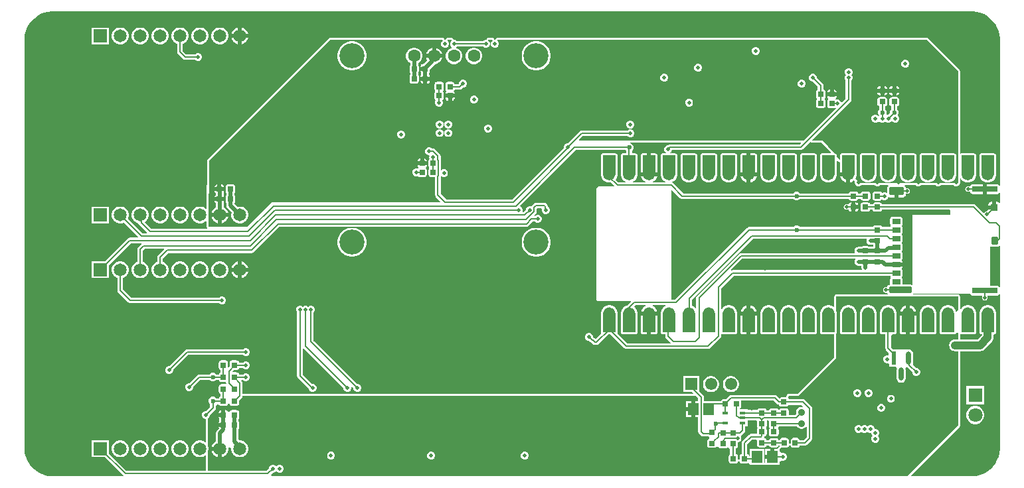
<source format=gbl>
G04*
G04 #@! TF.GenerationSoftware,Altium Limited,Altium Designer,24.9.1 (31)*
G04*
G04 Layer_Physical_Order=4*
G04 Layer_Color=16711680*
%FSLAX44Y44*%
%MOMM*%
G71*
G04*
G04 #@! TF.SameCoordinates,049DD743-820B-4880-A151-0CBBC5A4C6BC*
G04*
G04*
G04 #@! TF.FilePolarity,Positive*
G04*
G01*
G75*
%ADD10C,0.2000*%
G04:AMPARAMS|DCode=21|XSize=0.76mm|YSize=0.6604mm|CornerRadius=0.0825mm|HoleSize=0mm|Usage=FLASHONLY|Rotation=270.000|XOffset=0mm|YOffset=0mm|HoleType=Round|Shape=RoundedRectangle|*
%AMROUNDEDRECTD21*
21,1,0.7600,0.4953,0,0,270.0*
21,1,0.5949,0.6604,0,0,270.0*
1,1,0.1651,-0.2477,-0.2975*
1,1,0.1651,-0.2477,0.2975*
1,1,0.1651,0.2477,0.2975*
1,1,0.1651,0.2477,-0.2975*
%
%ADD21ROUNDEDRECTD21*%
G04:AMPARAMS|DCode=29|XSize=0.76mm|YSize=0.6604mm|CornerRadius=0.0825mm|HoleSize=0mm|Usage=FLASHONLY|Rotation=180.000|XOffset=0mm|YOffset=0mm|HoleType=Round|Shape=RoundedRectangle|*
%AMROUNDEDRECTD29*
21,1,0.7600,0.4953,0,0,180.0*
21,1,0.5949,0.6604,0,0,180.0*
1,1,0.1651,-0.2975,0.2477*
1,1,0.1651,0.2975,0.2477*
1,1,0.1651,0.2975,-0.2477*
1,1,0.1651,-0.2975,-0.2477*
%
%ADD29ROUNDEDRECTD29*%
%ADD73C,5.0000*%
%ADD74C,0.6000*%
%ADD75C,1.0000*%
%ADD76C,0.5000*%
%ADD77C,0.9000*%
%ADD78R,1.5500X1.5500*%
%ADD79C,1.5500*%
%ADD80C,1.6510*%
%ADD81R,1.6510X1.6510*%
%ADD82C,1.6000*%
%ADD83R,1.8000X1.8000*%
%ADD84C,1.8000*%
%ADD85C,0.5000*%
%ADD86C,3.2000*%
%ADD97R,1.3300X1.5700*%
%ADD98R,0.6268X1.6844*%
G04:AMPARAMS|DCode=99|XSize=1.6844mm|YSize=0.6268mm|CornerRadius=0.3134mm|HoleSize=0mm|Usage=FLASHONLY|Rotation=270.000|XOffset=0mm|YOffset=0mm|HoleType=Round|Shape=RoundedRectangle|*
%AMROUNDEDRECTD99*
21,1,1.6844,0.0000,0,0,270.0*
21,1,1.0575,0.6268,0,0,270.0*
1,1,0.6268,0.0000,-0.5288*
1,1,0.6268,0.0000,0.5288*
1,1,0.6268,0.0000,0.5288*
1,1,0.6268,0.0000,-0.5288*
%
%ADD99ROUNDEDRECTD99*%
%ADD100R,0.8000X0.4000*%
G04:AMPARAMS|DCode=101|XSize=0.9mm|YSize=0.93mm|CornerRadius=0.09mm|HoleSize=0mm|Usage=FLASHONLY|Rotation=90.000|XOffset=0mm|YOffset=0mm|HoleType=Round|Shape=RoundedRectangle|*
%AMROUNDEDRECTD101*
21,1,0.9000,0.7500,0,0,90.0*
21,1,0.7200,0.9300,0,0,90.0*
1,1,0.1800,0.3750,0.3600*
1,1,0.1800,0.3750,-0.3600*
1,1,0.1800,-0.3750,-0.3600*
1,1,0.1800,-0.3750,0.3600*
%
%ADD101ROUNDEDRECTD101*%
G04:AMPARAMS|DCode=102|XSize=1.05mm|YSize=0.78mm|CornerRadius=0.078mm|HoleSize=0mm|Usage=FLASHONLY|Rotation=90.000|XOffset=0mm|YOffset=0mm|HoleType=Round|Shape=RoundedRectangle|*
%AMROUNDEDRECTD102*
21,1,1.0500,0.6240,0,0,90.0*
21,1,0.8940,0.7800,0,0,90.0*
1,1,0.1560,0.3120,0.4470*
1,1,0.1560,0.3120,-0.4470*
1,1,0.1560,-0.3120,-0.4470*
1,1,0.1560,-0.3120,0.4470*
%
%ADD102ROUNDEDRECTD102*%
G04:AMPARAMS|DCode=103|XSize=1.04mm|YSize=1.83mm|CornerRadius=0.104mm|HoleSize=0mm|Usage=FLASHONLY|Rotation=90.000|XOffset=0mm|YOffset=0mm|HoleType=Round|Shape=RoundedRectangle|*
%AMROUNDEDRECTD103*
21,1,1.0400,1.6220,0,0,90.0*
21,1,0.8320,1.8300,0,0,90.0*
1,1,0.2080,0.8110,0.4160*
1,1,0.2080,0.8110,-0.4160*
1,1,0.2080,-0.8110,-0.4160*
1,1,0.2080,-0.8110,0.4160*
%
%ADD103ROUNDEDRECTD103*%
G04:AMPARAMS|DCode=104|XSize=0.7mm|YSize=3.3mm|CornerRadius=0.0875mm|HoleSize=0mm|Usage=FLASHONLY|Rotation=90.000|XOffset=0mm|YOffset=0mm|HoleType=Round|Shape=RoundedRectangle|*
%AMROUNDEDRECTD104*
21,1,0.7000,3.1250,0,0,90.0*
21,1,0.5250,3.3000,0,0,90.0*
1,1,0.1750,1.5625,0.2625*
1,1,0.1750,1.5625,-0.2625*
1,1,0.1750,-1.5625,-0.2625*
1,1,0.1750,-1.5625,0.2625*
%
%ADD104ROUNDEDRECTD104*%
G04:AMPARAMS|DCode=105|XSize=0.7mm|YSize=3.3mm|CornerRadius=0.07mm|HoleSize=0mm|Usage=FLASHONLY|Rotation=90.000|XOffset=0mm|YOffset=0mm|HoleType=Round|Shape=RoundedRectangle|*
%AMROUNDEDRECTD105*
21,1,0.7000,3.1600,0,0,90.0*
21,1,0.5600,3.3000,0,0,90.0*
1,1,0.1400,1.5800,0.2800*
1,1,0.1400,1.5800,-0.2800*
1,1,0.1400,-1.5800,-0.2800*
1,1,0.1400,-1.5800,0.2800*
%
%ADD105ROUNDEDRECTD105*%
G04:AMPARAMS|DCode=106|XSize=0.86mm|YSize=2.8mm|CornerRadius=0.086mm|HoleSize=0mm|Usage=FLASHONLY|Rotation=90.000|XOffset=0mm|YOffset=0mm|HoleType=Round|Shape=RoundedRectangle|*
%AMROUNDEDRECTD106*
21,1,0.8600,2.6280,0,0,90.0*
21,1,0.6880,2.8000,0,0,90.0*
1,1,0.1720,1.3140,0.3440*
1,1,0.1720,1.3140,-0.3440*
1,1,0.1720,-1.3140,-0.3440*
1,1,0.1720,-1.3140,0.3440*
%
%ADD106ROUNDEDRECTD106*%
G04:AMPARAMS|DCode=107|XSize=0.7mm|YSize=1.1mm|CornerRadius=0.07mm|HoleSize=0mm|Usage=FLASHONLY|Rotation=90.000|XOffset=0mm|YOffset=0mm|HoleType=Round|Shape=RoundedRectangle|*
%AMROUNDEDRECTD107*
21,1,0.7000,0.9600,0,0,90.0*
21,1,0.5600,1.1000,0,0,90.0*
1,1,0.1400,0.4800,0.2800*
1,1,0.1400,0.4800,-0.2800*
1,1,0.1400,-0.4800,-0.2800*
1,1,0.1400,-0.4800,0.2800*
%
%ADD107ROUNDEDRECTD107*%
G36*
X693420Y-19050D02*
Y-162560D01*
X567690Y-162560D01*
X562533Y-156567D01*
X562921Y-155895D01*
X562975Y-155736D01*
X563069Y-155596D01*
X563470Y-154627D01*
X563503Y-154462D01*
X563577Y-154311D01*
X563848Y-153298D01*
X563859Y-153130D01*
X563913Y-152971D01*
X564050Y-151931D01*
X564039Y-151763D01*
X564072Y-151598D01*
X564072Y-151074D01*
X564072Y-151073D01*
X564072Y-151072D01*
X564049Y-127098D01*
X563950Y-126605D01*
X563855Y-126125D01*
X563854Y-126124D01*
X563854Y-126122D01*
X563576Y-125707D01*
X563302Y-125298D01*
X563301Y-125297D01*
X563301Y-125296D01*
X562889Y-125021D01*
X562475Y-124745D01*
X562474Y-124745D01*
X562473Y-124744D01*
X561990Y-124649D01*
X561500Y-124551D01*
X545500Y-124551D01*
X545499Y-124551D01*
X545497Y-124551D01*
X545023Y-124646D01*
X544524Y-124745D01*
X544523Y-124746D01*
X544522Y-124746D01*
X544110Y-125022D01*
X543698Y-125297D01*
X543697Y-125299D01*
X543696Y-125299D01*
X543419Y-125714D01*
X543145Y-126124D01*
X543145Y-126126D01*
X543144Y-126127D01*
X543048Y-126612D01*
X542951Y-127100D01*
X542951Y-127101D01*
X542951Y-127102D01*
X542956Y-132537D01*
X542123Y-132847D01*
X538651Y-128811D01*
X538649Y-127098D01*
X538550Y-126605D01*
X538455Y-126125D01*
X538454Y-126124D01*
X538454Y-126122D01*
X538176Y-125707D01*
X537902Y-125298D01*
X537901Y-125297D01*
X537901Y-125296D01*
X537489Y-125021D01*
X537075Y-124745D01*
X537074Y-124745D01*
X537073Y-124744D01*
X536590Y-124649D01*
X536100Y-124551D01*
X534985D01*
X520700Y-107950D01*
X507858D01*
X507518Y-107129D01*
X556243Y-58403D01*
X557017Y-57246D01*
X557289Y-55880D01*
Y-31442D01*
X557959Y-30772D01*
X558720Y-28935D01*
Y-26945D01*
X557959Y-25108D01*
X557191Y-24340D01*
X557959Y-23572D01*
X558720Y-21735D01*
Y-19745D01*
X557959Y-17908D01*
X556552Y-16501D01*
X554715Y-15740D01*
X552725D01*
X550888Y-16501D01*
X549481Y-17908D01*
X548720Y-19745D01*
Y-21735D01*
X549481Y-23572D01*
X550249Y-24340D01*
X549481Y-25108D01*
X548720Y-26945D01*
Y-28935D01*
X549481Y-30772D01*
X550151Y-31442D01*
Y-54402D01*
X545278Y-59276D01*
X544229Y-59067D01*
X543735Y-57874D01*
X542328Y-56467D01*
X540491Y-55706D01*
X538501D01*
X537819Y-55989D01*
X537344Y-55278D01*
X537554Y-54349D01*
X538117Y-53508D01*
X538378Y-52194D01*
Y-51760D01*
X532470D01*
X526562D01*
Y-52194D01*
X526823Y-53508D01*
X527386Y-54349D01*
X527596Y-55278D01*
X526861Y-56378D01*
X526603Y-57675D01*
Y-63625D01*
X526861Y-64922D01*
X527596Y-66022D01*
X528696Y-66757D01*
X529994Y-67015D01*
X534947D01*
X536244Y-66757D01*
X537133Y-66163D01*
X537700Y-66854D01*
X496603Y-107950D01*
X210774D01*
X210406Y-107061D01*
X214838Y-102629D01*
X272087D01*
X272758Y-103299D01*
X274595Y-104060D01*
X276585D01*
X278422Y-103299D01*
X279829Y-101892D01*
X280590Y-100055D01*
Y-98065D01*
X279829Y-96228D01*
X278422Y-94821D01*
X276585Y-94060D01*
X274595D01*
X272758Y-94821D01*
X272087Y-95491D01*
X213360D01*
X211994Y-95763D01*
X210837Y-96537D01*
X195533Y-111840D01*
X194585D01*
X192748Y-112601D01*
X191341Y-114008D01*
X190580Y-115845D01*
Y-117514D01*
X127792Y-180302D01*
X124606Y-183121D01*
X40848D01*
X33864Y-176138D01*
Y-153953D01*
X34078Y-153790D01*
X34809Y-153640D01*
X35189Y-154020D01*
X37026Y-154781D01*
X39016D01*
X40853Y-154020D01*
X42260Y-152613D01*
X43021Y-150775D01*
Y-148786D01*
X42260Y-146949D01*
X40853Y-145542D01*
X39016Y-144781D01*
X37026D01*
X35189Y-145542D01*
X34822Y-145909D01*
X34001Y-145569D01*
Y-132601D01*
X33864Y-131917D01*
Y-127928D01*
X33593Y-126562D01*
X32819Y-125404D01*
X26891Y-119476D01*
X25733Y-118702D01*
X24367Y-118431D01*
X22632D01*
X21961Y-117760D01*
X20124Y-116999D01*
X18134D01*
X16297Y-117760D01*
X14890Y-119167D01*
X14129Y-121004D01*
Y-122994D01*
X14890Y-124831D01*
X16297Y-126238D01*
X18134Y-126999D01*
X18970D01*
X19464Y-127738D01*
X19130Y-128545D01*
Y-130535D01*
X19564Y-131582D01*
X19256Y-131788D01*
X18521Y-132888D01*
X18263Y-134185D01*
Y-140134D01*
X18521Y-141432D01*
X19256Y-142532D01*
Y-143218D01*
X18521Y-144318D01*
X18263Y-145616D01*
Y-151565D01*
X18521Y-152862D01*
X19256Y-153962D01*
X20356Y-154697D01*
X21653Y-154955D01*
X26607D01*
X26727Y-155054D01*
Y-177616D01*
X26999Y-178981D01*
X27773Y-180139D01*
X33676Y-186043D01*
X33337Y-186864D01*
X-182087Y-187167D01*
X-213360Y-218440D01*
X-261551D01*
X-262176Y-217808D01*
X-261313Y-134059D01*
X-106934Y20320D01*
X36246D01*
X36472Y19668D01*
X36490Y19431D01*
X35131Y18072D01*
X34370Y16235D01*
Y14245D01*
X35131Y12408D01*
X36538Y11001D01*
X38375Y10240D01*
X40365D01*
X42202Y11001D01*
X43609Y12408D01*
X44370Y14245D01*
Y16235D01*
X43609Y18072D01*
X42250Y19431D01*
X42268Y19668D01*
X42495Y20320D01*
X47675D01*
X47902Y19668D01*
X47920Y19431D01*
X46561Y18072D01*
X45800Y16235D01*
Y14245D01*
X46561Y12408D01*
X47968Y11001D01*
X47994Y10990D01*
X47936Y10103D01*
X46747Y9784D01*
X44353Y8402D01*
X42398Y6447D01*
X41016Y4053D01*
X40300Y1382D01*
Y-1382D01*
X41016Y-4053D01*
X42398Y-6447D01*
X44353Y-8402D01*
X46747Y-9784D01*
X49418Y-10500D01*
X52182D01*
X54853Y-9784D01*
X57247Y-8402D01*
X59202Y-6447D01*
X60584Y-4053D01*
X61300Y-1382D01*
Y1382D01*
X60584Y4053D01*
X59202Y6447D01*
X57247Y8402D01*
X54853Y9784D01*
X53664Y10103D01*
X53606Y10990D01*
X53632Y11001D01*
X54303Y11671D01*
X87937D01*
X88608Y11001D01*
X90445Y10240D01*
X92435D01*
X94272Y11001D01*
X95679Y12408D01*
X96440Y14245D01*
Y16235D01*
X95679Y18072D01*
X94320Y19431D01*
X94338Y19668D01*
X94565Y20320D01*
X99746D01*
X99972Y19668D01*
X99990Y19431D01*
X98631Y18072D01*
X97870Y16235D01*
Y14245D01*
X98631Y12408D01*
X100038Y11001D01*
X101875Y10240D01*
X103865D01*
X105702Y11001D01*
X107109Y12408D01*
X107870Y14245D01*
Y16235D01*
X107109Y18072D01*
X105750Y19431D01*
X105768Y19668D01*
X105995Y20320D01*
X654050D01*
X693420Y-19050D01*
D02*
G37*
G36*
X493233Y-111320D02*
X491282Y-113271D01*
X325779D01*
X324413Y-113543D01*
X323290Y-114293D01*
X322942D01*
X321104Y-115055D01*
X319698Y-116461D01*
X318937Y-118299D01*
Y-120288D01*
X319698Y-122126D01*
X321104Y-123532D01*
X321418Y-123662D01*
X321241Y-124551D01*
X316900Y-124551D01*
X316899Y-124551D01*
X316897Y-124551D01*
X316423Y-124646D01*
X315924Y-124745D01*
X315923Y-124746D01*
X315922Y-124746D01*
X315510Y-125022D01*
X315098Y-125297D01*
X315097Y-125299D01*
X315096Y-125299D01*
X314819Y-125714D01*
X314545Y-126124D01*
X314545Y-126126D01*
X314544Y-126127D01*
X314448Y-126612D01*
X314351Y-127100D01*
X314351Y-127101D01*
X314351Y-127102D01*
X314374Y-151077D01*
X314374Y-151077D01*
X314374Y-151599D01*
X314407Y-151764D01*
X314396Y-151931D01*
X314533Y-152971D01*
X314587Y-153130D01*
X314598Y-153298D01*
X314869Y-154311D01*
X314944Y-154462D01*
X314977Y-154627D01*
X315378Y-155596D01*
X315471Y-155736D01*
X315525Y-155895D01*
X316050Y-156803D01*
X316161Y-156929D01*
X316235Y-157080D01*
X316873Y-157912D01*
X317000Y-158023D01*
X317093Y-158163D01*
X317835Y-158904D01*
X317974Y-158998D01*
X318085Y-159124D01*
X318917Y-159762D01*
X319068Y-159837D01*
X319195Y-159948D01*
X320103Y-160472D01*
X320262Y-160526D01*
X320402Y-160619D01*
X320457Y-160642D01*
X320281Y-161531D01*
X304273D01*
X304060Y-160658D01*
X304202Y-160563D01*
X304363Y-160508D01*
X305272Y-159984D01*
X305400Y-159871D01*
X305554Y-159795D01*
X306386Y-159157D01*
X306498Y-159029D01*
X306640Y-158933D01*
X307382Y-158192D01*
X307477Y-158050D01*
X307605Y-157937D01*
X308244Y-157105D01*
X308319Y-156952D01*
X308432Y-156824D01*
X308957Y-155915D01*
X309011Y-155753D01*
X309106Y-155611D01*
X309508Y-154642D01*
X309541Y-154475D01*
X309617Y-154322D01*
X309806Y-153615D01*
X299523D01*
X289241D01*
X289430Y-154322D01*
X289506Y-154475D01*
X289539Y-154642D01*
X289940Y-155611D01*
X290035Y-155753D01*
X290090Y-155915D01*
X290614Y-156823D01*
X290727Y-156952D01*
X290802Y-157105D01*
X291441Y-157937D01*
X291569Y-158050D01*
X291664Y-158192D01*
X292406Y-158933D01*
X292548Y-159028D01*
X292661Y-159156D01*
X293493Y-159795D01*
X293646Y-159870D01*
X293774Y-159983D01*
X294682Y-160507D01*
X294844Y-160562D01*
X294986Y-160657D01*
X294774Y-161531D01*
X278766D01*
X278589Y-160642D01*
X278644Y-160620D01*
X278784Y-160526D01*
X278943Y-160472D01*
X279851Y-159948D01*
X279978Y-159837D01*
X280129Y-159763D01*
X280961Y-159124D01*
X281072Y-158998D01*
X281211Y-158905D01*
X281953Y-158163D01*
X282047Y-158023D01*
X282173Y-157912D01*
X282812Y-157080D01*
X282886Y-156930D01*
X282997Y-156803D01*
X283521Y-155895D01*
X283575Y-155736D01*
X283669Y-155596D01*
X284070Y-154627D01*
X284103Y-154462D01*
X284177Y-154311D01*
X284449Y-153298D01*
X284459Y-153130D01*
X284513Y-152971D01*
X284650Y-151931D01*
X284639Y-151763D01*
X284672Y-151598D01*
X284672Y-151074D01*
X284672Y-151073D01*
X284672Y-151072D01*
X284649Y-127098D01*
X284550Y-126605D01*
X284455Y-126125D01*
X284454Y-126124D01*
X284454Y-126122D01*
X284176Y-125707D01*
X283902Y-125298D01*
X283901Y-125297D01*
X283901Y-125296D01*
X283489Y-125021D01*
X283075Y-124745D01*
X283074Y-124745D01*
X283073Y-124744D01*
X282590Y-124649D01*
X282100Y-124551D01*
X277692Y-124551D01*
Y-121246D01*
X278983Y-119956D01*
X279820Y-117934D01*
Y-115746D01*
X278983Y-113724D01*
X277435Y-112177D01*
X275414Y-111340D01*
X275530Y-110499D01*
X492893D01*
X493233Y-111320D01*
D02*
G37*
G36*
X710000Y56941D02*
X712421D01*
X717222Y56309D01*
X721900Y55056D01*
X726374Y53203D01*
X730567Y50781D01*
X734409Y47834D01*
X737834Y44409D01*
X740781Y40567D01*
X743203Y36374D01*
X745056Y31900D01*
X746309Y27222D01*
X746941Y22421D01*
X746941Y20000D01*
Y-165390D01*
X746052Y-165660D01*
X745687Y-165113D01*
X744557Y-164358D01*
X743225Y-164093D01*
X730140D01*
Y-170200D01*
Y-176307D01*
X743225D01*
X744557Y-176042D01*
X745687Y-175287D01*
X746052Y-174740D01*
X746941Y-175010D01*
Y-187507D01*
X746052Y-187777D01*
X745680Y-187220D01*
X744542Y-186460D01*
X743200Y-186193D01*
X741990D01*
Y-193300D01*
X739450D01*
Y-195840D01*
X731713D01*
X728929Y-198624D01*
X728884Y-198633D01*
X727727Y-199407D01*
X727136Y-200290D01*
X726122Y-200533D01*
X716105Y-190517D01*
X714948Y-189743D01*
X713582Y-189471D01*
X596698D01*
X596657Y-189266D01*
X595922Y-188166D01*
X594822Y-187431D01*
X593525Y-187173D01*
X587575D01*
X586278Y-187431D01*
X585178Y-188166D01*
X584443Y-189266D01*
X584402Y-189471D01*
X581464D01*
X581417Y-189236D01*
X580682Y-188136D01*
X579582Y-187401D01*
X578284Y-187143D01*
X572336D01*
X571038Y-187401D01*
X569938Y-188136D01*
X569203Y-189236D01*
X568945Y-190534D01*
Y-195487D01*
X569203Y-196784D01*
X569938Y-197884D01*
X571038Y-198619D01*
X572336Y-198877D01*
X578284D01*
X579582Y-198619D01*
X580682Y-197884D01*
X581417Y-196784D01*
X581452Y-196609D01*
X584402D01*
X584443Y-196814D01*
X585178Y-197914D01*
X586278Y-198649D01*
X587575Y-198907D01*
X593525D01*
X594822Y-198649D01*
X595922Y-197914D01*
X596657Y-196814D01*
X596698Y-196609D01*
X682990D01*
X683800Y-196800D01*
Y-203300D01*
X635590D01*
Y-292172D01*
X634701Y-292648D01*
X634267Y-292357D01*
X632940Y-292093D01*
X623346D01*
X622782Y-291406D01*
X622863Y-291000D01*
Y-285400D01*
X622614Y-284151D01*
X622038Y-283289D01*
X621959Y-282700D01*
X622038Y-282111D01*
X622614Y-281249D01*
X622863Y-280000D01*
Y-274400D01*
X622614Y-273151D01*
X622060Y-272322D01*
X621936Y-271336D01*
X622652Y-270264D01*
X622904Y-269000D01*
Y-268740D01*
X614800D01*
Y-263660D01*
X622904D01*
Y-263400D01*
X622652Y-262136D01*
X621936Y-261064D01*
X622060Y-260078D01*
X622614Y-259249D01*
X622863Y-258000D01*
Y-252400D01*
X622614Y-251152D01*
X622038Y-250289D01*
X621959Y-249700D01*
X622038Y-249111D01*
X622614Y-248249D01*
X622863Y-247000D01*
Y-241400D01*
X622614Y-240152D01*
X622038Y-239289D01*
X621959Y-238700D01*
X622038Y-238111D01*
X622614Y-237249D01*
X622863Y-236000D01*
Y-230400D01*
X622614Y-229151D01*
X622038Y-228289D01*
X621959Y-227700D01*
X622038Y-227111D01*
X622614Y-226249D01*
X622863Y-225000D01*
Y-219400D01*
X622614Y-218151D01*
X622038Y-217289D01*
X621959Y-216700D01*
X622038Y-216111D01*
X622614Y-215249D01*
X622863Y-214000D01*
Y-208400D01*
X622614Y-207152D01*
X621907Y-206093D01*
X620849Y-205386D01*
X619600Y-205137D01*
X610000D01*
X608751Y-205386D01*
X607693Y-206093D01*
X606986Y-207152D01*
X606737Y-208400D01*
Y-214000D01*
X606986Y-215249D01*
X607562Y-216111D01*
X607641Y-216700D01*
X607562Y-217289D01*
X606986Y-218151D01*
X606890Y-218631D01*
X596688D01*
X596657Y-218476D01*
X595922Y-217376D01*
X594822Y-216641D01*
X593525Y-216383D01*
X587575D01*
X586278Y-216641D01*
X585178Y-217376D01*
X584443Y-218476D01*
X584412Y-218631D01*
X491840D01*
X490796Y-217587D01*
X488774Y-216750D01*
X486586D01*
X484565Y-217587D01*
X483520Y-218631D01*
X426770D01*
X425404Y-218903D01*
X424247Y-219677D01*
X332532Y-311391D01*
X328666D01*
X327959Y-310502D01*
X328059Y-310000D01*
Y-171707D01*
X328880Y-171367D01*
X339077Y-181563D01*
X340234Y-182337D01*
X341600Y-182609D01*
X483470D01*
X484565Y-183703D01*
X486586Y-184540D01*
X488774D01*
X490796Y-183703D01*
X491890Y-182609D01*
X553922D01*
X553963Y-182814D01*
X554698Y-183914D01*
X555798Y-184649D01*
X557095Y-184907D01*
X563045D01*
X564342Y-184649D01*
X565442Y-183914D01*
X566177Y-182814D01*
X566221Y-182593D01*
X569165D01*
X569203Y-182784D01*
X569938Y-183884D01*
X571038Y-184619D01*
X572336Y-184877D01*
X578284D01*
X579582Y-184619D01*
X580682Y-183884D01*
X581417Y-182784D01*
X581675Y-181486D01*
Y-176534D01*
X581417Y-175236D01*
X580682Y-174136D01*
X579582Y-173401D01*
X578284Y-173143D01*
X572336D01*
X571038Y-173401D01*
X569938Y-174136D01*
X569203Y-175236D01*
X569159Y-175456D01*
X566215D01*
X566177Y-175266D01*
X565442Y-174166D01*
X564342Y-173431D01*
X563045Y-173173D01*
X557095D01*
X555798Y-173431D01*
X554698Y-174166D01*
X553963Y-175266D01*
X553922Y-175471D01*
X491890D01*
X490796Y-174377D01*
X488774Y-173540D01*
X486586D01*
X484565Y-174377D01*
X483470Y-175471D01*
X343078D01*
X330183Y-162577D01*
X329026Y-161803D01*
X328948Y-161788D01*
X328857Y-160863D01*
X329444Y-160620D01*
X329584Y-160526D01*
X329743Y-160472D01*
X330651Y-159948D01*
X330778Y-159837D01*
X330929Y-159763D01*
X331761Y-159124D01*
X331872Y-158998D01*
X332011Y-158905D01*
X332753Y-158163D01*
X332847Y-158023D01*
X332973Y-157912D01*
X333611Y-157080D01*
X333686Y-156930D01*
X333797Y-156803D01*
X334321Y-155895D01*
X334375Y-155736D01*
X334469Y-155596D01*
X334870Y-154627D01*
X334903Y-154462D01*
X334977Y-154311D01*
X335248Y-153298D01*
X335260Y-153130D01*
X335313Y-152971D01*
X335450Y-151931D01*
X335439Y-151763D01*
X335472Y-151598D01*
X335472Y-151074D01*
X335472Y-151073D01*
X335472Y-151072D01*
X335449Y-127098D01*
X335350Y-126605D01*
X335255Y-126125D01*
X335254Y-126124D01*
X335254Y-126122D01*
X334976Y-125707D01*
X334702Y-125298D01*
X334701Y-125297D01*
X334701Y-125296D01*
X334289Y-125021D01*
X333875Y-124745D01*
X333874Y-124745D01*
X333873Y-124744D01*
X333390Y-124649D01*
X332900Y-124551D01*
X326632Y-124551D01*
X326456Y-123662D01*
X326769Y-123532D01*
X328175Y-122126D01*
X328887Y-120409D01*
X492760D01*
X494126Y-120137D01*
X495283Y-119363D01*
X505095Y-109551D01*
X505980Y-109639D01*
X506056Y-109752D01*
X506883Y-110305D01*
X507858Y-110499D01*
X519531D01*
X530927Y-123743D01*
X530556Y-124551D01*
X520100Y-124551D01*
X520099Y-124551D01*
X520097Y-124551D01*
X519622Y-124646D01*
X519124Y-124745D01*
X519123Y-124746D01*
X519122Y-124746D01*
X518710Y-125022D01*
X518298Y-125297D01*
X518297Y-125299D01*
X518296Y-125299D01*
X518019Y-125714D01*
X517745Y-126124D01*
X517745Y-126126D01*
X517744Y-126127D01*
X517648Y-126612D01*
X517551Y-127100D01*
X517551Y-127101D01*
X517551Y-127102D01*
X517574Y-151077D01*
X517574Y-151077D01*
X517574Y-151599D01*
X517607Y-151764D01*
X517596Y-151931D01*
X517733Y-152971D01*
X517787Y-153130D01*
X517798Y-153298D01*
X518069Y-154311D01*
X518144Y-154462D01*
X518177Y-154627D01*
X518578Y-155596D01*
X518671Y-155736D01*
X518725Y-155895D01*
X519250Y-156803D01*
X519361Y-156929D01*
X519435Y-157080D01*
X520073Y-157912D01*
X520200Y-158023D01*
X520293Y-158163D01*
X521035Y-158904D01*
X521174Y-158998D01*
X521285Y-159124D01*
X522117Y-159762D01*
X522268Y-159837D01*
X522395Y-159948D01*
X523303Y-160472D01*
X523462Y-160526D01*
X523602Y-160619D01*
X524571Y-161021D01*
X524736Y-161053D01*
X524886Y-161128D01*
X525899Y-161399D01*
X526067Y-161410D01*
X526226Y-161464D01*
X527266Y-161601D01*
X527434Y-161590D01*
X527599Y-161623D01*
X528122Y-161623D01*
X528647Y-161623D01*
X528812Y-161590D01*
X528979Y-161601D01*
X530019Y-161464D01*
X530178Y-161410D01*
X530346Y-161399D01*
X531359Y-161128D01*
X531510Y-161054D01*
X531675Y-161021D01*
X532644Y-160620D01*
X532784Y-160526D01*
X532943Y-160472D01*
X533851Y-159948D01*
X533978Y-159837D01*
X534129Y-159763D01*
X534961Y-159124D01*
X535072Y-158998D01*
X535211Y-158905D01*
X535953Y-158163D01*
X536047Y-158023D01*
X536173Y-157912D01*
X536811Y-157080D01*
X536886Y-156930D01*
X536997Y-156803D01*
X537521Y-155895D01*
X537575Y-155736D01*
X537669Y-155596D01*
X538070Y-154627D01*
X538103Y-154462D01*
X538177Y-154311D01*
X538448Y-153298D01*
X538460Y-153130D01*
X538513Y-152971D01*
X538650Y-151931D01*
X538639Y-151763D01*
X538672Y-151598D01*
X538672Y-151074D01*
X538672Y-151073D01*
X538672Y-151072D01*
X538656Y-134003D01*
X539489Y-133694D01*
X540191Y-134509D01*
X540229Y-134540D01*
X540255Y-134581D01*
X540620Y-134845D01*
X540974Y-135122D01*
X541021Y-135135D01*
X541061Y-135164D01*
X541498Y-135268D01*
X541932Y-135389D01*
X541981Y-135383D01*
X542029Y-135394D01*
X542029Y-135394D01*
X542919Y-136013D01*
X542931Y-148535D01*
X553523D01*
Y-151075D01*
X556063D01*
Y-161357D01*
X556770Y-161168D01*
X556923Y-161092D01*
X557091Y-161059D01*
X558060Y-160658D01*
X558202Y-160563D01*
X558363Y-160508D01*
X559272Y-159984D01*
X559400Y-159871D01*
X559554Y-159795D01*
X560197Y-159302D01*
X561203Y-159384D01*
X561589Y-159888D01*
X561420Y-160295D01*
Y-162285D01*
X562181Y-164122D01*
X563588Y-165529D01*
X565425Y-166290D01*
X567415D01*
X569252Y-165529D01*
X569672Y-165109D01*
X587298D01*
X587718Y-165529D01*
X589555Y-166290D01*
X591545D01*
X593382Y-165529D01*
X593802Y-165109D01*
X604230D01*
X604500Y-165998D01*
X604259Y-166159D01*
X603468Y-167343D01*
X603190Y-168740D01*
Y-174557D01*
X602369Y-174897D01*
X602272Y-174801D01*
X600434Y-174040D01*
X598445D01*
X596608Y-174801D01*
X596328Y-174774D01*
X595922Y-174166D01*
X594822Y-173431D01*
X593525Y-173173D01*
X587575D01*
X586278Y-173431D01*
X585178Y-174166D01*
X584443Y-175266D01*
X584185Y-176563D01*
Y-181516D01*
X584443Y-182814D01*
X585178Y-183914D01*
X586278Y-184649D01*
X587575Y-184907D01*
X593525D01*
X594822Y-184649D01*
X595922Y-183914D01*
X596328Y-183306D01*
X596608Y-183279D01*
X598445Y-184040D01*
X600434D01*
X602272Y-183279D01*
X603679Y-181872D01*
X604182Y-180658D01*
X605261Y-180311D01*
X605443Y-180432D01*
X606840Y-180710D01*
X612410D01*
Y-172900D01*
X617490D01*
Y-180710D01*
X623060D01*
X624457Y-180432D01*
X625641Y-179641D01*
X626432Y-178457D01*
X626710Y-177060D01*
Y-176289D01*
X628650D01*
X630016Y-176017D01*
X631173Y-175243D01*
X631947Y-174086D01*
X632219Y-172720D01*
X631947Y-171354D01*
X631173Y-170197D01*
X630016Y-169423D01*
X628650Y-169151D01*
X626710D01*
Y-168740D01*
X626432Y-167343D01*
X625641Y-166159D01*
X625400Y-165998D01*
X625670Y-165109D01*
X639368Y-165109D01*
X639788Y-165529D01*
X641625Y-166290D01*
X643615D01*
X645452Y-165529D01*
X645872Y-165109D01*
X664768D01*
X665188Y-165529D01*
X667025Y-166290D01*
X669015D01*
X670852Y-165529D01*
X671272Y-165109D01*
X687628D01*
X688048Y-165529D01*
X689885Y-166290D01*
X691875D01*
X693712Y-165529D01*
X694309Y-164932D01*
X694395Y-164915D01*
X695222Y-164362D01*
X695775Y-163535D01*
X695969Y-162560D01*
Y-156709D01*
X696858Y-156471D01*
X697050Y-156803D01*
X697160Y-156929D01*
X697235Y-157080D01*
X697873Y-157912D01*
X698000Y-158023D01*
X698093Y-158163D01*
X698835Y-158904D01*
X698974Y-158998D01*
X699085Y-159124D01*
X699917Y-159762D01*
X700068Y-159837D01*
X700195Y-159948D01*
X701103Y-160472D01*
X701262Y-160526D01*
X701402Y-160619D01*
X702371Y-161021D01*
X702536Y-161053D01*
X702686Y-161128D01*
X703699Y-161399D01*
X703867Y-161410D01*
X704026Y-161464D01*
X705066Y-161601D01*
X705234Y-161590D01*
X705399Y-161623D01*
X705922Y-161623D01*
X706447Y-161623D01*
X706612Y-161590D01*
X706779Y-161601D01*
X707819Y-161464D01*
X707978Y-161410D01*
X708146Y-161399D01*
X709159Y-161128D01*
X709310Y-161054D01*
X709475Y-161021D01*
X710444Y-160620D01*
X710584Y-160526D01*
X710743Y-160472D01*
X711651Y-159948D01*
X711778Y-159837D01*
X711929Y-159763D01*
X712761Y-159124D01*
X712872Y-158998D01*
X713011Y-158905D01*
X713753Y-158163D01*
X713847Y-158023D01*
X713973Y-157912D01*
X714612Y-157080D01*
X714686Y-156930D01*
X714797Y-156803D01*
X715321Y-155895D01*
X715375Y-155736D01*
X715469Y-155596D01*
X715870Y-154627D01*
X715903Y-154462D01*
X715977Y-154311D01*
X716248Y-153298D01*
X716260Y-153130D01*
X716313Y-152971D01*
X716450Y-151931D01*
X716439Y-151763D01*
X716472Y-151598D01*
X716472Y-151074D01*
X716472Y-151073D01*
X716472Y-151072D01*
X716449Y-127098D01*
X716350Y-126605D01*
X716255Y-126125D01*
X716254Y-126124D01*
X716254Y-126122D01*
X715976Y-125707D01*
X715702Y-125298D01*
X715701Y-125297D01*
X715701Y-125296D01*
X715289Y-125021D01*
X714875Y-124745D01*
X714874Y-124745D01*
X714873Y-124744D01*
X714390Y-124649D01*
X713900Y-124551D01*
X697900Y-124551D01*
X697899Y-124551D01*
X697897Y-124551D01*
X697422Y-124646D01*
X696924Y-124745D01*
X696923Y-124746D01*
X696922Y-124746D01*
X696858Y-124789D01*
X696016Y-124375D01*
X695969Y-124314D01*
Y-19050D01*
X695775Y-18075D01*
X695222Y-17248D01*
X655852Y22122D01*
X655025Y22675D01*
X654050Y22869D01*
X105995D01*
X105921Y22854D01*
X105846Y22865D01*
X105435Y22758D01*
X105019Y22675D01*
X104956Y22633D01*
X104883Y22614D01*
X104545Y22358D01*
X104192Y22122D01*
X104150Y22060D01*
X104090Y22014D01*
X103875Y21648D01*
X103640Y21295D01*
X103625Y21221D01*
X103587Y21156D01*
X103360Y20505D01*
X103315Y20179D01*
X102425D01*
X102380Y20505D01*
X102153Y21156D01*
X102115Y21221D01*
X102100Y21295D01*
X101865Y21648D01*
X101650Y22014D01*
X101590Y22060D01*
X101548Y22122D01*
X101195Y22358D01*
X100857Y22614D01*
X100784Y22633D01*
X100721Y22675D01*
X100305Y22758D01*
X99894Y22865D01*
X99819Y22854D01*
X99746Y22869D01*
X94565D01*
X94491Y22854D01*
X94416Y22865D01*
X94005Y22758D01*
X93589Y22675D01*
X93526Y22633D01*
X93453Y22614D01*
X93115Y22358D01*
X92762Y22122D01*
X92720Y22060D01*
X92660Y22014D01*
X92445Y21648D01*
X92210Y21295D01*
X92195Y21221D01*
X92157Y21156D01*
X91930Y20505D01*
X91894Y20240D01*
X90445D01*
X88608Y19479D01*
X87937Y18809D01*
X54303D01*
X53632Y19479D01*
X51795Y20240D01*
X50346D01*
X50310Y20505D01*
X50083Y21156D01*
X50045Y21221D01*
X50030Y21295D01*
X49795Y21648D01*
X49580Y22014D01*
X49520Y22060D01*
X49478Y22122D01*
X49125Y22358D01*
X48787Y22614D01*
X48714Y22633D01*
X48651Y22675D01*
X48235Y22758D01*
X47824Y22865D01*
X47749Y22854D01*
X47675Y22869D01*
X42495D01*
X42421Y22854D01*
X42346Y22865D01*
X41935Y22758D01*
X41519Y22675D01*
X41456Y22633D01*
X41383Y22614D01*
X41045Y22358D01*
X40692Y22122D01*
X40650Y22060D01*
X40590Y22014D01*
X40375Y21648D01*
X40140Y21295D01*
X40125Y21221D01*
X40087Y21156D01*
X39860Y20505D01*
X39815Y20179D01*
X38925D01*
X38880Y20505D01*
X38653Y21156D01*
X38615Y21221D01*
X38600Y21295D01*
X38365Y21648D01*
X38150Y22014D01*
X38090Y22060D01*
X38048Y22122D01*
X37695Y22358D01*
X37357Y22614D01*
X37284Y22633D01*
X37221Y22675D01*
X36805Y22758D01*
X36394Y22865D01*
X36319Y22854D01*
X36246Y22869D01*
X-106934D01*
X-107909Y22675D01*
X-108736Y22122D01*
X-263116Y-132257D01*
X-263385Y-132660D01*
X-263658Y-133059D01*
X-263661Y-133073D01*
X-263668Y-133084D01*
X-263763Y-133559D01*
X-263862Y-134033D01*
X-264494Y-195387D01*
X-265318Y-195723D01*
X-266446Y-194594D01*
X-268899Y-193178D01*
X-271634Y-192445D01*
X-274466D01*
X-277201Y-193178D01*
X-279654Y-194594D01*
X-281656Y-196596D01*
X-283072Y-199049D01*
X-283805Y-201784D01*
Y-204616D01*
X-283072Y-207351D01*
X-281656Y-209804D01*
X-279654Y-211806D01*
X-277201Y-213222D01*
X-274466Y-213955D01*
X-271634D01*
X-268899Y-213222D01*
X-266446Y-211806D01*
X-265477Y-210837D01*
X-264657Y-211181D01*
X-264725Y-217782D01*
X-264724Y-217788D01*
X-264725Y-217795D01*
X-264632Y-218278D01*
X-264541Y-218759D01*
X-264538Y-218765D01*
X-264536Y-218771D01*
X-264266Y-219181D01*
X-263997Y-219592D01*
X-263992Y-219596D01*
X-263988Y-219601D01*
X-263516Y-220078D01*
X-263663Y-220675D01*
X-263862Y-220967D01*
X-335326D01*
X-343297Y-212996D01*
X-343181Y-212115D01*
X-342646Y-211806D01*
X-340644Y-209804D01*
X-339228Y-207351D01*
X-338495Y-204616D01*
Y-201784D01*
X-339228Y-199049D01*
X-340644Y-196596D01*
X-342646Y-194594D01*
X-345099Y-193178D01*
X-347834Y-192445D01*
X-350666D01*
X-353401Y-193178D01*
X-355854Y-194594D01*
X-357856Y-196596D01*
X-359272Y-199049D01*
X-360005Y-201784D01*
Y-204616D01*
X-359272Y-207351D01*
X-357856Y-209804D01*
X-355854Y-211806D01*
X-353401Y-213222D01*
X-351538Y-213721D01*
X-351353Y-214649D01*
X-350580Y-215807D01*
X-340653Y-225734D01*
X-340993Y-226555D01*
X-346248D01*
X-364930Y-207874D01*
X-364628Y-207351D01*
X-363895Y-204616D01*
Y-201784D01*
X-364628Y-199049D01*
X-366044Y-196596D01*
X-368046Y-194594D01*
X-370499Y-193178D01*
X-373234Y-192445D01*
X-376066D01*
X-378801Y-193178D01*
X-381254Y-194594D01*
X-383256Y-196596D01*
X-384672Y-199049D01*
X-385405Y-201784D01*
Y-204616D01*
X-384672Y-207351D01*
X-383256Y-209804D01*
X-381254Y-211806D01*
X-378801Y-213222D01*
X-376066Y-213955D01*
X-373234D01*
X-370499Y-213222D01*
X-369976Y-212920D01*
X-351575Y-231322D01*
X-351915Y-232143D01*
X-362712D01*
X-364078Y-232415D01*
X-365235Y-233189D01*
X-394342Y-262295D01*
X-410805D01*
Y-283805D01*
X-389295D01*
Y-267342D01*
X-361234Y-239281D01*
X-347581D01*
X-347407Y-240170D01*
X-351773Y-244536D01*
X-352547Y-245694D01*
X-352819Y-247059D01*
Y-262872D01*
X-353401Y-263028D01*
X-355854Y-264444D01*
X-357856Y-266446D01*
X-359272Y-268899D01*
X-360005Y-271634D01*
Y-274466D01*
X-359272Y-277201D01*
X-357856Y-279654D01*
X-355854Y-281656D01*
X-353401Y-283072D01*
X-350666Y-283805D01*
X-347834D01*
X-345099Y-283072D01*
X-342646Y-281656D01*
X-340644Y-279654D01*
X-339228Y-277201D01*
X-338495Y-274466D01*
Y-271634D01*
X-339228Y-268899D01*
X-340644Y-266446D01*
X-342646Y-264444D01*
X-345099Y-263028D01*
X-345681Y-262872D01*
Y-248538D01*
X-343282Y-246139D01*
X-318698D01*
X-318357Y-246960D01*
X-326373Y-254976D01*
X-327147Y-256134D01*
X-327419Y-257499D01*
Y-262872D01*
X-328001Y-263028D01*
X-330454Y-264444D01*
X-332456Y-266446D01*
X-333872Y-268899D01*
X-334605Y-271634D01*
Y-274466D01*
X-333872Y-277201D01*
X-332456Y-279654D01*
X-330454Y-281656D01*
X-328001Y-283072D01*
X-325266Y-283805D01*
X-322434D01*
X-319699Y-283072D01*
X-317246Y-281656D01*
X-315244Y-279654D01*
X-313828Y-277201D01*
X-313095Y-274466D01*
Y-271634D01*
X-313828Y-268899D01*
X-315244Y-266446D01*
X-317246Y-264444D01*
X-319699Y-263028D01*
X-320281Y-262872D01*
Y-258977D01*
X-313031Y-251727D01*
X-206756D01*
X-205390Y-251455D01*
X-204233Y-250681D01*
X-171750Y-218199D01*
X142975D01*
X144341Y-217927D01*
X145498Y-217153D01*
X150803Y-211849D01*
X153977D01*
X154648Y-212519D01*
X156485Y-213280D01*
X158475D01*
X160312Y-212519D01*
X161719Y-211112D01*
X162480Y-209275D01*
Y-207285D01*
X161719Y-205448D01*
X160312Y-204041D01*
X158475Y-203280D01*
X156485D01*
X154648Y-204041D01*
X154266Y-204423D01*
X153884Y-204368D01*
X153569Y-203426D01*
X155343Y-201651D01*
X156117Y-200494D01*
X156389Y-199128D01*
Y-195210D01*
X156680Y-194919D01*
X162228D01*
X162722Y-195658D01*
X162640Y-195855D01*
Y-197845D01*
X163401Y-199682D01*
X164808Y-201089D01*
X166645Y-201850D01*
X168635D01*
X170472Y-201089D01*
X171879Y-199682D01*
X172640Y-197845D01*
Y-195855D01*
X171879Y-194018D01*
X170635Y-192773D01*
Y-192534D01*
X170363Y-191168D01*
X169589Y-190011D01*
X168405Y-188827D01*
X167248Y-188053D01*
X165882Y-187781D01*
X155202D01*
X153836Y-188053D01*
X152678Y-188827D01*
X150297Y-191208D01*
X149531Y-192354D01*
X148315Y-191850D01*
X146325D01*
X144488Y-192611D01*
X143081Y-194018D01*
X142320Y-195855D01*
Y-196803D01*
X139492Y-199631D01*
X138410D01*
X137916Y-198892D01*
X138350Y-197845D01*
Y-195855D01*
X137589Y-194018D01*
X136182Y-192611D01*
X135198Y-192204D01*
X135025Y-191332D01*
X206145Y-120212D01*
X269914D01*
X270555Y-120853D01*
Y-123922D01*
X269926Y-124551D01*
X266100Y-124551D01*
X266099Y-124551D01*
X266097Y-124551D01*
X265623Y-124646D01*
X265124Y-124745D01*
X265123Y-124746D01*
X265122Y-124746D01*
X264710Y-125022D01*
X264298Y-125297D01*
X264297Y-125299D01*
X264296Y-125299D01*
X264019Y-125714D01*
X263745Y-126124D01*
X263745Y-126126D01*
X263744Y-126127D01*
X263648Y-126612D01*
X263551Y-127100D01*
X263551Y-127101D01*
X263551Y-127102D01*
X263574Y-151077D01*
X263574Y-151077D01*
X263574Y-151599D01*
X263607Y-151764D01*
X263596Y-151931D01*
X263733Y-152971D01*
X263787Y-153130D01*
X263798Y-153298D01*
X264069Y-154311D01*
X264144Y-154462D01*
X264177Y-154627D01*
X264578Y-155596D01*
X264671Y-155736D01*
X264725Y-155895D01*
X265250Y-156803D01*
X265361Y-156929D01*
X265435Y-157080D01*
X266073Y-157912D01*
X266200Y-158023D01*
X266293Y-158163D01*
X267035Y-158904D01*
X267174Y-158998D01*
X267285Y-159124D01*
X268117Y-159762D01*
X268268Y-159837D01*
X268395Y-159948D01*
X269303Y-160472D01*
X269462Y-160526D01*
X269602Y-160619D01*
X269657Y-160642D01*
X269481Y-161531D01*
X260558D01*
X256845Y-157818D01*
X257411Y-157080D01*
X257486Y-156930D01*
X257597Y-156803D01*
X258121Y-155895D01*
X258175Y-155736D01*
X258269Y-155596D01*
X258670Y-154627D01*
X258703Y-154462D01*
X258777Y-154311D01*
X259049Y-153298D01*
X259060Y-153130D01*
X259114Y-152971D01*
X259250Y-151931D01*
X259239Y-151763D01*
X259272Y-151598D01*
X259272Y-151074D01*
X259272Y-151073D01*
X259272Y-151072D01*
X259249Y-127098D01*
X259150Y-126605D01*
X259055Y-126125D01*
X259054Y-126124D01*
X259054Y-126122D01*
X258776Y-125707D01*
X258502Y-125298D01*
X258501Y-125297D01*
X258500Y-125296D01*
X258089Y-125021D01*
X257675Y-124745D01*
X257674Y-124745D01*
X257673Y-124744D01*
X257190Y-124649D01*
X256700Y-124551D01*
X240700Y-124551D01*
X240699Y-124551D01*
X240697Y-124551D01*
X240222Y-124646D01*
X239724Y-124745D01*
X239723Y-124746D01*
X239722Y-124746D01*
X239310Y-125022D01*
X238897Y-125297D01*
X238897Y-125299D01*
X238896Y-125299D01*
X238619Y-125714D01*
X238345Y-126124D01*
X238345Y-126126D01*
X238344Y-126127D01*
X238248Y-126612D01*
X238151Y-127100D01*
X238151Y-127101D01*
X238151Y-127102D01*
X238174Y-151077D01*
X238174Y-151077D01*
X238174Y-151599D01*
X238207Y-151764D01*
X238196Y-151931D01*
X238333Y-152971D01*
X238387Y-153130D01*
X238398Y-153298D01*
X238669Y-154311D01*
X238744Y-154462D01*
X238777Y-154627D01*
X239178Y-155596D01*
X239271Y-155736D01*
X239325Y-155895D01*
X239850Y-156803D01*
X239960Y-156929D01*
X240035Y-157080D01*
X240673Y-157912D01*
X240800Y-158023D01*
X240893Y-158163D01*
X241635Y-158904D01*
X241774Y-158998D01*
X241885Y-159124D01*
X242717Y-159762D01*
X242868Y-159837D01*
X242995Y-159948D01*
X243903Y-160472D01*
X244062Y-160526D01*
X244202Y-160619D01*
X245171Y-161021D01*
X245336Y-161053D01*
X245486Y-161128D01*
X246499Y-161399D01*
X246667Y-161410D01*
X246826Y-161464D01*
X247866Y-161601D01*
X248034Y-161590D01*
X248199Y-161623D01*
X248722Y-161623D01*
X249247Y-161623D01*
X249412Y-161590D01*
X249579Y-161601D01*
X250423Y-161490D01*
X255053Y-166120D01*
X254713Y-166941D01*
X235000D01*
X233829Y-167174D01*
X232837Y-167837D01*
X232174Y-168829D01*
X231941Y-170000D01*
Y-310000D01*
X232174Y-311171D01*
X232837Y-312163D01*
X233829Y-312826D01*
X235000Y-313059D01*
X276363D01*
X276703Y-313880D01*
X272042Y-318541D01*
X271900Y-318550D01*
X270887Y-318821D01*
X270737Y-318896D01*
X270571Y-318929D01*
X269603Y-319330D01*
X269463Y-319423D01*
X269304Y-319477D01*
X268395Y-320001D01*
X268269Y-320112D01*
X268118Y-320187D01*
X267286Y-320825D01*
X267175Y-320951D01*
X267035Y-321045D01*
X266294Y-321786D01*
X266200Y-321926D01*
X266074Y-322037D01*
X265435Y-322869D01*
X265361Y-323020D01*
X265250Y-323146D01*
X264726Y-324055D01*
X264672Y-324214D01*
X264578Y-324354D01*
X264177Y-325323D01*
X264144Y-325488D01*
X264070Y-325639D01*
X263798Y-326651D01*
X263787Y-326819D01*
X263733Y-326979D01*
X263596Y-328018D01*
X263608Y-328186D01*
X263575Y-328351D01*
X263575Y-328876D01*
X263575Y-328876D01*
X263575Y-328877D01*
X263598Y-352852D01*
X263696Y-353345D01*
X263792Y-353825D01*
X263793Y-353826D01*
X263793Y-353827D01*
X264071Y-354243D01*
X264344Y-354652D01*
X264345Y-354653D01*
X264346Y-354654D01*
X264758Y-354928D01*
X265171Y-355205D01*
X265173Y-355205D01*
X265174Y-355205D01*
X265657Y-355301D01*
X266147Y-355398D01*
X282147Y-355399D01*
X282148Y-355398D01*
X282149Y-355399D01*
X282624Y-355304D01*
X283122Y-355205D01*
X283123Y-355204D01*
X283125Y-355204D01*
X283537Y-354927D01*
X283949Y-354652D01*
X283950Y-354651D01*
X283951Y-354650D01*
X284227Y-354236D01*
X284502Y-353825D01*
X284502Y-353824D01*
X284503Y-353823D01*
X284599Y-353337D01*
X284696Y-352850D01*
X284696Y-352848D01*
X284696Y-352847D01*
X284672Y-328873D01*
X284672Y-328872D01*
X284672Y-328351D01*
X284640Y-328186D01*
X284651Y-328018D01*
X284514Y-326978D01*
X284460Y-326819D01*
X284449Y-326651D01*
X284177Y-325639D01*
X284103Y-325488D01*
X284070Y-325323D01*
X283669Y-324354D01*
X283575Y-324214D01*
X283521Y-324055D01*
X282997Y-323147D01*
X282886Y-323020D01*
X282812Y-322869D01*
X282173Y-322038D01*
X282047Y-321927D01*
X281954Y-321787D01*
X281212Y-321045D01*
X281072Y-320952D01*
X280961Y-320826D01*
X280868Y-320754D01*
X280810Y-319867D01*
X282148Y-318529D01*
X294589D01*
X294599Y-318548D01*
X294683Y-319442D01*
X293775Y-319966D01*
X293646Y-320079D01*
X293493Y-320154D01*
X292661Y-320793D01*
X292548Y-320921D01*
X292406Y-321016D01*
X291665Y-321758D01*
X291570Y-321900D01*
X291441Y-322012D01*
X290803Y-322844D01*
X290727Y-322998D01*
X290615Y-323126D01*
X290090Y-324034D01*
X290035Y-324196D01*
X289940Y-324338D01*
X289539Y-325307D01*
X289506Y-325475D01*
X289430Y-325628D01*
X289241Y-326335D01*
X299523D01*
X309806D01*
X309617Y-325628D01*
X309541Y-325475D01*
X309508Y-325307D01*
X309107Y-324338D01*
X309012Y-324196D01*
X308957Y-324035D01*
X308432Y-323126D01*
X308320Y-322998D01*
X308244Y-322845D01*
X307606Y-322013D01*
X307477Y-321900D01*
X307382Y-321758D01*
X306641Y-321017D01*
X306499Y-320922D01*
X306386Y-320793D01*
X305554Y-320155D01*
X305401Y-320079D01*
X305273Y-319967D01*
X304364Y-319442D01*
X304448Y-318548D01*
X304458Y-318529D01*
X320042D01*
X320069Y-318587D01*
X320104Y-319477D01*
X319195Y-320001D01*
X319069Y-320112D01*
X318918Y-320187D01*
X318086Y-320825D01*
X317975Y-320951D01*
X317835Y-321045D01*
X317094Y-321786D01*
X317000Y-321926D01*
X316874Y-322037D01*
X316235Y-322869D01*
X316161Y-323020D01*
X316050Y-323146D01*
X315526Y-324055D01*
X315472Y-324214D01*
X315378Y-324354D01*
X314977Y-325323D01*
X314944Y-325488D01*
X314870Y-325639D01*
X314598Y-326651D01*
X314587Y-326819D01*
X314533Y-326979D01*
X314396Y-328018D01*
X314408Y-328186D01*
X314375Y-328351D01*
X314375Y-328876D01*
X314375Y-328876D01*
X314375Y-328877D01*
X314398Y-352852D01*
X314496Y-353345D01*
X314592Y-353825D01*
X314593Y-353826D01*
X314593Y-353827D01*
X314871Y-354243D01*
X315144Y-354652D01*
X315145Y-354653D01*
X315146Y-354654D01*
X315558Y-354928D01*
X315971Y-355205D01*
X315973Y-355205D01*
X315974Y-355205D01*
X316457Y-355301D01*
X316947Y-355398D01*
X320281Y-355398D01*
Y-358140D01*
X320553Y-359506D01*
X321327Y-360663D01*
X327046Y-366382D01*
X326678Y-367271D01*
X271988D01*
X258878Y-354161D01*
X259102Y-353825D01*
X259102Y-353824D01*
X259103Y-353823D01*
X259199Y-353337D01*
X259296Y-352850D01*
X259296Y-352848D01*
X259296Y-352847D01*
X259272Y-328873D01*
X259272Y-328872D01*
X259272Y-328351D01*
X259240Y-328186D01*
X259251Y-328018D01*
X259114Y-326978D01*
X259060Y-326819D01*
X259049Y-326651D01*
X258777Y-325639D01*
X258703Y-325488D01*
X258670Y-325323D01*
X258269Y-324354D01*
X258175Y-324214D01*
X258121Y-324055D01*
X257597Y-323147D01*
X257486Y-323020D01*
X257412Y-322869D01*
X256773Y-322038D01*
X256647Y-321927D01*
X256554Y-321787D01*
X255812Y-321045D01*
X255672Y-320952D01*
X255561Y-320826D01*
X254729Y-320187D01*
X254579Y-320113D01*
X254452Y-320002D01*
X253544Y-319478D01*
X253385Y-319424D01*
X253245Y-319330D01*
X252276Y-318929D01*
X252111Y-318896D01*
X251960Y-318822D01*
X250947Y-318550D01*
X250780Y-318539D01*
X250620Y-318485D01*
X249581Y-318349D01*
X249413Y-318360D01*
X249248Y-318327D01*
X248724Y-318327D01*
X248200Y-318327D01*
X248035Y-318360D01*
X247867Y-318349D01*
X246828Y-318485D01*
X246668Y-318539D01*
X246500Y-318550D01*
X245487Y-318821D01*
X245336Y-318896D01*
X245172Y-318929D01*
X244203Y-319330D01*
X244063Y-319423D01*
X243904Y-319477D01*
X242995Y-320001D01*
X242869Y-320112D01*
X242718Y-320187D01*
X241886Y-320825D01*
X241775Y-320951D01*
X241635Y-321045D01*
X240894Y-321786D01*
X240800Y-321926D01*
X240674Y-322037D01*
X240035Y-322869D01*
X239961Y-323020D01*
X239850Y-323146D01*
X239326Y-324055D01*
X239272Y-324214D01*
X239178Y-324354D01*
X238777Y-325323D01*
X238744Y-325488D01*
X238670Y-325639D01*
X238398Y-326651D01*
X238387Y-326819D01*
X238333Y-326979D01*
X238197Y-328018D01*
X238207Y-328186D01*
X238175Y-328351D01*
X238175Y-328876D01*
X238175Y-328876D01*
X238175Y-328877D01*
X238198Y-352852D01*
X238296Y-353345D01*
X238392Y-353825D01*
X238393Y-353826D01*
X238393Y-353827D01*
X238671Y-354243D01*
X238755Y-354368D01*
X231440Y-361683D01*
X230588Y-360832D01*
X229430Y-360058D01*
X229213Y-360015D01*
X227679Y-358481D01*
Y-357995D01*
X226918Y-356158D01*
X225511Y-354751D01*
X223673Y-353990D01*
X221684D01*
X219846Y-354751D01*
X218440Y-356158D01*
X217679Y-357995D01*
Y-359985D01*
X218440Y-361822D01*
X219846Y-363229D01*
X221684Y-363990D01*
X223095D01*
X224983Y-365878D01*
X226141Y-366652D01*
X226358Y-366695D01*
X227799Y-368137D01*
X228957Y-368910D01*
X230323Y-369182D01*
X232557D01*
X233922Y-368910D01*
X235080Y-368137D01*
X247818Y-355399D01*
X250022Y-355399D01*
X267987Y-373363D01*
X269144Y-374137D01*
X270510Y-374409D01*
X374650D01*
X376016Y-374137D01*
X377173Y-373363D01*
X390508Y-360028D01*
X391282Y-358871D01*
X391553Y-357505D01*
Y-355861D01*
X391725Y-355679D01*
X392443Y-355259D01*
X392657Y-355301D01*
X393147Y-355398D01*
X409147Y-355399D01*
X409148Y-355398D01*
X409149Y-355399D01*
X409624Y-355304D01*
X410122Y-355205D01*
X410123Y-355204D01*
X410125Y-355204D01*
X410537Y-354927D01*
X410949Y-354652D01*
X410950Y-354651D01*
X410951Y-354650D01*
X411227Y-354236D01*
X411502Y-353825D01*
X411502Y-353824D01*
X411503Y-353823D01*
X411599Y-353337D01*
X411696Y-352850D01*
X411696Y-352848D01*
X411696Y-352847D01*
X411672Y-328873D01*
X411672Y-328872D01*
X411672Y-328351D01*
X411640Y-328186D01*
X411651Y-328018D01*
X411514Y-326978D01*
X411460Y-326819D01*
X411449Y-326651D01*
X411177Y-325639D01*
X411103Y-325488D01*
X411070Y-325323D01*
X410669Y-324354D01*
X410575Y-324214D01*
X410521Y-324055D01*
X409997Y-323147D01*
X409886Y-323020D01*
X409812Y-322869D01*
X409173Y-322038D01*
X409047Y-321927D01*
X408954Y-321787D01*
X408212Y-321045D01*
X408072Y-320952D01*
X407961Y-320826D01*
X407129Y-320187D01*
X406979Y-320113D01*
X406852Y-320002D01*
X405944Y-319478D01*
X405785Y-319424D01*
X405645Y-319330D01*
X404676Y-318929D01*
X404511Y-318896D01*
X404360Y-318822D01*
X403347Y-318550D01*
X403180Y-318539D01*
X403020Y-318485D01*
X401981Y-318349D01*
X401813Y-318360D01*
X401648Y-318327D01*
X401124Y-318327D01*
X400600Y-318327D01*
X400435Y-318360D01*
X400267Y-318349D01*
X399228Y-318485D01*
X399068Y-318539D01*
X398900Y-318550D01*
X397887Y-318821D01*
X397737Y-318896D01*
X397571Y-318929D01*
X396603Y-319330D01*
X396463Y-319423D01*
X396304Y-319477D01*
X395395Y-320001D01*
X395269Y-320112D01*
X395118Y-320187D01*
X394286Y-320825D01*
X394175Y-320951D01*
X394035Y-321045D01*
X393294Y-321786D01*
X393200Y-321926D01*
X393074Y-322037D01*
X392435Y-322869D01*
X391925Y-322817D01*
X391553Y-322643D01*
Y-296753D01*
X407538Y-280769D01*
X606890D01*
X606986Y-281249D01*
X607562Y-282111D01*
X607641Y-282700D01*
X607562Y-283289D01*
X606986Y-284151D01*
X606737Y-285400D01*
Y-291000D01*
X606794Y-291283D01*
X606072Y-292211D01*
X605333Y-292357D01*
X604209Y-293109D01*
X603457Y-294233D01*
X603227Y-295389D01*
X601472D01*
X600106Y-295661D01*
X598949Y-296435D01*
X598175Y-297592D01*
X597903Y-298958D01*
X598175Y-300324D01*
X598949Y-301481D01*
X600106Y-302255D01*
X601472Y-302527D01*
X603211D01*
X603457Y-303767D01*
X603618Y-304007D01*
X603199Y-304791D01*
X538287D01*
X537312Y-304985D01*
X536485Y-305538D01*
X535932Y-306365D01*
X535738Y-307340D01*
Y-320354D01*
X535709Y-320380D01*
X535277Y-320638D01*
X534849Y-320739D01*
X534129Y-320187D01*
X533979Y-320113D01*
X533852Y-320002D01*
X532944Y-319478D01*
X532785Y-319424D01*
X532645Y-319330D01*
X531676Y-318929D01*
X531511Y-318896D01*
X531360Y-318822D01*
X530347Y-318550D01*
X530180Y-318539D01*
X530020Y-318485D01*
X528981Y-318349D01*
X528813Y-318360D01*
X528648Y-318327D01*
X528124Y-318327D01*
X527600Y-318327D01*
X527435Y-318360D01*
X527267Y-318349D01*
X526228Y-318485D01*
X526068Y-318539D01*
X525900Y-318550D01*
X524887Y-318821D01*
X524737Y-318896D01*
X524571Y-318929D01*
X523603Y-319330D01*
X523463Y-319423D01*
X523304Y-319477D01*
X522395Y-320001D01*
X522269Y-320112D01*
X522118Y-320187D01*
X521286Y-320825D01*
X521175Y-320951D01*
X521035Y-321045D01*
X520294Y-321786D01*
X520200Y-321926D01*
X520074Y-322037D01*
X519435Y-322869D01*
X519361Y-323020D01*
X519250Y-323146D01*
X518726Y-324055D01*
X518672Y-324214D01*
X518578Y-324354D01*
X518177Y-325323D01*
X518144Y-325488D01*
X518070Y-325639D01*
X517798Y-326651D01*
X517787Y-326819D01*
X517733Y-326979D01*
X517597Y-328018D01*
X517607Y-328186D01*
X517575Y-328351D01*
X517575Y-328876D01*
X517575Y-328876D01*
X517575Y-328877D01*
X517598Y-352852D01*
X517696Y-353345D01*
X517792Y-353825D01*
X517793Y-353826D01*
X517793Y-353827D01*
X518071Y-354243D01*
X518344Y-354652D01*
X518345Y-354653D01*
X518346Y-354654D01*
X518758Y-354928D01*
X519171Y-355205D01*
X519173Y-355205D01*
X519174Y-355205D01*
X519656Y-355301D01*
X520147Y-355398D01*
X535738Y-355399D01*
Y-385004D01*
X488951Y-431791D01*
X477411D01*
X477368Y-431800D01*
X477325Y-431792D01*
X476882Y-431896D01*
X476436Y-431985D01*
X476399Y-432010D01*
X476356Y-432020D01*
X475987Y-432285D01*
X475609Y-432538D01*
X475584Y-432574D01*
X475549Y-432600D01*
X475309Y-432987D01*
X475056Y-433365D01*
X475048Y-433408D01*
X475025Y-433445D01*
X474143Y-435797D01*
X474099Y-436067D01*
X474079Y-436123D01*
X468195D01*
X466898Y-436381D01*
X465798Y-437116D01*
X465092Y-437186D01*
X462263Y-434357D01*
X461106Y-433583D01*
X459740Y-433311D01*
X403922D01*
X402556Y-433583D01*
X401399Y-434357D01*
X397680Y-438075D01*
X394384D01*
X393086Y-438333D01*
X391986Y-439068D01*
X391251Y-440168D01*
X391111Y-440871D01*
X384760D01*
Y-440500D01*
X369329D01*
Y-435610D01*
X369057Y-434244D01*
X368283Y-433087D01*
X363310Y-428113D01*
Y-408850D01*
X342810D01*
Y-429350D01*
X354453D01*
X356073Y-430970D01*
X355733Y-431791D01*
X-218681D01*
Y-417678D01*
X-218953Y-416312D01*
X-219727Y-415155D01*
X-220321Y-414560D01*
X-219981Y-413739D01*
X-218172D01*
X-217541Y-414370D01*
X-215704Y-415131D01*
X-213715D01*
X-211877Y-414370D01*
X-210470Y-412963D01*
X-209709Y-411125D01*
Y-409136D01*
X-210470Y-407299D01*
X-211877Y-405892D01*
X-213715Y-405131D01*
X-215704D01*
X-217541Y-405892D01*
X-218251Y-406602D01*
X-223479D01*
X-223611Y-405938D01*
X-224346Y-404838D01*
X-225446Y-404103D01*
X-226744Y-403845D01*
X-231293D01*
X-231661Y-402956D01*
X-230040Y-401335D01*
X-226744D01*
X-225446Y-401077D01*
X-224346Y-400342D01*
X-223611Y-399242D01*
X-223471Y-398539D01*
X-218132D01*
X-217462Y-399209D01*
X-215625Y-399970D01*
X-213635D01*
X-211798Y-399209D01*
X-210391Y-397802D01*
X-209630Y-395965D01*
Y-393975D01*
X-210391Y-392138D01*
X-211798Y-390731D01*
X-213635Y-389970D01*
X-215625D01*
X-217462Y-390731D01*
X-218132Y-391401D01*
X-223471D01*
X-223611Y-390698D01*
X-224346Y-389598D01*
X-225446Y-388863D01*
X-226744Y-388605D01*
X-231696D01*
X-232994Y-388863D01*
X-234094Y-389598D01*
X-234829Y-390698D01*
X-235087Y-391996D01*
Y-396288D01*
X-236464Y-397665D01*
X-237353Y-397297D01*
Y-391996D01*
X-237611Y-390698D01*
X-238346Y-389598D01*
X-239446Y-388863D01*
X-240744Y-388605D01*
X-245697D01*
X-246994Y-388863D01*
X-248094Y-389598D01*
X-248829Y-390698D01*
X-249087Y-391996D01*
Y-397944D01*
X-248829Y-399242D01*
X-248094Y-400342D01*
X-246994Y-401077D01*
X-246789Y-401118D01*
Y-404062D01*
X-246994Y-404103D01*
X-248094Y-404838D01*
X-248829Y-405938D01*
X-248969Y-406641D01*
X-252330D01*
X-253424Y-405547D01*
X-255446Y-404710D01*
X-257634D01*
X-259655Y-405547D01*
X-260750Y-406641D01*
X-274320D01*
X-275686Y-406913D01*
X-276843Y-407687D01*
X-287067Y-417910D01*
X-288015D01*
X-289852Y-418671D01*
X-291259Y-420078D01*
X-292020Y-421915D01*
Y-423905D01*
X-291259Y-425742D01*
X-289852Y-427149D01*
X-288015Y-427910D01*
X-286025D01*
X-284188Y-427149D01*
X-282781Y-425742D01*
X-282020Y-423905D01*
Y-422957D01*
X-272842Y-413779D01*
X-260750D01*
X-259655Y-414873D01*
X-257634Y-415710D01*
X-255446D01*
X-253424Y-414873D01*
X-252330Y-413778D01*
X-248969D01*
X-248829Y-414482D01*
X-248094Y-415582D01*
X-246994Y-416317D01*
X-245697Y-416575D01*
X-240744D01*
X-240476Y-416522D01*
X-239789Y-417086D01*
Y-417952D01*
X-239702Y-418386D01*
X-240458Y-419142D01*
X-240744Y-419085D01*
X-245697D01*
X-246994Y-419343D01*
X-248094Y-420078D01*
X-248829Y-421178D01*
X-249087Y-422476D01*
Y-428424D01*
X-248829Y-429722D01*
X-248094Y-430822D01*
X-246994Y-431557D01*
X-246789Y-431598D01*
Y-434542D01*
X-246994Y-434583D01*
X-248094Y-435318D01*
X-248829Y-436418D01*
X-248969Y-437121D01*
X-252330D01*
X-253424Y-436027D01*
X-255446Y-435190D01*
X-257634D01*
X-259655Y-436027D01*
X-261203Y-437575D01*
X-262040Y-439596D01*
Y-441784D01*
X-261203Y-443806D01*
X-260109Y-444900D01*
Y-448102D01*
X-265477Y-453470D01*
X-266425D01*
X-268262Y-454231D01*
X-269669Y-455638D01*
X-270430Y-457475D01*
Y-459465D01*
X-269669Y-461302D01*
X-268262Y-462709D01*
X-266425Y-463470D01*
X-265439D01*
Y-492890D01*
X-266260Y-493230D01*
X-266446Y-493044D01*
X-268899Y-491628D01*
X-271634Y-490895D01*
X-274466D01*
X-277201Y-491628D01*
X-279654Y-493044D01*
X-281656Y-495046D01*
X-283072Y-497499D01*
X-283805Y-500234D01*
Y-503066D01*
X-283072Y-505801D01*
X-281656Y-508254D01*
X-279654Y-510256D01*
X-277201Y-511672D01*
X-274466Y-512405D01*
X-271634D01*
X-268899Y-511672D01*
X-266446Y-510256D01*
X-266260Y-510070D01*
X-265439Y-510410D01*
Y-529831D01*
X-366822D01*
X-389295Y-507358D01*
Y-490895D01*
X-410805D01*
Y-512405D01*
X-394342D01*
X-370823Y-535923D01*
X-370630Y-536052D01*
X-370900Y-536941D01*
X-462421D01*
X-467222Y-536309D01*
X-471900Y-535056D01*
X-476374Y-533203D01*
X-480568Y-530782D01*
X-484409Y-527834D01*
X-487834Y-524409D01*
X-490782Y-520568D01*
X-493203Y-516374D01*
X-495056Y-511900D01*
X-496309Y-507222D01*
X-496941Y-502421D01*
Y-500000D01*
Y20000D01*
Y22421D01*
X-496309Y27222D01*
X-495056Y31900D01*
X-493203Y36374D01*
X-490782Y40567D01*
X-487834Y44409D01*
X-484409Y47834D01*
X-480568Y50781D01*
X-476374Y53203D01*
X-471900Y55056D01*
X-467222Y56309D01*
X-462421Y56941D01*
X-460000Y56941D01*
X710000Y56941D01*
D02*
G37*
G36*
X746941Y-242504D02*
Y-294868D01*
X746052Y-295138D01*
X745736Y-294664D01*
X744664Y-293948D01*
X743400Y-293697D01*
X734650D01*
Y-243810D01*
X735539Y-243335D01*
X735800Y-243510D01*
X737080Y-243764D01*
X743320D01*
X744600Y-243510D01*
X745685Y-242785D01*
X746052Y-242235D01*
X746941Y-242504D01*
D02*
G37*
G36*
X576949Y-234297D02*
X576944Y-234328D01*
X576852Y-234792D01*
X576660Y-235256D01*
Y-235758D01*
X576562Y-236250D01*
X576660Y-236742D01*
Y-237245D01*
X576852Y-237708D01*
X576950Y-238201D01*
X577229Y-238618D01*
X577421Y-239082D01*
X577776Y-239437D01*
X578055Y-239855D01*
X578473Y-240134D01*
X578828Y-240489D01*
X579292Y-240681D01*
X579709Y-240960D01*
X580202Y-241058D01*
X580665Y-241250D01*
X581167D01*
X581660Y-241348D01*
X585452D01*
Y-243822D01*
X580347D01*
X579582Y-243311D01*
X578284Y-243053D01*
X572336D01*
X571038Y-243311D01*
X570273Y-243822D01*
X566420D01*
X565928Y-243920D01*
X565425D01*
X564962Y-244112D01*
X564469Y-244210D01*
X564052Y-244489D01*
X563588Y-244681D01*
X563233Y-245036D01*
X562815Y-245315D01*
X562536Y-245733D01*
X562181Y-246088D01*
X561989Y-246552D01*
X561710Y-246969D01*
X561612Y-247462D01*
X561420Y-247925D01*
Y-248428D01*
X561322Y-248920D01*
X561420Y-249412D01*
Y-249915D01*
X561612Y-250378D01*
X561689Y-250764D01*
X561607Y-251052D01*
X561190Y-251693D01*
X561147Y-251701D01*
X416560D01*
X415194Y-251973D01*
X414037Y-252747D01*
X360697Y-306087D01*
X359923Y-307244D01*
X359651Y-308610D01*
Y-322243D01*
X358762Y-322545D01*
X358373Y-322038D01*
X358247Y-321927D01*
X358154Y-321787D01*
X357412Y-321045D01*
X357272Y-320952D01*
X357161Y-320826D01*
X356329Y-320187D01*
X356179Y-320113D01*
X356052Y-320002D01*
X355144Y-319478D01*
X354985Y-319424D01*
X354845Y-319330D01*
X354089Y-319017D01*
Y-311358D01*
X432008Y-233439D01*
X576456D01*
X576949Y-234297D01*
D02*
G37*
G36*
X562572Y-259680D02*
X561710Y-260969D01*
X561322Y-262920D01*
X561710Y-264871D01*
X562815Y-266525D01*
X564469Y-267630D01*
X566420Y-268018D01*
X570201D01*
X570212Y-268025D01*
Y-270510D01*
X570600Y-272461D01*
X570858Y-272847D01*
X570439Y-273631D01*
X406060D01*
X404694Y-273903D01*
X404637Y-273941D01*
X403697Y-273500D01*
X403667Y-273210D01*
X418038Y-258839D01*
X561340D01*
X561581Y-258791D01*
X562122D01*
X562572Y-259680D01*
D02*
G37*
G36*
X693420Y-307340D02*
Y-324374D01*
X690920Y-326658D01*
X690849Y-326651D01*
X690577Y-325639D01*
X690503Y-325488D01*
X690470Y-325323D01*
X690069Y-324354D01*
X689975Y-324214D01*
X689921Y-324055D01*
X689397Y-323147D01*
X689286Y-323020D01*
X689212Y-322869D01*
X688573Y-322038D01*
X688447Y-321927D01*
X688354Y-321787D01*
X687612Y-321045D01*
X687472Y-320952D01*
X687361Y-320826D01*
X686529Y-320187D01*
X686379Y-320113D01*
X686252Y-320002D01*
X685344Y-319478D01*
X685185Y-319424D01*
X685045Y-319330D01*
X684076Y-318929D01*
X683911Y-318896D01*
X683760Y-318822D01*
X682747Y-318550D01*
X682580Y-318539D01*
X682420Y-318485D01*
X681381Y-318349D01*
X681213Y-318360D01*
X681048Y-318327D01*
X680524Y-318327D01*
X680000Y-318327D01*
X679835Y-318360D01*
X679667Y-318349D01*
X678628Y-318485D01*
X678468Y-318539D01*
X678300Y-318550D01*
X677287Y-318821D01*
X677137Y-318896D01*
X676972Y-318929D01*
X676003Y-319330D01*
X675863Y-319423D01*
X675704Y-319477D01*
X674795Y-320001D01*
X674669Y-320112D01*
X674518Y-320187D01*
X673686Y-320825D01*
X673575Y-320951D01*
X673435Y-321045D01*
X672694Y-321786D01*
X672600Y-321926D01*
X672474Y-322037D01*
X671835Y-322869D01*
X671761Y-323020D01*
X671650Y-323146D01*
X671126Y-324055D01*
X671072Y-324214D01*
X670978Y-324354D01*
X670577Y-325323D01*
X670544Y-325488D01*
X670470Y-325639D01*
X670198Y-326651D01*
X670187Y-326819D01*
X670133Y-326979D01*
X669996Y-328018D01*
X670007Y-328186D01*
X669975Y-328351D01*
X669975Y-328876D01*
X669975Y-328876D01*
X669975Y-328877D01*
X669998Y-352852D01*
X670096Y-353345D01*
X670192Y-353825D01*
X670193Y-353826D01*
X670193Y-353827D01*
X670471Y-354243D01*
X670744Y-354652D01*
X670745Y-354653D01*
X670746Y-354654D01*
X671158Y-354928D01*
X671571Y-355205D01*
X671573Y-355205D01*
X671574Y-355205D01*
X672057Y-355301D01*
X672547Y-355398D01*
X688547Y-355399D01*
X688548Y-355398D01*
X688549Y-355399D01*
X689024Y-355304D01*
X689522Y-355205D01*
X689523Y-355204D01*
X689525Y-355204D01*
X689937Y-354927D01*
X690349Y-354652D01*
X690350Y-354651D01*
X690351Y-354650D01*
X690627Y-354236D01*
X690902Y-353825D01*
X690902Y-353824D01*
X690903Y-353823D01*
X690920Y-353736D01*
X693420Y-353981D01*
Y-362005D01*
X689610D01*
X687652Y-362263D01*
X685828Y-363019D01*
X684261Y-364221D01*
X683059Y-365788D01*
X682303Y-367612D01*
X682045Y-369570D01*
X682303Y-371528D01*
X683059Y-373352D01*
X684261Y-374919D01*
X685828Y-376121D01*
X687652Y-376877D01*
X689610Y-377135D01*
X693420D01*
Y-472440D01*
X628919Y-536941D01*
X-181649D01*
X-182685Y-534441D01*
X-180293Y-532050D01*
X-179345D01*
X-177508Y-531289D01*
X-175895Y-530042D01*
X-174282Y-531289D01*
X-172445Y-532050D01*
X-170455D01*
X-168618Y-531289D01*
X-167211Y-529882D01*
X-166450Y-528045D01*
Y-526055D01*
X-167211Y-524218D01*
X-168618Y-522811D01*
X-170455Y-522050D01*
X-172445D01*
X-174282Y-522811D01*
X-175895Y-524058D01*
X-177508Y-522811D01*
X-179345Y-522050D01*
X-181335D01*
X-183172Y-522811D01*
X-184579Y-524218D01*
X-185340Y-526055D01*
Y-527003D01*
X-188168Y-529831D01*
X-262890D01*
Y-505286D01*
X-262295Y-503066D01*
Y-500234D01*
X-262890Y-498013D01*
Y-462830D01*
X-262598Y-462709D01*
X-261191Y-461302D01*
X-260430Y-459465D01*
Y-458517D01*
X-254017Y-452103D01*
X-253243Y-450946D01*
X-252971Y-449580D01*
Y-447281D01*
X-251224Y-445534D01*
X-250868Y-445449D01*
X-248157Y-445968D01*
X-248094Y-446062D01*
X-246994Y-446797D01*
X-245697Y-447055D01*
X-240744D01*
X-239446Y-446797D01*
X-238346Y-446062D01*
X-237611Y-444962D01*
X-237495Y-444376D01*
X-234946D01*
X-234829Y-444962D01*
X-234094Y-446062D01*
X-232994Y-446797D01*
X-231696Y-447055D01*
X-226744D01*
X-225446Y-446797D01*
X-224346Y-446062D01*
X-223611Y-444962D01*
X-223353Y-443665D01*
Y-440025D01*
X-219810Y-436645D01*
X-219009Y-435506D01*
X-218749Y-434340D01*
X359443D01*
X362191Y-437088D01*
Y-440460D01*
X358450D01*
Y-450850D01*
Y-461240D01*
X362191D01*
Y-480060D01*
X362463Y-481426D01*
X363237Y-482583D01*
X365777Y-485123D01*
X366934Y-485897D01*
X368300Y-486169D01*
X375278D01*
X375458Y-486289D01*
X376044Y-486405D01*
Y-488955D01*
X375458Y-489071D01*
X374358Y-489806D01*
X373623Y-490906D01*
X373365Y-492203D01*
Y-497156D01*
X373623Y-498454D01*
X374358Y-499554D01*
X375458Y-500289D01*
X376755Y-500547D01*
X382705D01*
X384002Y-500289D01*
X385102Y-499554D01*
X385135Y-499504D01*
X385924Y-499356D01*
X387964Y-499600D01*
X388328Y-500144D01*
X389428Y-500879D01*
X390726Y-501137D01*
X396674D01*
X397972Y-500879D01*
X399072Y-500144D01*
X400694D01*
X402831Y-501826D01*
Y-508520D01*
X402146Y-508978D01*
X401411Y-510078D01*
X401153Y-511376D01*
Y-517324D01*
X401411Y-518622D01*
X402146Y-519722D01*
X403246Y-520457D01*
X404543Y-520715D01*
X409496D01*
X410794Y-520457D01*
X411894Y-519722D01*
X412629Y-518622D01*
X412746Y-518036D01*
X415294D01*
X415411Y-518622D01*
X416146Y-519722D01*
X417246Y-520457D01*
X418544Y-520715D01*
X423497D01*
X424794Y-520457D01*
X425540Y-519959D01*
X426958Y-520361D01*
X428040Y-521010D01*
Y-522160D01*
X445240D01*
X447740Y-522160D01*
X448840Y-522160D01*
X466040D01*
Y-518288D01*
X468540Y-516659D01*
X468905Y-516810D01*
X470895D01*
X472732Y-516049D01*
X474139Y-514642D01*
X474900Y-512805D01*
Y-510815D01*
X474139Y-508978D01*
X472732Y-507571D01*
X470895Y-506810D01*
X468905D01*
X468540Y-506961D01*
X466040Y-505332D01*
Y-501884D01*
X468008Y-500204D01*
X468017Y-500197D01*
X469314Y-500455D01*
X474267D01*
X475564Y-500197D01*
X476664Y-499462D01*
X477399Y-498362D01*
X477515Y-497777D01*
X480065D01*
X480181Y-498362D01*
X480916Y-499462D01*
X482016Y-500197D01*
X483313Y-500455D01*
X488266D01*
X489564Y-500197D01*
X490664Y-499462D01*
X491399Y-498362D01*
X491551Y-497599D01*
X497840D01*
X499206Y-497327D01*
X500363Y-496553D01*
X506459Y-490457D01*
X507233Y-489300D01*
X507505Y-487934D01*
Y-450596D01*
X507233Y-449230D01*
X506459Y-448073D01*
X497853Y-439467D01*
X496696Y-438693D01*
X495330Y-438421D01*
X477819D01*
X476530Y-436692D01*
X477411Y-434340D01*
X490007D01*
X538287Y-386060D01*
Y-354147D01*
X538502Y-353825D01*
X538502Y-353824D01*
X538503Y-353823D01*
X538599Y-353337D01*
X538696Y-352850D01*
X538696Y-352848D01*
X538696Y-352847D01*
X538672Y-328873D01*
X538672Y-328872D01*
X538672Y-328351D01*
X538640Y-328186D01*
X538651Y-328018D01*
X538514Y-326978D01*
X538460Y-326819D01*
X538449Y-326651D01*
X538287Y-326048D01*
Y-307340D01*
X693420Y-307340D01*
D02*
G37*
G36*
X462297Y-444483D02*
X463454Y-445257D01*
X464820Y-445529D01*
X465016D01*
X465063Y-445764D01*
X465798Y-446864D01*
X466898Y-447599D01*
X468195Y-447857D01*
X474145D01*
X475442Y-447599D01*
X476542Y-446864D01*
X477277Y-445764D01*
X477318Y-445559D01*
X493852D01*
X495939Y-447646D01*
X495479Y-448443D01*
X494872Y-448280D01*
X493028D01*
X491248Y-448757D01*
X489652Y-449679D01*
X488349Y-450982D01*
X487427Y-452578D01*
X486950Y-454358D01*
Y-456202D01*
X487168Y-457015D01*
X485412Y-458772D01*
X477785D01*
X477535Y-458466D01*
Y-453513D01*
X477277Y-452216D01*
X476542Y-451116D01*
X475442Y-450381D01*
X474145Y-450123D01*
X468195D01*
X466898Y-450381D01*
X465798Y-451116D01*
X465338Y-451804D01*
X464311Y-451787D01*
X463842Y-451086D01*
X462742Y-450351D01*
X461445Y-450093D01*
X455495D01*
X454198Y-450351D01*
X453098Y-451086D01*
X452363Y-452186D01*
X452325Y-452376D01*
X449381D01*
X449337Y-452156D01*
X448602Y-451056D01*
X447502Y-450321D01*
X446204Y-450063D01*
X440256D01*
X438958Y-450321D01*
X437858Y-451056D01*
X437123Y-452156D01*
X437109Y-452226D01*
X424920D01*
Y-451220D01*
X415227D01*
X414957Y-450331D01*
X415734Y-449812D01*
X416469Y-448712D01*
X416727Y-447415D01*
Y-441465D01*
X416662Y-441136D01*
X417226Y-440449D01*
X458262D01*
X462297Y-444483D01*
D02*
G37*
G36*
X452253Y-466738D02*
X452105Y-467483D01*
Y-472436D01*
X452363Y-473734D01*
X453098Y-474834D01*
Y-475186D01*
X452363Y-476286D01*
X452105Y-477584D01*
Y-482537D01*
X452363Y-483834D01*
X453098Y-484934D01*
X454198Y-485669D01*
X455495Y-485927D01*
X461445D01*
X462742Y-485669D01*
X463842Y-484934D01*
X464577Y-483834D01*
X464835Y-482537D01*
Y-477584D01*
X464577Y-476286D01*
X463842Y-475186D01*
Y-474834D01*
X464577Y-473734D01*
X464692Y-473159D01*
X488106D01*
X488349Y-473578D01*
X489652Y-474881D01*
X491248Y-475803D01*
X493028Y-476280D01*
X494872D01*
X496652Y-475803D01*
X498248Y-474881D01*
X499478Y-473651D01*
X500087Y-473722D01*
X500367Y-473797D01*
Y-486456D01*
X496362Y-490461D01*
X491527D01*
X491399Y-489818D01*
X490664Y-488718D01*
X489564Y-487983D01*
X488266Y-487725D01*
X483313D01*
X482016Y-487983D01*
X480916Y-488718D01*
X480181Y-489818D01*
X479923Y-491116D01*
Y-495228D01*
X477657D01*
Y-491116D01*
X477399Y-489818D01*
X476664Y-488718D01*
X475564Y-487983D01*
X474267Y-487725D01*
X469314D01*
X468016Y-487983D01*
X466916Y-488718D01*
X466181Y-489818D01*
X466044Y-490507D01*
X464621D01*
X464577Y-490286D01*
X463842Y-489186D01*
X462742Y-488451D01*
X461445Y-488193D01*
X455495D01*
X454198Y-488451D01*
X453098Y-489186D01*
X452363Y-490286D01*
X452322Y-490491D01*
X449378D01*
X449337Y-490286D01*
X448602Y-489186D01*
X447502Y-488451D01*
X446496Y-488251D01*
X446105Y-487580D01*
X446059Y-487304D01*
X446527Y-486604D01*
X446680Y-485832D01*
X447502Y-485669D01*
X448602Y-484934D01*
X449337Y-483834D01*
X449595Y-482537D01*
Y-477584D01*
X449337Y-476286D01*
X448919Y-475661D01*
X448602Y-474804D01*
X449337Y-473704D01*
X449595Y-472407D01*
Y-467453D01*
X449453Y-466738D01*
X450119Y-465849D01*
X451601D01*
X452253Y-466738D01*
D02*
G37*
G36*
X431800Y-465849D02*
X436341D01*
X437007Y-466738D01*
X436865Y-467453D01*
Y-472407D01*
X437123Y-473704D01*
X437858Y-474804D01*
X437541Y-475661D01*
X437123Y-476286D01*
X436865Y-477584D01*
Y-482537D01*
X436664Y-482781D01*
X429260D01*
X427894Y-483053D01*
X426737Y-483827D01*
X418497Y-492067D01*
X417723Y-493224D01*
X417451Y-494590D01*
Y-503454D01*
Y-508202D01*
X417246Y-508243D01*
X416146Y-508978D01*
X415411Y-510078D01*
X415153Y-511376D01*
Y-515488D01*
X412887D01*
Y-511376D01*
X412629Y-510078D01*
X411894Y-508978D01*
X410794Y-508243D01*
X409969Y-508079D01*
Y-501019D01*
X410672Y-500879D01*
X411772Y-500144D01*
X412507Y-499044D01*
X412765Y-497747D01*
Y-493270D01*
X413180D01*
X415017Y-492509D01*
X416424Y-491102D01*
X417185Y-489264D01*
Y-487275D01*
X416455Y-485513D01*
X416442Y-485271D01*
X416578Y-484822D01*
X416748Y-484505D01*
X417813Y-483793D01*
X420943Y-480663D01*
X421717Y-479506D01*
X421989Y-478140D01*
Y-473220D01*
X424920D01*
Y-465788D01*
X431498D01*
X431800Y-465849D01*
D02*
G37*
G36*
X437019Y-490808D02*
X436865Y-491584D01*
Y-496536D01*
X437123Y-497834D01*
X437858Y-498934D01*
X438958Y-499669D01*
X440256Y-499927D01*
X440352D01*
X440835Y-500023D01*
X441319Y-499927D01*
X446204D01*
X447502Y-499669D01*
X448602Y-498934D01*
X449337Y-497834D01*
X449378Y-497629D01*
X452322D01*
X452363Y-497834D01*
X453098Y-498934D01*
X454198Y-499669D01*
X455495Y-499927D01*
X461445D01*
X462742Y-499669D01*
X463842Y-498934D01*
X464577Y-497834D01*
X464615Y-497644D01*
X465854D01*
X466041Y-498531D01*
X464385Y-499945D01*
X464322Y-500025D01*
X464238Y-500081D01*
X464016Y-500412D01*
X463769Y-500726D01*
X463742Y-500824D01*
X463685Y-500908D01*
X463607Y-501299D01*
X463573Y-501420D01*
X459430D01*
Y-511810D01*
X456890D01*
Y-514350D01*
X447700D01*
Y-518780D01*
X446980Y-519391D01*
X446340Y-519230D01*
Y-501460D01*
X428040D01*
Y-510781D01*
X426769D01*
X426629Y-510078D01*
X425894Y-508978D01*
X424794Y-508243D01*
X424589Y-508202D01*
Y-496068D01*
X430738Y-489919D01*
X436381D01*
X437019Y-490808D01*
D02*
G37*
G36*
X708748Y-303864D02*
X709464Y-304936D01*
X710536Y-305652D01*
X711800Y-305903D01*
X724031D01*
Y-308690D01*
X724303Y-310056D01*
X725077Y-311213D01*
X726234Y-311987D01*
X727600Y-312259D01*
X728966Y-311987D01*
X730123Y-311213D01*
X730897Y-310056D01*
X731169Y-308690D01*
Y-305903D01*
X743400D01*
X744664Y-305652D01*
X745736Y-304936D01*
X746052Y-304462D01*
X746941Y-304732D01*
Y-492500D01*
Y-502421D01*
X746309Y-507222D01*
X745056Y-511900D01*
X743203Y-516374D01*
X740781Y-520568D01*
X737834Y-524409D01*
X734409Y-527834D01*
X730567Y-530782D01*
X726374Y-533203D01*
X721900Y-535056D01*
X717222Y-536309D01*
X712421Y-536941D01*
X633685D01*
X633345Y-536120D01*
X695222Y-474242D01*
X695775Y-473415D01*
X695969Y-472440D01*
Y-377135D01*
X721360D01*
X723318Y-376877D01*
X725142Y-376121D01*
X726709Y-374919D01*
X736672Y-364956D01*
X736672Y-364956D01*
X737875Y-363389D01*
X738630Y-361564D01*
X738888Y-359607D01*
X738888Y-359606D01*
Y-356079D01*
X739349Y-355399D01*
X739824Y-355304D01*
X740322Y-355205D01*
X740323Y-355204D01*
X740325Y-355204D01*
X740737Y-354927D01*
X741149Y-354652D01*
X741150Y-354651D01*
X741151Y-354650D01*
X741427Y-354236D01*
X741702Y-353825D01*
X741702Y-353824D01*
X741703Y-353823D01*
X741799Y-353337D01*
X741896Y-352850D01*
X741896Y-352848D01*
X741896Y-352847D01*
X741872Y-328873D01*
X741872Y-328872D01*
X741872Y-328351D01*
X741840Y-328186D01*
X741851Y-328018D01*
X741714Y-326978D01*
X741660Y-326819D01*
X741649Y-326651D01*
X741377Y-325639D01*
X741303Y-325488D01*
X741270Y-325323D01*
X740869Y-324354D01*
X740775Y-324214D01*
X740721Y-324055D01*
X740197Y-323147D01*
X740086Y-323020D01*
X740012Y-322869D01*
X739373Y-322038D01*
X739247Y-321927D01*
X739154Y-321787D01*
X738412Y-321045D01*
X738272Y-320952D01*
X738161Y-320826D01*
X737329Y-320187D01*
X737179Y-320113D01*
X737052Y-320002D01*
X736144Y-319478D01*
X735985Y-319424D01*
X735845Y-319330D01*
X734876Y-318929D01*
X734711Y-318896D01*
X734560Y-318822D01*
X733547Y-318550D01*
X733380Y-318539D01*
X733220Y-318485D01*
X732181Y-318349D01*
X732013Y-318360D01*
X731848Y-318327D01*
X731324Y-318327D01*
X730800Y-318327D01*
X730635Y-318360D01*
X730467Y-318349D01*
X729428Y-318485D01*
X729268Y-318539D01*
X729100Y-318550D01*
X728087Y-318821D01*
X727936Y-318896D01*
X727772Y-318929D01*
X726803Y-319330D01*
X726663Y-319423D01*
X726504Y-319477D01*
X725595Y-320001D01*
X725469Y-320112D01*
X725318Y-320187D01*
X724486Y-320825D01*
X724375Y-320951D01*
X724235Y-321045D01*
X723494Y-321786D01*
X723400Y-321926D01*
X723274Y-322037D01*
X722635Y-322869D01*
X722561Y-323020D01*
X722450Y-323146D01*
X721926Y-324055D01*
X721872Y-324214D01*
X721778Y-324354D01*
X721377Y-325323D01*
X721344Y-325488D01*
X721270Y-325639D01*
X720998Y-326651D01*
X720987Y-326819D01*
X720933Y-326979D01*
X720797Y-328018D01*
X720807Y-328186D01*
X720775Y-328351D01*
X720775Y-328876D01*
X720775Y-328876D01*
X720775Y-328877D01*
X720798Y-352852D01*
X720896Y-353345D01*
X720992Y-353825D01*
X720993Y-353826D01*
X720993Y-353827D01*
X721271Y-354243D01*
X721544Y-354652D01*
X721545Y-354653D01*
X721546Y-354654D01*
X721958Y-354928D01*
X722371Y-355205D01*
X722373Y-355205D01*
X722374Y-355205D01*
X722857Y-355301D01*
X723347Y-355398D01*
X723759D01*
Y-356473D01*
X718227Y-362005D01*
X695969D01*
Y-355604D01*
X696081Y-355475D01*
X696858Y-355129D01*
X696971Y-355205D01*
X696973Y-355205D01*
X696974Y-355205D01*
X697457Y-355301D01*
X697947Y-355398D01*
X713947Y-355399D01*
X713948Y-355398D01*
X713949Y-355399D01*
X714424Y-355304D01*
X714922Y-355205D01*
X714923Y-355204D01*
X714925Y-355204D01*
X715337Y-354927D01*
X715749Y-354652D01*
X715750Y-354651D01*
X715751Y-354650D01*
X716027Y-354236D01*
X716302Y-353825D01*
X716302Y-353824D01*
X716303Y-353823D01*
X716399Y-353337D01*
X716496Y-352850D01*
X716496Y-352848D01*
X716496Y-352847D01*
X716472Y-328873D01*
X716472Y-328872D01*
X716472Y-328351D01*
X716440Y-328186D01*
X716451Y-328018D01*
X716314Y-326978D01*
X716260Y-326819D01*
X716249Y-326651D01*
X715977Y-325639D01*
X715903Y-325488D01*
X715870Y-325323D01*
X715469Y-324354D01*
X715375Y-324214D01*
X715321Y-324055D01*
X714797Y-323147D01*
X714686Y-323020D01*
X714612Y-322869D01*
X713973Y-322038D01*
X713847Y-321927D01*
X713754Y-321787D01*
X713012Y-321045D01*
X712872Y-320952D01*
X712761Y-320826D01*
X711929Y-320187D01*
X711779Y-320113D01*
X711652Y-320002D01*
X710744Y-319478D01*
X710585Y-319424D01*
X710445Y-319330D01*
X709476Y-318929D01*
X709311Y-318896D01*
X709160Y-318822D01*
X708147Y-318550D01*
X707980Y-318539D01*
X707820Y-318485D01*
X706781Y-318349D01*
X706613Y-318360D01*
X706448Y-318327D01*
X705924Y-318327D01*
X705400Y-318327D01*
X705235Y-318360D01*
X705067Y-318349D01*
X704028Y-318485D01*
X703868Y-318539D01*
X703700Y-318550D01*
X702687Y-318821D01*
X702536Y-318896D01*
X702372Y-318929D01*
X701403Y-319330D01*
X701263Y-319423D01*
X701104Y-319477D01*
X700195Y-320001D01*
X700069Y-320112D01*
X699918Y-320187D01*
X699086Y-320825D01*
X698975Y-320951D01*
X698835Y-321045D01*
X698094Y-321786D01*
X698000Y-321926D01*
X697874Y-322037D01*
X697235Y-322869D01*
X697161Y-323020D01*
X697050Y-323146D01*
X696858Y-323479D01*
X695969Y-323241D01*
Y-307340D01*
X695775Y-306365D01*
X695222Y-305538D01*
X694395Y-304985D01*
X693420Y-304791D01*
X636502D01*
X636066Y-304041D01*
X636415Y-303300D01*
X708636D01*
X708748Y-303864D01*
D02*
G37*
%LPC*%
G36*
X27940Y10231D02*
Y2540D01*
X35631D01*
X35222Y4068D01*
X33834Y6472D01*
X31872Y8434D01*
X29468Y9822D01*
X27940Y10231D01*
D02*
G37*
G36*
X22860D02*
X21332Y9822D01*
X18928Y8434D01*
X16966Y6472D01*
X15578Y4068D01*
X15169Y2540D01*
X22860D01*
Y10231D01*
D02*
G37*
G36*
X436635Y11350D02*
X434646D01*
X432808Y10589D01*
X431401Y9182D01*
X430640Y7345D01*
Y5355D01*
X431401Y3518D01*
X432808Y2111D01*
X434646Y1350D01*
X436635D01*
X438472Y2111D01*
X439879Y3518D01*
X440640Y5355D01*
Y7345D01*
X439879Y9182D01*
X438472Y10589D01*
X436635Y11350D01*
D02*
G37*
G36*
X77582Y10500D02*
X74818D01*
X72147Y9784D01*
X69753Y8402D01*
X67798Y6447D01*
X66416Y4053D01*
X65700Y1382D01*
Y-1382D01*
X66416Y-4053D01*
X67798Y-6447D01*
X69753Y-8402D01*
X72147Y-9784D01*
X74818Y-10500D01*
X77582D01*
X80253Y-9784D01*
X82647Y-8402D01*
X84602Y-6447D01*
X85984Y-4053D01*
X86700Y-1382D01*
Y1382D01*
X85984Y4053D01*
X84602Y6447D01*
X82647Y8402D01*
X80253Y9784D01*
X77582Y10500D01*
D02*
G37*
G36*
X627105Y-5130D02*
X625115D01*
X623278Y-5891D01*
X621871Y-7298D01*
X621110Y-9135D01*
Y-11125D01*
X621871Y-12962D01*
X623278Y-14369D01*
X625115Y-15130D01*
X627105D01*
X628942Y-14369D01*
X630349Y-12962D01*
X631110Y-11125D01*
Y-9135D01*
X630349Y-7298D01*
X628942Y-5891D01*
X627105Y-5130D01*
D02*
G37*
G36*
X157422Y18500D02*
X153778D01*
X150204Y17789D01*
X146837Y16394D01*
X143807Y14370D01*
X141230Y11793D01*
X139205Y8763D01*
X137811Y5396D01*
X137100Y1822D01*
Y-1822D01*
X137811Y-5396D01*
X139205Y-8763D01*
X141230Y-11793D01*
X143807Y-14370D01*
X146837Y-16394D01*
X150204Y-17789D01*
X153778Y-18500D01*
X157422D01*
X160996Y-17789D01*
X164363Y-16394D01*
X167393Y-14370D01*
X169970Y-11793D01*
X171994Y-8763D01*
X173389Y-5396D01*
X174100Y-1822D01*
Y1822D01*
X173389Y5396D01*
X171994Y8763D01*
X169970Y11793D01*
X167393Y14370D01*
X164363Y16394D01*
X160996Y17789D01*
X157422Y18500D01*
D02*
G37*
G36*
X-77578D02*
X-81222D01*
X-84796Y17789D01*
X-88163Y16394D01*
X-91193Y14370D01*
X-93770Y11793D01*
X-95794Y8763D01*
X-97189Y5396D01*
X-97900Y1822D01*
Y-1822D01*
X-97189Y-5396D01*
X-95794Y-8763D01*
X-93770Y-11793D01*
X-91193Y-14370D01*
X-88163Y-16394D01*
X-84796Y-17789D01*
X-81222Y-18500D01*
X-77578D01*
X-74004Y-17789D01*
X-70637Y-16394D01*
X-67607Y-14370D01*
X-65030Y-11793D01*
X-63005Y-8763D01*
X-61611Y-5396D01*
X-60900Y-1822D01*
Y1822D01*
X-61611Y5396D01*
X-63005Y8763D01*
X-65030Y11793D01*
X-67607Y14370D01*
X-70637Y16394D01*
X-74004Y17789D01*
X-77578Y18500D01*
D02*
G37*
G36*
X362945Y-10240D02*
X360955D01*
X359118Y-11001D01*
X357711Y-12408D01*
X356950Y-14245D01*
Y-16235D01*
X357711Y-18072D01*
X359118Y-19479D01*
X360955Y-20240D01*
X362945D01*
X364782Y-19479D01*
X366189Y-18072D01*
X366950Y-16235D01*
Y-14245D01*
X366189Y-12408D01*
X364782Y-11001D01*
X362945Y-10240D01*
D02*
G37*
G36*
X35631Y-2540D02*
X15169D01*
X15578Y-4068D01*
X16733Y-6069D01*
X12698Y-10104D01*
X11523D01*
X10210Y-10365D01*
X9097Y-11109D01*
X8353Y-12222D01*
X8092Y-13535D01*
Y-13970D01*
X14000D01*
Y-19050D01*
X8092D01*
Y-19484D01*
X8353Y-20798D01*
X8902Y-21619D01*
Y-23901D01*
X8353Y-24722D01*
X8092Y-26035D01*
Y-26470D01*
X14000D01*
X19908D01*
Y-26035D01*
X19647Y-24722D01*
X19098Y-23901D01*
Y-21619D01*
X19647Y-20798D01*
X19908Y-19484D01*
Y-17314D01*
X26682Y-10540D01*
X26788D01*
X29468Y-9822D01*
X31872Y-8434D01*
X33834Y-6472D01*
X35222Y-4068D01*
X35631Y-2540D01*
D02*
G37*
G36*
X319765Y-22940D02*
X317775D01*
X315938Y-23701D01*
X314531Y-25108D01*
X313770Y-26945D01*
Y-28935D01*
X314531Y-30772D01*
X315938Y-32179D01*
X317775Y-32940D01*
X319765D01*
X321602Y-32179D01*
X323009Y-30772D01*
X323770Y-28935D01*
Y-26945D01*
X323009Y-25108D01*
X321602Y-23701D01*
X319765Y-22940D01*
D02*
G37*
G36*
X1382Y10500D02*
X-1382D01*
X-4053Y9784D01*
X-6447Y8402D01*
X-8402Y6447D01*
X-9784Y4053D01*
X-10500Y1382D01*
Y-1382D01*
X-9784Y-4053D01*
X-8402Y-6447D01*
X-6447Y-8402D01*
X-5098Y-9181D01*
Y-11473D01*
X-5609Y-12238D01*
X-5867Y-13535D01*
Y-19484D01*
X-5609Y-20782D01*
X-5098Y-21547D01*
Y-23973D01*
X-5609Y-24738D01*
X-5867Y-26035D01*
Y-31985D01*
X-5609Y-33282D01*
X-4874Y-34382D01*
X-3774Y-35117D01*
X-2476Y-35375D01*
X2476D01*
X3774Y-35117D01*
X4874Y-34382D01*
X5609Y-33282D01*
X5867Y-31985D01*
Y-26035D01*
X5609Y-24738D01*
X5098Y-23973D01*
Y-21547D01*
X5609Y-20782D01*
X5867Y-19484D01*
Y-13535D01*
X5609Y-12238D01*
X5098Y-11473D01*
Y-9181D01*
X6447Y-8402D01*
X8402Y-6447D01*
X9784Y-4053D01*
X10500Y-1382D01*
Y1382D01*
X9784Y4053D01*
X8402Y6447D01*
X6447Y8402D01*
X4053Y9784D01*
X1382Y10500D01*
D02*
G37*
G36*
X19908Y-31550D02*
X16540D01*
Y-35403D01*
X17790Y-35155D01*
X18903Y-34411D01*
X19647Y-33298D01*
X19908Y-31985D01*
Y-31550D01*
D02*
G37*
G36*
X11460D02*
X8092D01*
Y-31985D01*
X8353Y-33298D01*
X9097Y-34411D01*
X10210Y-35155D01*
X11460Y-35403D01*
Y-31550D01*
D02*
G37*
G36*
X63225Y-30560D02*
X61235D01*
X59398Y-31321D01*
X57991Y-32728D01*
X57230Y-34565D01*
Y-35355D01*
X56784Y-35801D01*
X51499D01*
X51359Y-35098D01*
X50624Y-33998D01*
X49524Y-33263D01*
X48226Y-33005D01*
X43274D01*
X41976Y-33263D01*
X40876Y-33998D01*
X40141Y-35098D01*
X39883Y-36395D01*
Y-42344D01*
X40141Y-43642D01*
X40876Y-44742D01*
X40645Y-45657D01*
X40073Y-46512D01*
X39812Y-47825D01*
Y-48260D01*
X45720D01*
X51628D01*
Y-47825D01*
X51367Y-46512D01*
X50814Y-45685D01*
X50624Y-44742D01*
X51359Y-43642D01*
X51499Y-42938D01*
X58262D01*
X59627Y-42667D01*
X60785Y-41893D01*
X62119Y-40560D01*
X63225D01*
X65062Y-39799D01*
X66469Y-38392D01*
X67230Y-36555D01*
Y-34565D01*
X66469Y-32728D01*
X65062Y-31321D01*
X63225Y-30560D01*
D02*
G37*
G36*
X495025D02*
X493035D01*
X491198Y-31321D01*
X489791Y-32728D01*
X489030Y-34565D01*
Y-36555D01*
X489791Y-38392D01*
X491198Y-39799D01*
X493035Y-40560D01*
X495025D01*
X496862Y-39799D01*
X498269Y-38392D01*
X499030Y-36555D01*
Y-34565D01*
X498269Y-32728D01*
X496862Y-31321D01*
X495025Y-30560D01*
D02*
G37*
G36*
X615114Y-38512D02*
X614680D01*
Y-41880D01*
X618533D01*
X618285Y-40630D01*
X617541Y-39517D01*
X616428Y-38773D01*
X615114Y-38512D01*
D02*
G37*
G36*
X609600D02*
X609165D01*
X607852Y-38773D01*
X606739Y-39517D01*
X605995Y-40630D01*
X605747Y-41880D01*
X609600D01*
Y-38512D01*
D02*
G37*
G36*
X599874Y-38542D02*
X599440D01*
Y-41910D01*
X603293D01*
X603045Y-40660D01*
X602301Y-39547D01*
X601188Y-38803D01*
X599874Y-38542D01*
D02*
G37*
G36*
X594360D02*
X593926D01*
X592612Y-38803D01*
X591499Y-39547D01*
X590755Y-40660D01*
X590507Y-41910D01*
X594360D01*
Y-38542D01*
D02*
G37*
G36*
X535010Y-42827D02*
Y-46680D01*
X538378D01*
Y-46245D01*
X538117Y-44932D01*
X537373Y-43819D01*
X536260Y-43075D01*
X535010Y-42827D01*
D02*
G37*
G36*
X529930Y-42827D02*
X528680Y-43075D01*
X527567Y-43819D01*
X526823Y-44932D01*
X526562Y-46245D01*
Y-46680D01*
X529930D01*
Y-42827D01*
D02*
G37*
G36*
X618533Y-46960D02*
X614680D01*
Y-50328D01*
X615114D01*
X616428Y-50067D01*
X617541Y-49323D01*
X618285Y-48210D01*
X618533Y-46960D01*
D02*
G37*
G36*
X609600D02*
X605747D01*
X605995Y-48210D01*
X606739Y-49323D01*
X607852Y-50067D01*
X609165Y-50328D01*
X609600D01*
Y-46960D01*
D02*
G37*
G36*
X603293Y-46990D02*
X599440D01*
Y-50358D01*
X599874D01*
X601188Y-50097D01*
X602301Y-49353D01*
X603045Y-48240D01*
X603293Y-46990D01*
D02*
G37*
G36*
X594360D02*
X590507D01*
X590755Y-48240D01*
X591499Y-49353D01*
X592612Y-50097D01*
X593926Y-50358D01*
X594360D01*
Y-46990D01*
D02*
G37*
G36*
X51628Y-53340D02*
X48260D01*
Y-57193D01*
X49510Y-56945D01*
X50623Y-56201D01*
X51367Y-55088D01*
X51628Y-53774D01*
Y-53340D01*
D02*
G37*
G36*
X43180D02*
X39812D01*
Y-53774D01*
X40073Y-55088D01*
X40817Y-56201D01*
X41930Y-56945D01*
X43180Y-57193D01*
Y-53340D01*
D02*
G37*
G36*
X77225Y-50880D02*
X75236D01*
X73398Y-51641D01*
X71991Y-53048D01*
X71230Y-54885D01*
Y-56875D01*
X71991Y-58712D01*
X73398Y-60119D01*
X75236Y-60880D01*
X77225D01*
X79062Y-60119D01*
X80469Y-58712D01*
X81230Y-56875D01*
Y-54885D01*
X80469Y-53048D01*
X79062Y-51641D01*
X77225Y-50880D01*
D02*
G37*
G36*
X34227Y-33005D02*
X29274D01*
X27976Y-33263D01*
X26876Y-33998D01*
X26141Y-35098D01*
X25883Y-36395D01*
Y-42344D01*
X26141Y-43642D01*
X26690Y-44463D01*
X26796Y-45120D01*
X26678Y-45679D01*
X26111Y-46528D01*
X25853Y-47825D01*
Y-53774D01*
X26111Y-55072D01*
X26846Y-56172D01*
X27486Y-56600D01*
X27511Y-56858D01*
X26750Y-58695D01*
Y-60685D01*
X27511Y-62522D01*
X28918Y-63929D01*
X30755Y-64690D01*
X32745D01*
X34582Y-63929D01*
X35989Y-62522D01*
X36750Y-60685D01*
Y-58695D01*
X35989Y-56858D01*
X36019Y-56557D01*
X36594Y-56172D01*
X37329Y-55072D01*
X37587Y-53774D01*
Y-47825D01*
X37329Y-46528D01*
X36780Y-45707D01*
X36674Y-45050D01*
X36792Y-44491D01*
X37359Y-43642D01*
X37617Y-42344D01*
Y-36395D01*
X37359Y-35098D01*
X36624Y-33998D01*
X35524Y-33263D01*
X34227Y-33005D01*
D02*
G37*
G36*
X351403Y-54690D02*
X349413D01*
X347576Y-55451D01*
X346169Y-56858D01*
X345408Y-58696D01*
Y-60685D01*
X346169Y-62522D01*
X347576Y-63929D01*
X349413Y-64690D01*
X351403D01*
X353240Y-63929D01*
X354647Y-62522D01*
X355408Y-60685D01*
Y-58696D01*
X354647Y-56858D01*
X353240Y-55451D01*
X351403Y-54690D01*
D02*
G37*
G36*
X509208Y-22971D02*
X507219D01*
X505381Y-23732D01*
X503974Y-25139D01*
X503213Y-26977D01*
Y-28966D01*
X503974Y-30803D01*
X505381Y-32210D01*
X507219Y-32971D01*
X508167D01*
X514591Y-39396D01*
Y-43183D01*
X513596Y-43848D01*
X512861Y-44948D01*
X512603Y-46245D01*
Y-52194D01*
X512861Y-53492D01*
X513596Y-54592D01*
Y-55278D01*
X512861Y-56378D01*
X512603Y-57675D01*
Y-63625D01*
X512861Y-64922D01*
X513596Y-66022D01*
X514696Y-66757D01*
X515993Y-67015D01*
X520947D01*
X522244Y-66757D01*
X523344Y-66022D01*
X524079Y-64922D01*
X524337Y-63625D01*
Y-57675D01*
X524079Y-56378D01*
X523344Y-55278D01*
Y-54592D01*
X524079Y-53492D01*
X524337Y-52194D01*
Y-46245D01*
X524079Y-44948D01*
X523344Y-43848D01*
X522244Y-43113D01*
X521729Y-43010D01*
Y-37918D01*
X521457Y-36552D01*
X520683Y-35394D01*
X513213Y-27924D01*
Y-26977D01*
X512452Y-25139D01*
X511045Y-23732D01*
X509208Y-22971D01*
D02*
G37*
G36*
X615114Y-52553D02*
X609165D01*
X607868Y-52811D01*
X606768Y-53546D01*
X606033Y-54646D01*
X605775Y-55943D01*
Y-60897D01*
X606033Y-62194D01*
X606768Y-63294D01*
X607868Y-64029D01*
X608571Y-64169D01*
Y-68180D01*
X607477Y-69275D01*
X606640Y-71296D01*
Y-72843D01*
X604473Y-75010D01*
X603525D01*
X602565Y-75408D01*
X601885Y-74727D01*
X602400Y-73484D01*
Y-71296D01*
X601563Y-69275D01*
X600469Y-68180D01*
Y-64199D01*
X601172Y-64059D01*
X602272Y-63324D01*
X603007Y-62224D01*
X603265Y-60926D01*
Y-55974D01*
X603007Y-54676D01*
X602272Y-53576D01*
X601172Y-52841D01*
X599874Y-52583D01*
X593926D01*
X592628Y-52841D01*
X591528Y-53576D01*
X590793Y-54676D01*
X590535Y-55974D01*
Y-60926D01*
X590793Y-62224D01*
X591528Y-63324D01*
X592628Y-64059D01*
X593331Y-64199D01*
Y-68180D01*
X592237Y-69275D01*
X591400Y-71296D01*
Y-73484D01*
X592237Y-75505D01*
X592728Y-75997D01*
X592687Y-76206D01*
X592220Y-76549D01*
X591699Y-76628D01*
X590842Y-75771D01*
X589005Y-75010D01*
X587015D01*
X585178Y-75771D01*
X583771Y-77178D01*
X583010Y-79015D01*
Y-81005D01*
X583771Y-82842D01*
X585178Y-84249D01*
X587015Y-85010D01*
X589005D01*
X590842Y-84249D01*
X591874Y-83217D01*
X592455Y-82940D01*
X593036Y-83217D01*
X594068Y-84249D01*
X595905Y-85010D01*
X597895D01*
X599732Y-84249D01*
X600710Y-83271D01*
X601688Y-84249D01*
X603525Y-85010D01*
X605515D01*
X607352Y-84249D01*
X608384Y-83217D01*
X608965Y-82940D01*
X609546Y-83217D01*
X610578Y-84249D01*
X612415Y-85010D01*
X614405D01*
X616242Y-84249D01*
X617649Y-82842D01*
X618410Y-81005D01*
Y-79015D01*
X617649Y-77178D01*
X616390Y-75918D01*
X616803Y-75505D01*
X617640Y-73484D01*
Y-71296D01*
X616803Y-69275D01*
X615709Y-68180D01*
Y-64169D01*
X616412Y-64029D01*
X617512Y-63294D01*
X618247Y-62194D01*
X618505Y-60897D01*
Y-55943D01*
X618247Y-54646D01*
X617512Y-53546D01*
X616412Y-52811D01*
X615114Y-52553D01*
D02*
G37*
G36*
X44335Y-82480D02*
X42345D01*
X40508Y-83241D01*
X39101Y-84648D01*
X38340Y-86486D01*
Y-88475D01*
X39101Y-90312D01*
X40508Y-91719D01*
X42345Y-92480D01*
X44335D01*
X46172Y-91719D01*
X47579Y-90312D01*
X48340Y-88475D01*
Y-86486D01*
X47579Y-84648D01*
X46172Y-83241D01*
X44335Y-82480D01*
D02*
G37*
G36*
X33335D02*
X31346D01*
X29508Y-83241D01*
X28101Y-84648D01*
X27340Y-86486D01*
Y-88475D01*
X28101Y-90312D01*
X29508Y-91719D01*
X31346Y-92480D01*
X33335D01*
X35172Y-91719D01*
X36579Y-90312D01*
X37340Y-88475D01*
Y-86486D01*
X36579Y-84648D01*
X35172Y-83241D01*
X33335Y-82480D01*
D02*
G37*
G36*
X276585Y-82630D02*
X274595D01*
X272758Y-83391D01*
X271351Y-84798D01*
X270590Y-86635D01*
Y-88625D01*
X271351Y-90462D01*
X272758Y-91869D01*
X274595Y-92630D01*
X276585D01*
X278422Y-91869D01*
X279829Y-90462D01*
X280590Y-88625D01*
Y-86635D01*
X279829Y-84798D01*
X278422Y-83391D01*
X276585Y-82630D01*
D02*
G37*
G36*
X94975Y-87710D02*
X92985D01*
X91148Y-88471D01*
X89741Y-89878D01*
X88980Y-91715D01*
Y-93705D01*
X89741Y-95542D01*
X91148Y-96949D01*
X92985Y-97710D01*
X94975D01*
X96812Y-96949D01*
X98219Y-95542D01*
X98980Y-93705D01*
Y-91715D01*
X98219Y-89878D01*
X96812Y-88471D01*
X94975Y-87710D01*
D02*
G37*
G36*
X44335Y-93480D02*
X42345D01*
X40508Y-94241D01*
X39101Y-95648D01*
X38340Y-97486D01*
Y-99475D01*
X39101Y-101312D01*
X40508Y-102719D01*
X42345Y-103480D01*
X44335D01*
X46172Y-102719D01*
X47579Y-101312D01*
X48340Y-99475D01*
Y-97486D01*
X47579Y-95648D01*
X46172Y-94241D01*
X44335Y-93480D01*
D02*
G37*
G36*
X33335D02*
X31346D01*
X29508Y-94241D01*
X28101Y-95648D01*
X27340Y-97486D01*
Y-99475D01*
X28101Y-101312D01*
X29508Y-102719D01*
X31346Y-103480D01*
X33335D01*
X35172Y-102719D01*
X36579Y-101312D01*
X37340Y-99475D01*
Y-97486D01*
X36579Y-95648D01*
X35172Y-94241D01*
X33335Y-93480D01*
D02*
G37*
G36*
X-15546Y-95330D02*
X-17535D01*
X-19372Y-96091D01*
X-20779Y-97498D01*
X-21540Y-99335D01*
Y-101325D01*
X-20779Y-103162D01*
X-19372Y-104569D01*
X-17535Y-105330D01*
X-15546D01*
X-13708Y-104569D01*
X-12301Y-103162D01*
X-11540Y-101325D01*
Y-99335D01*
X-12301Y-97498D01*
X-13708Y-96091D01*
X-15546Y-95330D01*
D02*
G37*
G36*
X672500Y-124551D02*
X672499Y-124551D01*
X672497Y-124551D01*
X672022Y-124646D01*
X671524Y-124745D01*
X671523Y-124746D01*
X671522Y-124746D01*
X671110Y-125022D01*
X670697Y-125297D01*
X670697Y-125299D01*
X670696Y-125299D01*
X670419Y-125714D01*
X670145Y-126124D01*
X670145Y-126126D01*
X670144Y-126127D01*
X670048Y-126612D01*
X669951Y-127100D01*
X669951Y-127101D01*
X669951Y-127102D01*
X669974Y-151077D01*
X669974Y-151077D01*
X669974Y-151599D01*
X670007Y-151764D01*
X669996Y-151931D01*
X670133Y-152971D01*
X670187Y-153130D01*
X670198Y-153298D01*
X670469Y-154311D01*
X670544Y-154462D01*
X670577Y-154627D01*
X670978Y-155596D01*
X671071Y-155736D01*
X671125Y-155895D01*
X671650Y-156803D01*
X671760Y-156929D01*
X671835Y-157080D01*
X672473Y-157912D01*
X672600Y-158023D01*
X672693Y-158163D01*
X673435Y-158904D01*
X673574Y-158998D01*
X673685Y-159124D01*
X674517Y-159762D01*
X674668Y-159837D01*
X674795Y-159948D01*
X675703Y-160472D01*
X675862Y-160526D01*
X676002Y-160619D01*
X676971Y-161021D01*
X677136Y-161053D01*
X677286Y-161128D01*
X678299Y-161399D01*
X678467Y-161410D01*
X678626Y-161464D01*
X679666Y-161601D01*
X679834Y-161590D01*
X679999Y-161623D01*
X680523Y-161623D01*
X681047Y-161623D01*
X681212Y-161590D01*
X681379Y-161601D01*
X682419Y-161464D01*
X682578Y-161410D01*
X682746Y-161399D01*
X683759Y-161128D01*
X683910Y-161054D01*
X684075Y-161021D01*
X685044Y-160620D01*
X685184Y-160526D01*
X685343Y-160472D01*
X686251Y-159948D01*
X686378Y-159837D01*
X686529Y-159763D01*
X687361Y-159124D01*
X687472Y-158998D01*
X687611Y-158905D01*
X688353Y-158163D01*
X688447Y-158023D01*
X688573Y-157912D01*
X689212Y-157080D01*
X689286Y-156930D01*
X689397Y-156803D01*
X689921Y-155895D01*
X689975Y-155736D01*
X690069Y-155596D01*
X690470Y-154627D01*
X690503Y-154462D01*
X690577Y-154311D01*
X690848Y-153298D01*
X690860Y-153130D01*
X690913Y-152971D01*
X691050Y-151931D01*
X691039Y-151763D01*
X691072Y-151598D01*
X691072Y-151074D01*
X691072Y-151073D01*
X691072Y-151072D01*
X691049Y-127098D01*
X690950Y-126605D01*
X690855Y-126125D01*
X690854Y-126124D01*
X690854Y-126122D01*
X690576Y-125707D01*
X690302Y-125298D01*
X690301Y-125297D01*
X690301Y-125296D01*
X689889Y-125021D01*
X689475Y-124745D01*
X689474Y-124745D01*
X689473Y-124744D01*
X688990Y-124649D01*
X688500Y-124551D01*
X672500Y-124551D01*
D02*
G37*
G36*
X647100D02*
X647099Y-124551D01*
X647097Y-124551D01*
X646622Y-124646D01*
X646124Y-124745D01*
X646123Y-124746D01*
X646122Y-124746D01*
X645710Y-125022D01*
X645297Y-125297D01*
X645297Y-125299D01*
X645296Y-125299D01*
X645019Y-125714D01*
X644745Y-126124D01*
X644745Y-126126D01*
X644744Y-126127D01*
X644648Y-126612D01*
X644551Y-127100D01*
X644551Y-127101D01*
X644551Y-127102D01*
X644574Y-151077D01*
X644574Y-151077D01*
X644574Y-151599D01*
X644607Y-151764D01*
X644596Y-151931D01*
X644733Y-152971D01*
X644787Y-153130D01*
X644798Y-153298D01*
X645069Y-154311D01*
X645144Y-154462D01*
X645177Y-154627D01*
X645578Y-155596D01*
X645671Y-155736D01*
X645725Y-155895D01*
X646250Y-156803D01*
X646360Y-156929D01*
X646435Y-157080D01*
X647073Y-157912D01*
X647200Y-158023D01*
X647293Y-158163D01*
X648035Y-158904D01*
X648174Y-158998D01*
X648285Y-159124D01*
X649117Y-159762D01*
X649268Y-159837D01*
X649395Y-159948D01*
X650303Y-160472D01*
X650462Y-160526D01*
X650602Y-160619D01*
X651571Y-161021D01*
X651736Y-161053D01*
X651886Y-161128D01*
X652899Y-161399D01*
X653067Y-161410D01*
X653226Y-161464D01*
X654266Y-161601D01*
X654434Y-161590D01*
X654599Y-161623D01*
X655123Y-161623D01*
X655647Y-161623D01*
X655812Y-161590D01*
X655979Y-161601D01*
X657019Y-161464D01*
X657178Y-161410D01*
X657346Y-161399D01*
X658359Y-161128D01*
X658510Y-161054D01*
X658675Y-161021D01*
X659644Y-160620D01*
X659784Y-160526D01*
X659943Y-160472D01*
X660851Y-159948D01*
X660978Y-159837D01*
X661129Y-159763D01*
X661961Y-159124D01*
X662072Y-158998D01*
X662212Y-158905D01*
X662953Y-158163D01*
X663047Y-158023D01*
X663173Y-157912D01*
X663811Y-157080D01*
X663886Y-156930D01*
X663997Y-156803D01*
X664521Y-155895D01*
X664575Y-155736D01*
X664669Y-155596D01*
X665070Y-154627D01*
X665103Y-154462D01*
X665177Y-154311D01*
X665449Y-153298D01*
X665460Y-153130D01*
X665514Y-152971D01*
X665650Y-151931D01*
X665639Y-151763D01*
X665672Y-151598D01*
X665672Y-151074D01*
X665672Y-151073D01*
X665672Y-151072D01*
X665649Y-127098D01*
X665550Y-126605D01*
X665455Y-126125D01*
X665454Y-126124D01*
X665454Y-126122D01*
X665176Y-125707D01*
X664902Y-125298D01*
X664901Y-125297D01*
X664901Y-125296D01*
X664489Y-125021D01*
X664075Y-124745D01*
X664074Y-124745D01*
X664073Y-124744D01*
X663590Y-124649D01*
X663100Y-124551D01*
X647100Y-124551D01*
D02*
G37*
G36*
X621700D02*
X621699Y-124551D01*
X621697Y-124551D01*
X621222Y-124646D01*
X620724Y-124745D01*
X620723Y-124746D01*
X620722Y-124746D01*
X620310Y-125022D01*
X619897Y-125297D01*
X619897Y-125299D01*
X619896Y-125299D01*
X619619Y-125714D01*
X619345Y-126124D01*
X619345Y-126126D01*
X619344Y-126127D01*
X619248Y-126612D01*
X619151Y-127100D01*
X619151Y-127101D01*
X619151Y-127102D01*
X619174Y-151077D01*
X619174Y-151077D01*
X619174Y-151599D01*
X619207Y-151764D01*
X619196Y-151931D01*
X619333Y-152971D01*
X619387Y-153130D01*
X619398Y-153298D01*
X619669Y-154311D01*
X619744Y-154462D01*
X619777Y-154627D01*
X620178Y-155596D01*
X620271Y-155736D01*
X620325Y-155895D01*
X620850Y-156803D01*
X620961Y-156929D01*
X621035Y-157080D01*
X621673Y-157912D01*
X621800Y-158023D01*
X621893Y-158163D01*
X622635Y-158904D01*
X622774Y-158998D01*
X622885Y-159124D01*
X623717Y-159762D01*
X623868Y-159837D01*
X623995Y-159948D01*
X624903Y-160472D01*
X625062Y-160526D01*
X625202Y-160619D01*
X626171Y-161021D01*
X626336Y-161053D01*
X626486Y-161128D01*
X627499Y-161399D01*
X627667Y-161410D01*
X627826Y-161464D01*
X628866Y-161601D01*
X629034Y-161590D01*
X629199Y-161623D01*
X629723Y-161623D01*
X630247Y-161623D01*
X630412Y-161590D01*
X630579Y-161601D01*
X631619Y-161464D01*
X631778Y-161410D01*
X631946Y-161399D01*
X632959Y-161128D01*
X633110Y-161054D01*
X633275Y-161021D01*
X634244Y-160620D01*
X634384Y-160526D01*
X634543Y-160472D01*
X635451Y-159948D01*
X635578Y-159837D01*
X635729Y-159763D01*
X636561Y-159124D01*
X636672Y-158998D01*
X636811Y-158905D01*
X637553Y-158163D01*
X637647Y-158023D01*
X637773Y-157912D01*
X638411Y-157080D01*
X638486Y-156930D01*
X638597Y-156803D01*
X639121Y-155895D01*
X639175Y-155736D01*
X639269Y-155596D01*
X639670Y-154627D01*
X639703Y-154462D01*
X639777Y-154311D01*
X640049Y-153298D01*
X640060Y-153130D01*
X640114Y-152971D01*
X640250Y-151931D01*
X640239Y-151763D01*
X640272Y-151598D01*
X640272Y-151074D01*
X640272Y-151073D01*
X640272Y-151072D01*
X640249Y-127098D01*
X640150Y-126605D01*
X640055Y-126125D01*
X640054Y-126124D01*
X640054Y-126122D01*
X639776Y-125707D01*
X639502Y-125298D01*
X639501Y-125297D01*
X639501Y-125296D01*
X639089Y-125021D01*
X638675Y-124745D01*
X638674Y-124745D01*
X638673Y-124744D01*
X638190Y-124649D01*
X637700Y-124551D01*
X621700Y-124551D01*
D02*
G37*
G36*
X596300D02*
X596299Y-124551D01*
X596297Y-124551D01*
X595822Y-124646D01*
X595324Y-124745D01*
X595323Y-124746D01*
X595322Y-124746D01*
X594910Y-125022D01*
X594497Y-125297D01*
X594497Y-125299D01*
X594496Y-125299D01*
X594219Y-125714D01*
X593945Y-126124D01*
X593945Y-126126D01*
X593944Y-126127D01*
X593848Y-126612D01*
X593751Y-127100D01*
X593751Y-127101D01*
X593751Y-127102D01*
X593774Y-151077D01*
X593774Y-151077D01*
X593774Y-151599D01*
X593807Y-151764D01*
X593796Y-151931D01*
X593933Y-152971D01*
X593987Y-153130D01*
X593998Y-153298D01*
X594269Y-154311D01*
X594344Y-154462D01*
X594377Y-154627D01*
X594778Y-155596D01*
X594871Y-155736D01*
X594925Y-155895D01*
X595450Y-156803D01*
X595560Y-156929D01*
X595635Y-157080D01*
X596273Y-157912D01*
X596400Y-158023D01*
X596493Y-158163D01*
X597235Y-158904D01*
X597374Y-158998D01*
X597485Y-159124D01*
X598317Y-159762D01*
X598468Y-159837D01*
X598595Y-159948D01*
X599503Y-160472D01*
X599662Y-160526D01*
X599802Y-160619D01*
X600771Y-161021D01*
X600936Y-161053D01*
X601086Y-161128D01*
X602099Y-161399D01*
X602267Y-161410D01*
X602426Y-161464D01*
X603466Y-161601D01*
X603634Y-161590D01*
X603799Y-161623D01*
X604323Y-161623D01*
X604847Y-161623D01*
X605012Y-161590D01*
X605179Y-161601D01*
X606219Y-161464D01*
X606378Y-161410D01*
X606546Y-161399D01*
X607559Y-161128D01*
X607710Y-161054D01*
X607875Y-161021D01*
X608844Y-160620D01*
X608984Y-160526D01*
X609143Y-160472D01*
X610051Y-159948D01*
X610178Y-159837D01*
X610329Y-159763D01*
X611161Y-159124D01*
X611272Y-158998D01*
X611412Y-158905D01*
X612153Y-158163D01*
X612247Y-158023D01*
X612373Y-157912D01*
X613012Y-157080D01*
X613086Y-156930D01*
X613197Y-156803D01*
X613721Y-155895D01*
X613775Y-155736D01*
X613869Y-155596D01*
X614270Y-154627D01*
X614303Y-154462D01*
X614377Y-154311D01*
X614649Y-153298D01*
X614660Y-153130D01*
X614714Y-152971D01*
X614850Y-151931D01*
X614839Y-151763D01*
X614872Y-151598D01*
X614872Y-151074D01*
X614872Y-151073D01*
X614872Y-151072D01*
X614849Y-127098D01*
X614750Y-126605D01*
X614655Y-126125D01*
X614654Y-126124D01*
X614654Y-126122D01*
X614376Y-125707D01*
X614102Y-125298D01*
X614101Y-125297D01*
X614100Y-125296D01*
X613689Y-125021D01*
X613275Y-124745D01*
X613274Y-124745D01*
X613273Y-124744D01*
X612790Y-124649D01*
X612300Y-124551D01*
X596300Y-124551D01*
D02*
G37*
G36*
X570900D02*
X570899Y-124551D01*
X570897Y-124551D01*
X570423Y-124646D01*
X569924Y-124745D01*
X569923Y-124746D01*
X569922Y-124746D01*
X569510Y-125022D01*
X569098Y-125297D01*
X569097Y-125299D01*
X569096Y-125299D01*
X568819Y-125714D01*
X568545Y-126124D01*
X568545Y-126126D01*
X568544Y-126127D01*
X568448Y-126612D01*
X568351Y-127100D01*
X568351Y-127101D01*
X568351Y-127102D01*
X568374Y-151077D01*
X568374Y-151077D01*
X568374Y-151599D01*
X568407Y-151764D01*
X568396Y-151931D01*
X568533Y-152971D01*
X568587Y-153130D01*
X568598Y-153298D01*
X568869Y-154311D01*
X568944Y-154462D01*
X568977Y-154627D01*
X569378Y-155596D01*
X569471Y-155736D01*
X569525Y-155895D01*
X570050Y-156803D01*
X570160Y-156929D01*
X570235Y-157080D01*
X570873Y-157912D01*
X571000Y-158023D01*
X571093Y-158163D01*
X571835Y-158904D01*
X571974Y-158998D01*
X572085Y-159124D01*
X572917Y-159762D01*
X573068Y-159837D01*
X573195Y-159948D01*
X574103Y-160472D01*
X574262Y-160526D01*
X574402Y-160619D01*
X575371Y-161021D01*
X575536Y-161053D01*
X575686Y-161128D01*
X576699Y-161399D01*
X576867Y-161410D01*
X577026Y-161464D01*
X578066Y-161601D01*
X578234Y-161590D01*
X578399Y-161623D01*
X578923Y-161623D01*
X579447Y-161623D01*
X579612Y-161590D01*
X579779Y-161601D01*
X580819Y-161464D01*
X580978Y-161410D01*
X581146Y-161399D01*
X582159Y-161128D01*
X582310Y-161054D01*
X582475Y-161021D01*
X583444Y-160620D01*
X583584Y-160526D01*
X583743Y-160472D01*
X584651Y-159948D01*
X584778Y-159837D01*
X584929Y-159763D01*
X585761Y-159124D01*
X585872Y-158998D01*
X586012Y-158905D01*
X586753Y-158163D01*
X586847Y-158023D01*
X586973Y-157912D01*
X587612Y-157080D01*
X587686Y-156930D01*
X587797Y-156803D01*
X588321Y-155895D01*
X588375Y-155736D01*
X588469Y-155596D01*
X588870Y-154627D01*
X588903Y-154462D01*
X588977Y-154311D01*
X589249Y-153298D01*
X589259Y-153130D01*
X589314Y-152971D01*
X589450Y-151931D01*
X589439Y-151763D01*
X589472Y-151598D01*
X589472Y-151074D01*
X589472Y-151073D01*
X589472Y-151072D01*
X589449Y-127098D01*
X589350Y-126605D01*
X589255Y-126125D01*
X589254Y-126124D01*
X589254Y-126122D01*
X588976Y-125707D01*
X588702Y-125298D01*
X588701Y-125297D01*
X588700Y-125296D01*
X588289Y-125021D01*
X587875Y-124745D01*
X587874Y-124745D01*
X587873Y-124744D01*
X587390Y-124649D01*
X586900Y-124551D01*
X570900Y-124551D01*
D02*
G37*
G36*
X12670Y-130767D02*
Y-134620D01*
X16038D01*
Y-134185D01*
X15777Y-132872D01*
X15033Y-131759D01*
X13920Y-131015D01*
X12670Y-130767D01*
D02*
G37*
G36*
X7590Y-130767D02*
X6340Y-131015D01*
X5227Y-131759D01*
X4483Y-132872D01*
X4222Y-134185D01*
Y-134620D01*
X7590D01*
Y-130767D01*
D02*
G37*
G36*
X16038Y-139700D02*
X10130D01*
X4222D01*
Y-140134D01*
X4483Y-141448D01*
X5046Y-142289D01*
X5256Y-143218D01*
X4688Y-144068D01*
X3535Y-143590D01*
X1545D01*
X-292Y-144351D01*
X-1699Y-145758D01*
X-2460Y-147595D01*
Y-149585D01*
X-1699Y-151422D01*
X-292Y-152829D01*
X1545Y-153590D01*
X3535D01*
X4688Y-153112D01*
X5256Y-153962D01*
X6356Y-154697D01*
X7653Y-154955D01*
X12607D01*
X13904Y-154697D01*
X15004Y-153962D01*
X15739Y-152862D01*
X15997Y-151565D01*
Y-145616D01*
X15739Y-144318D01*
X15004Y-143218D01*
X15214Y-142289D01*
X15777Y-141448D01*
X16038Y-140134D01*
Y-139700D01*
D02*
G37*
G36*
X-245760Y-163787D02*
Y-167640D01*
X-242392D01*
Y-167206D01*
X-242653Y-165892D01*
X-243397Y-164779D01*
X-244510Y-164035D01*
X-245760Y-163787D01*
D02*
G37*
G36*
X-250840D02*
X-252090Y-164035D01*
X-253203Y-164779D01*
X-253947Y-165892D01*
X-254208Y-167206D01*
Y-167640D01*
X-250840D01*
Y-163787D01*
D02*
G37*
G36*
X-242392Y-172720D02*
X-248300D01*
X-254208D01*
Y-173155D01*
X-253947Y-174468D01*
X-253203Y-175581D01*
X-253073Y-175668D01*
Y-177392D01*
X-253203Y-177479D01*
X-253947Y-178592D01*
X-254208Y-179905D01*
Y-180340D01*
X-248300D01*
X-242392D01*
Y-179905D01*
X-242653Y-178592D01*
X-242877Y-178258D01*
Y-174802D01*
X-242653Y-174468D01*
X-242392Y-173155D01*
Y-172720D01*
D02*
G37*
G36*
Y-185420D02*
X-248300D01*
X-254208D01*
Y-185854D01*
X-253947Y-187168D01*
X-253203Y-188281D01*
X-253073Y-188368D01*
Y-193866D01*
X-254278Y-194562D01*
X-256288Y-196572D01*
X-257709Y-199033D01*
X-258145Y-200660D01*
X-237155D01*
X-237591Y-199033D01*
X-239012Y-196572D01*
X-241022Y-194562D01*
X-242877Y-193491D01*
Y-187502D01*
X-242653Y-187168D01*
X-242392Y-185854D01*
Y-185420D01*
D02*
G37*
G36*
X-237155Y-205740D02*
X-245110D01*
Y-213695D01*
X-243483Y-213259D01*
X-241022Y-211838D01*
X-239012Y-209828D01*
X-237591Y-207367D01*
X-237155Y-205740D01*
D02*
G37*
G36*
X-250190D02*
X-258145D01*
X-257709Y-207367D01*
X-256288Y-209828D01*
X-254278Y-211838D01*
X-251817Y-213259D01*
X-250190Y-213695D01*
Y-205740D01*
D02*
G37*
G36*
X-231824Y-163815D02*
X-236777D01*
X-238074Y-164073D01*
X-239174Y-164808D01*
X-239909Y-165908D01*
X-240167Y-167206D01*
Y-173155D01*
X-239909Y-174452D01*
X-239398Y-175217D01*
Y-177843D01*
X-239909Y-178608D01*
X-240167Y-179905D01*
Y-185854D01*
X-239909Y-187152D01*
X-239398Y-187917D01*
Y-191150D01*
X-239010Y-193101D01*
X-237905Y-194755D01*
X-232555Y-200105D01*
X-233005Y-201784D01*
Y-204616D01*
X-232272Y-207351D01*
X-230856Y-209804D01*
X-228854Y-211806D01*
X-226401Y-213222D01*
X-223666Y-213955D01*
X-220834D01*
X-218099Y-213222D01*
X-215646Y-211806D01*
X-213644Y-209804D01*
X-212228Y-207351D01*
X-211495Y-204616D01*
Y-201784D01*
X-212228Y-199049D01*
X-213644Y-196596D01*
X-215646Y-194594D01*
X-218099Y-193178D01*
X-220834Y-192445D01*
X-223666D01*
X-225345Y-192895D01*
X-229202Y-189038D01*
Y-187917D01*
X-228691Y-187152D01*
X-228433Y-185854D01*
Y-179905D01*
X-228691Y-178608D01*
X-229202Y-177843D01*
Y-175217D01*
X-228691Y-174452D01*
X-228433Y-173155D01*
Y-167206D01*
X-228691Y-165908D01*
X-229426Y-164808D01*
X-230526Y-164073D01*
X-231824Y-163815D01*
D02*
G37*
G36*
X291500Y-124510D02*
X291499Y-124510D01*
X291497Y-124510D01*
X291020Y-124606D01*
X290509Y-124707D01*
X290508Y-124708D01*
X290506Y-124708D01*
X290093Y-124985D01*
X289669Y-125269D01*
X289668Y-125270D01*
X289667Y-125271D01*
X289392Y-125683D01*
X289107Y-126109D01*
X289107Y-126110D01*
X289106Y-126111D01*
X289010Y-126597D01*
X288910Y-127100D01*
X288910Y-127101D01*
X288910Y-127102D01*
X288931Y-148535D01*
X296983D01*
Y-124510D01*
X291500Y-124510D01*
D02*
G37*
G36*
X302063Y-124510D02*
Y-148535D01*
X310110D01*
X310090Y-127098D01*
X309991Y-126602D01*
X309893Y-126109D01*
X309892Y-126108D01*
X309891Y-126107D01*
X309609Y-125685D01*
X309331Y-125269D01*
X309330Y-125268D01*
X309329Y-125267D01*
X308911Y-124988D01*
X308491Y-124707D01*
X308490Y-124707D01*
X308489Y-124706D01*
X307993Y-124608D01*
X307500Y-124510D01*
X302063Y-124510D01*
D02*
G37*
G36*
X-219710Y35895D02*
Y27940D01*
X-211755D01*
X-212191Y29567D01*
X-213612Y32028D01*
X-215622Y34038D01*
X-218083Y35459D01*
X-219710Y35895D01*
D02*
G37*
G36*
X-224790D02*
X-226417Y35459D01*
X-228878Y34038D01*
X-230888Y32028D01*
X-232309Y29567D01*
X-232745Y27940D01*
X-224790D01*
Y35895D01*
D02*
G37*
G36*
X-211755Y22860D02*
X-219710D01*
Y14905D01*
X-218083Y15341D01*
X-215622Y16762D01*
X-213612Y18772D01*
X-212191Y21233D01*
X-211755Y22860D01*
D02*
G37*
G36*
X-224790D02*
X-232745D01*
X-232309Y21233D01*
X-230888Y18772D01*
X-228878Y16762D01*
X-226417Y15341D01*
X-224790Y14905D01*
Y22860D01*
D02*
G37*
G36*
X-246234Y36155D02*
X-249066D01*
X-251801Y35422D01*
X-254254Y34006D01*
X-256256Y32004D01*
X-257672Y29551D01*
X-258405Y26816D01*
Y23984D01*
X-257672Y21249D01*
X-256256Y18796D01*
X-254254Y16794D01*
X-251801Y15378D01*
X-249066Y14645D01*
X-246234D01*
X-243499Y15378D01*
X-241046Y16794D01*
X-239044Y18796D01*
X-237628Y21249D01*
X-236895Y23984D01*
Y26816D01*
X-237628Y29551D01*
X-239044Y32004D01*
X-241046Y34006D01*
X-243499Y35422D01*
X-246234Y36155D01*
D02*
G37*
G36*
X-271634D02*
X-274466D01*
X-277201Y35422D01*
X-279654Y34006D01*
X-281656Y32004D01*
X-283072Y29551D01*
X-283805Y26816D01*
Y23984D01*
X-283072Y21249D01*
X-281656Y18796D01*
X-279654Y16794D01*
X-277201Y15378D01*
X-274466Y14645D01*
X-271634D01*
X-268899Y15378D01*
X-266446Y16794D01*
X-264444Y18796D01*
X-263028Y21249D01*
X-262295Y23984D01*
Y26816D01*
X-263028Y29551D01*
X-264444Y32004D01*
X-266446Y34006D01*
X-268899Y35422D01*
X-271634Y36155D01*
D02*
G37*
G36*
X-322434D02*
X-325266D01*
X-328001Y35422D01*
X-330454Y34006D01*
X-332456Y32004D01*
X-333872Y29551D01*
X-334605Y26816D01*
Y23984D01*
X-333872Y21249D01*
X-332456Y18796D01*
X-330454Y16794D01*
X-328001Y15378D01*
X-325266Y14645D01*
X-322434D01*
X-319699Y15378D01*
X-317246Y16794D01*
X-315244Y18796D01*
X-313828Y21249D01*
X-313095Y23984D01*
Y26816D01*
X-313828Y29551D01*
X-315244Y32004D01*
X-317246Y34006D01*
X-319699Y35422D01*
X-322434Y36155D01*
D02*
G37*
G36*
X-347834D02*
X-350666D01*
X-353401Y35422D01*
X-355854Y34006D01*
X-357856Y32004D01*
X-359272Y29551D01*
X-360005Y26816D01*
Y23984D01*
X-359272Y21249D01*
X-357856Y18796D01*
X-355854Y16794D01*
X-353401Y15378D01*
X-350666Y14645D01*
X-347834D01*
X-345099Y15378D01*
X-342646Y16794D01*
X-340644Y18796D01*
X-339228Y21249D01*
X-338495Y23984D01*
Y26816D01*
X-339228Y29551D01*
X-340644Y32004D01*
X-342646Y34006D01*
X-345099Y35422D01*
X-347834Y36155D01*
D02*
G37*
G36*
X-373234D02*
X-376066D01*
X-378801Y35422D01*
X-381254Y34006D01*
X-383256Y32004D01*
X-384672Y29551D01*
X-385405Y26816D01*
Y23984D01*
X-384672Y21249D01*
X-383256Y18796D01*
X-381254Y16794D01*
X-378801Y15378D01*
X-376066Y14645D01*
X-373234D01*
X-370499Y15378D01*
X-368046Y16794D01*
X-366044Y18796D01*
X-364628Y21249D01*
X-363895Y23984D01*
Y26816D01*
X-364628Y29551D01*
X-366044Y32004D01*
X-368046Y34006D01*
X-370499Y35422D01*
X-373234Y36155D01*
D02*
G37*
G36*
X-389295D02*
X-410805D01*
Y14645D01*
X-389295D01*
Y36155D01*
D02*
G37*
G36*
X-297034D02*
X-299866D01*
X-302601Y35422D01*
X-305054Y34006D01*
X-307056Y32004D01*
X-308472Y29551D01*
X-309205Y26816D01*
Y23984D01*
X-308472Y21249D01*
X-307056Y18796D01*
X-305054Y16794D01*
X-302601Y15378D01*
X-302019Y15222D01*
Y5080D01*
X-301747Y3714D01*
X-300973Y2557D01*
X-294623Y-3793D01*
X-293466Y-4567D01*
X-292100Y-4839D01*
X-279093D01*
X-278422Y-5509D01*
X-276585Y-6270D01*
X-274595D01*
X-272758Y-5509D01*
X-271351Y-4102D01*
X-270590Y-2265D01*
Y-275D01*
X-271351Y1562D01*
X-272758Y2969D01*
X-274595Y3730D01*
X-276585D01*
X-278422Y2969D01*
X-279093Y2299D01*
X-290622D01*
X-294881Y6558D01*
Y15222D01*
X-294299Y15378D01*
X-291846Y16794D01*
X-289844Y18796D01*
X-288428Y21249D01*
X-287695Y23984D01*
Y26816D01*
X-288428Y29551D01*
X-289844Y32004D01*
X-291846Y34006D01*
X-294299Y35422D01*
X-297034Y36155D01*
D02*
G37*
G36*
X418500Y-124510D02*
X418498Y-124510D01*
X418497Y-124510D01*
X418020Y-124606D01*
X417509Y-124707D01*
X417508Y-124708D01*
X417506Y-124708D01*
X417093Y-124985D01*
X416669Y-125269D01*
X416668Y-125270D01*
X416667Y-125271D01*
X416392Y-125683D01*
X416107Y-126109D01*
X416107Y-126110D01*
X416106Y-126111D01*
X416010Y-126597D01*
X415910Y-127100D01*
X415910Y-127101D01*
X415910Y-127102D01*
X415931Y-148535D01*
X423983D01*
Y-124510D01*
X418500Y-124510D01*
D02*
G37*
G36*
X342300Y-124551D02*
X342299Y-124551D01*
X342297Y-124551D01*
X341823Y-124646D01*
X341324Y-124745D01*
X341323Y-124746D01*
X341322Y-124746D01*
X340910Y-125022D01*
X340498Y-125297D01*
X340497Y-125299D01*
X340496Y-125299D01*
X340219Y-125714D01*
X339945Y-126124D01*
X339945Y-126126D01*
X339944Y-126127D01*
X339848Y-126612D01*
X339751Y-127100D01*
X339751Y-127101D01*
X339751Y-127102D01*
X339774Y-151077D01*
X339774Y-151077D01*
X339774Y-151599D01*
X339807Y-151764D01*
X339796Y-151931D01*
X339933Y-152971D01*
X339987Y-153130D01*
X339998Y-153298D01*
X340269Y-154311D01*
X340344Y-154462D01*
X340377Y-154627D01*
X340778Y-155596D01*
X340871Y-155736D01*
X340925Y-155895D01*
X341450Y-156803D01*
X341561Y-156929D01*
X341635Y-157080D01*
X342273Y-157912D01*
X342400Y-158023D01*
X342493Y-158163D01*
X343235Y-158904D01*
X343374Y-158998D01*
X343485Y-159124D01*
X344317Y-159762D01*
X344468Y-159837D01*
X344595Y-159948D01*
X345503Y-160472D01*
X345662Y-160526D01*
X345802Y-160619D01*
X346771Y-161021D01*
X346936Y-161053D01*
X347086Y-161128D01*
X348099Y-161399D01*
X348267Y-161410D01*
X348426Y-161464D01*
X349466Y-161601D01*
X349634Y-161590D01*
X349799Y-161623D01*
X350322Y-161623D01*
X350847Y-161623D01*
X351012Y-161590D01*
X351179Y-161601D01*
X352219Y-161464D01*
X352378Y-161410D01*
X352546Y-161399D01*
X353559Y-161128D01*
X353710Y-161054D01*
X353875Y-161021D01*
X354844Y-160620D01*
X354984Y-160526D01*
X355143Y-160472D01*
X356051Y-159948D01*
X356178Y-159837D01*
X356329Y-159763D01*
X357161Y-159124D01*
X357272Y-158998D01*
X357411Y-158905D01*
X358153Y-158163D01*
X358247Y-158023D01*
X358373Y-157912D01*
X359011Y-157080D01*
X359086Y-156930D01*
X359197Y-156803D01*
X359721Y-155895D01*
X359775Y-155736D01*
X359869Y-155596D01*
X360270Y-154627D01*
X360303Y-154462D01*
X360377Y-154311D01*
X360648Y-153298D01*
X360659Y-153130D01*
X360714Y-152971D01*
X360850Y-151931D01*
X360839Y-151763D01*
X360872Y-151598D01*
X360872Y-151074D01*
X360872Y-151073D01*
X360872Y-151072D01*
X360849Y-127098D01*
X360750Y-126605D01*
X360655Y-126125D01*
X360654Y-126124D01*
X360654Y-126122D01*
X360376Y-125707D01*
X360102Y-125298D01*
X360101Y-125297D01*
X360101Y-125296D01*
X359689Y-125021D01*
X359275Y-124745D01*
X359274Y-124745D01*
X359273Y-124744D01*
X358790Y-124649D01*
X358300Y-124551D01*
X342300Y-124551D01*
D02*
G37*
G36*
X723300D02*
X723299Y-124551D01*
X723297Y-124551D01*
X722822Y-124646D01*
X722324Y-124745D01*
X722323Y-124746D01*
X722322Y-124746D01*
X721910Y-125022D01*
X721497Y-125297D01*
X721497Y-125299D01*
X721496Y-125299D01*
X721219Y-125714D01*
X720945Y-126124D01*
X720945Y-126126D01*
X720944Y-126127D01*
X720848Y-126612D01*
X720751Y-127100D01*
X720751Y-127101D01*
X720751Y-127102D01*
X720774Y-151077D01*
X720774Y-151077D01*
X720774Y-151599D01*
X720807Y-151764D01*
X720796Y-151931D01*
X720933Y-152971D01*
X720987Y-153130D01*
X720998Y-153298D01*
X721269Y-154311D01*
X721344Y-154462D01*
X721377Y-154627D01*
X721778Y-155596D01*
X721871Y-155736D01*
X721925Y-155895D01*
X722450Y-156803D01*
X722561Y-156929D01*
X722635Y-157080D01*
X723273Y-157912D01*
X723400Y-158023D01*
X723493Y-158163D01*
X724235Y-158904D01*
X724374Y-158998D01*
X724485Y-159124D01*
X725317Y-159762D01*
X725468Y-159837D01*
X725595Y-159948D01*
X726503Y-160472D01*
X726662Y-160526D01*
X726802Y-160619D01*
X727771Y-161021D01*
X727936Y-161053D01*
X728086Y-161128D01*
X729099Y-161399D01*
X729267Y-161410D01*
X729426Y-161464D01*
X730466Y-161601D01*
X730634Y-161590D01*
X730799Y-161623D01*
X731322Y-161623D01*
X731847Y-161623D01*
X732012Y-161590D01*
X732179Y-161601D01*
X733219Y-161464D01*
X733378Y-161410D01*
X733546Y-161399D01*
X734559Y-161128D01*
X734710Y-161054D01*
X734875Y-161021D01*
X735844Y-160620D01*
X735984Y-160526D01*
X736143Y-160472D01*
X737051Y-159948D01*
X737178Y-159837D01*
X737329Y-159763D01*
X738161Y-159124D01*
X738272Y-158998D01*
X738411Y-158905D01*
X739153Y-158163D01*
X739247Y-158023D01*
X739373Y-157912D01*
X740012Y-157080D01*
X740086Y-156930D01*
X740197Y-156803D01*
X740721Y-155895D01*
X740775Y-155736D01*
X740869Y-155596D01*
X741270Y-154627D01*
X741303Y-154462D01*
X741377Y-154311D01*
X741648Y-153298D01*
X741659Y-153130D01*
X741713Y-152971D01*
X741850Y-151931D01*
X741839Y-151763D01*
X741872Y-151598D01*
X741872Y-151074D01*
X741872Y-151073D01*
X741872Y-151072D01*
X741849Y-127098D01*
X741750Y-126605D01*
X741655Y-126125D01*
X741654Y-126124D01*
X741654Y-126122D01*
X741376Y-125707D01*
X741102Y-125298D01*
X741101Y-125297D01*
X741100Y-125296D01*
X740689Y-125021D01*
X740275Y-124745D01*
X740274Y-124745D01*
X740273Y-124744D01*
X739790Y-124649D01*
X739300Y-124551D01*
X723300Y-124551D01*
D02*
G37*
G36*
X494700D02*
X494699Y-124551D01*
X494697Y-124551D01*
X494222Y-124646D01*
X493724Y-124745D01*
X493723Y-124746D01*
X493722Y-124746D01*
X493310Y-125022D01*
X492897Y-125297D01*
X492897Y-125299D01*
X492896Y-125299D01*
X492619Y-125714D01*
X492345Y-126124D01*
X492345Y-126126D01*
X492344Y-126127D01*
X492248Y-126612D01*
X492151Y-127100D01*
X492151Y-127101D01*
X492151Y-127102D01*
X492174Y-151077D01*
X492174Y-151077D01*
X492174Y-151599D01*
X492207Y-151764D01*
X492196Y-151931D01*
X492333Y-152971D01*
X492387Y-153130D01*
X492398Y-153298D01*
X492669Y-154311D01*
X492744Y-154462D01*
X492777Y-154627D01*
X493178Y-155596D01*
X493271Y-155736D01*
X493325Y-155895D01*
X493850Y-156803D01*
X493960Y-156929D01*
X494035Y-157080D01*
X494673Y-157912D01*
X494800Y-158023D01*
X494893Y-158163D01*
X495635Y-158904D01*
X495774Y-158998D01*
X495885Y-159124D01*
X496717Y-159762D01*
X496868Y-159837D01*
X496995Y-159948D01*
X497903Y-160472D01*
X498062Y-160526D01*
X498202Y-160619D01*
X499171Y-161021D01*
X499336Y-161053D01*
X499486Y-161128D01*
X500499Y-161399D01*
X500667Y-161410D01*
X500826Y-161464D01*
X501866Y-161601D01*
X502034Y-161590D01*
X502199Y-161623D01*
X502723Y-161623D01*
X503247Y-161623D01*
X503412Y-161590D01*
X503579Y-161601D01*
X504619Y-161464D01*
X504778Y-161410D01*
X504946Y-161399D01*
X505959Y-161128D01*
X506110Y-161054D01*
X506275Y-161021D01*
X507244Y-160620D01*
X507384Y-160526D01*
X507543Y-160472D01*
X508451Y-159948D01*
X508578Y-159837D01*
X508729Y-159763D01*
X509561Y-159124D01*
X509672Y-158998D01*
X509812Y-158905D01*
X510553Y-158163D01*
X510647Y-158023D01*
X510773Y-157912D01*
X511412Y-157080D01*
X511486Y-156930D01*
X511597Y-156803D01*
X512121Y-155895D01*
X512175Y-155736D01*
X512269Y-155596D01*
X512670Y-154627D01*
X512703Y-154462D01*
X512777Y-154311D01*
X513049Y-153298D01*
X513060Y-153130D01*
X513114Y-152971D01*
X513250Y-151931D01*
X513239Y-151763D01*
X513272Y-151598D01*
X513272Y-151074D01*
X513272Y-151073D01*
X513272Y-151072D01*
X513249Y-127098D01*
X513150Y-126605D01*
X513055Y-126125D01*
X513054Y-126124D01*
X513054Y-126122D01*
X512776Y-125707D01*
X512502Y-125298D01*
X512501Y-125297D01*
X512500Y-125296D01*
X512089Y-125021D01*
X511675Y-124745D01*
X511674Y-124745D01*
X511673Y-124744D01*
X511190Y-124649D01*
X510700Y-124551D01*
X494700Y-124551D01*
D02*
G37*
G36*
X469300D02*
X469299Y-124551D01*
X469297Y-124551D01*
X468823Y-124646D01*
X468324Y-124745D01*
X468323Y-124746D01*
X468322Y-124746D01*
X467910Y-125022D01*
X467497Y-125297D01*
X467497Y-125299D01*
X467496Y-125299D01*
X467219Y-125714D01*
X466945Y-126124D01*
X466945Y-126126D01*
X466944Y-126127D01*
X466848Y-126612D01*
X466751Y-127100D01*
X466751Y-127101D01*
X466751Y-127102D01*
X466774Y-151077D01*
X466774Y-151077D01*
X466774Y-151599D01*
X466807Y-151764D01*
X466796Y-151931D01*
X466933Y-152971D01*
X466987Y-153130D01*
X466998Y-153298D01*
X467269Y-154311D01*
X467344Y-154462D01*
X467377Y-154627D01*
X467778Y-155596D01*
X467871Y-155736D01*
X467925Y-155895D01*
X468450Y-156803D01*
X468560Y-156929D01*
X468635Y-157080D01*
X469273Y-157912D01*
X469400Y-158023D01*
X469493Y-158163D01*
X470235Y-158904D01*
X470374Y-158998D01*
X470485Y-159124D01*
X471317Y-159762D01*
X471468Y-159837D01*
X471595Y-159948D01*
X472503Y-160472D01*
X472662Y-160526D01*
X472802Y-160619D01*
X473771Y-161021D01*
X473936Y-161053D01*
X474086Y-161128D01*
X475099Y-161399D01*
X475267Y-161410D01*
X475426Y-161464D01*
X476466Y-161601D01*
X476634Y-161590D01*
X476799Y-161623D01*
X477323Y-161623D01*
X477847Y-161623D01*
X478012Y-161590D01*
X478179Y-161601D01*
X479219Y-161464D01*
X479378Y-161410D01*
X479546Y-161399D01*
X480559Y-161128D01*
X480710Y-161054D01*
X480875Y-161021D01*
X481844Y-160620D01*
X481984Y-160526D01*
X482143Y-160472D01*
X483051Y-159948D01*
X483178Y-159837D01*
X483329Y-159763D01*
X484161Y-159124D01*
X484272Y-158998D01*
X484412Y-158905D01*
X485153Y-158163D01*
X485247Y-158023D01*
X485373Y-157912D01*
X486012Y-157080D01*
X486086Y-156930D01*
X486197Y-156803D01*
X486721Y-155895D01*
X486775Y-155736D01*
X486869Y-155596D01*
X487270Y-154627D01*
X487303Y-154462D01*
X487377Y-154311D01*
X487649Y-153298D01*
X487659Y-153130D01*
X487714Y-152971D01*
X487850Y-151931D01*
X487839Y-151763D01*
X487872Y-151598D01*
X487872Y-151074D01*
X487872Y-151073D01*
X487872Y-151072D01*
X487849Y-127098D01*
X487750Y-126605D01*
X487655Y-126125D01*
X487654Y-126124D01*
X487654Y-126122D01*
X487376Y-125707D01*
X487102Y-125298D01*
X487101Y-125297D01*
X487100Y-125296D01*
X486689Y-125021D01*
X486275Y-124745D01*
X486274Y-124745D01*
X486273Y-124744D01*
X485790Y-124649D01*
X485300Y-124551D01*
X469300Y-124551D01*
D02*
G37*
G36*
X443900D02*
X443899Y-124551D01*
X443897Y-124551D01*
X443423Y-124646D01*
X442924Y-124745D01*
X442923Y-124746D01*
X442922Y-124746D01*
X442510Y-125022D01*
X442098Y-125297D01*
X442097Y-125299D01*
X442096Y-125299D01*
X441819Y-125714D01*
X441545Y-126124D01*
X441545Y-126126D01*
X441544Y-126127D01*
X441448Y-126612D01*
X441351Y-127100D01*
X441351Y-127101D01*
X441351Y-127102D01*
X441374Y-151077D01*
X441374Y-151077D01*
X441374Y-151599D01*
X441407Y-151764D01*
X441396Y-151931D01*
X441533Y-152971D01*
X441587Y-153130D01*
X441598Y-153298D01*
X441869Y-154311D01*
X441944Y-154462D01*
X441977Y-154627D01*
X442378Y-155596D01*
X442471Y-155736D01*
X442525Y-155895D01*
X443050Y-156803D01*
X443161Y-156929D01*
X443235Y-157080D01*
X443873Y-157912D01*
X444000Y-158023D01*
X444093Y-158163D01*
X444835Y-158904D01*
X444974Y-158998D01*
X445085Y-159124D01*
X445917Y-159762D01*
X446068Y-159837D01*
X446195Y-159948D01*
X447103Y-160472D01*
X447262Y-160526D01*
X447402Y-160619D01*
X448371Y-161021D01*
X448536Y-161053D01*
X448686Y-161128D01*
X449699Y-161399D01*
X449867Y-161410D01*
X450026Y-161464D01*
X451066Y-161601D01*
X451234Y-161590D01*
X451399Y-161623D01*
X451922Y-161623D01*
X452447Y-161623D01*
X452612Y-161590D01*
X452779Y-161601D01*
X453819Y-161464D01*
X453978Y-161410D01*
X454146Y-161399D01*
X455159Y-161128D01*
X455310Y-161054D01*
X455475Y-161021D01*
X456444Y-160620D01*
X456584Y-160526D01*
X456743Y-160472D01*
X457651Y-159948D01*
X457778Y-159837D01*
X457929Y-159763D01*
X458761Y-159124D01*
X458872Y-158998D01*
X459011Y-158905D01*
X459753Y-158163D01*
X459847Y-158023D01*
X459973Y-157912D01*
X460611Y-157080D01*
X460686Y-156930D01*
X460797Y-156803D01*
X461321Y-155895D01*
X461375Y-155736D01*
X461469Y-155596D01*
X461870Y-154627D01*
X461903Y-154462D01*
X461977Y-154311D01*
X462248Y-153298D01*
X462259Y-153130D01*
X462313Y-152971D01*
X462450Y-151931D01*
X462439Y-151763D01*
X462472Y-151598D01*
X462472Y-151074D01*
X462472Y-151073D01*
X462472Y-151072D01*
X462449Y-127098D01*
X462350Y-126605D01*
X462255Y-126125D01*
X462254Y-126124D01*
X462254Y-126122D01*
X461976Y-125707D01*
X461702Y-125298D01*
X461701Y-125297D01*
X461701Y-125296D01*
X461289Y-125021D01*
X460875Y-124745D01*
X460874Y-124745D01*
X460873Y-124744D01*
X460390Y-124649D01*
X459900Y-124551D01*
X443900Y-124551D01*
D02*
G37*
G36*
X393100D02*
X393099Y-124551D01*
X393097Y-124551D01*
X392622Y-124646D01*
X392124Y-124745D01*
X392123Y-124746D01*
X392122Y-124746D01*
X391710Y-125022D01*
X391297Y-125297D01*
X391297Y-125299D01*
X391296Y-125299D01*
X391019Y-125714D01*
X390745Y-126124D01*
X390745Y-126126D01*
X390744Y-126127D01*
X390648Y-126612D01*
X390551Y-127100D01*
X390551Y-127101D01*
X390551Y-127102D01*
X390574Y-151077D01*
X390574Y-151077D01*
X390574Y-151599D01*
X390607Y-151764D01*
X390596Y-151931D01*
X390733Y-152971D01*
X390787Y-153130D01*
X390798Y-153298D01*
X391069Y-154311D01*
X391144Y-154462D01*
X391177Y-154627D01*
X391578Y-155596D01*
X391671Y-155736D01*
X391725Y-155895D01*
X392250Y-156803D01*
X392360Y-156929D01*
X392435Y-157080D01*
X393073Y-157912D01*
X393200Y-158023D01*
X393293Y-158163D01*
X394035Y-158904D01*
X394174Y-158998D01*
X394285Y-159124D01*
X395117Y-159762D01*
X395268Y-159837D01*
X395395Y-159948D01*
X396303Y-160472D01*
X396462Y-160526D01*
X396602Y-160619D01*
X397571Y-161021D01*
X397736Y-161053D01*
X397886Y-161128D01*
X398899Y-161399D01*
X399067Y-161410D01*
X399226Y-161464D01*
X400266Y-161601D01*
X400434Y-161590D01*
X400599Y-161623D01*
X401123Y-161623D01*
X401647Y-161623D01*
X401812Y-161590D01*
X401979Y-161601D01*
X403019Y-161464D01*
X403178Y-161410D01*
X403346Y-161399D01*
X404359Y-161128D01*
X404510Y-161054D01*
X404675Y-161021D01*
X405644Y-160620D01*
X405784Y-160526D01*
X405943Y-160472D01*
X406851Y-159948D01*
X406978Y-159837D01*
X407129Y-159763D01*
X407961Y-159124D01*
X408072Y-158998D01*
X408212Y-158905D01*
X408953Y-158163D01*
X409047Y-158023D01*
X409173Y-157912D01*
X409812Y-157080D01*
X409886Y-156930D01*
X409997Y-156803D01*
X410521Y-155895D01*
X410575Y-155736D01*
X410669Y-155596D01*
X411070Y-154627D01*
X411103Y-154462D01*
X411177Y-154311D01*
X411449Y-153298D01*
X411460Y-153130D01*
X411513Y-152971D01*
X411650Y-151931D01*
X411639Y-151763D01*
X411672Y-151598D01*
X411672Y-151074D01*
X411672Y-151073D01*
X411672Y-151072D01*
X411649Y-127098D01*
X411550Y-126605D01*
X411455Y-126125D01*
X411454Y-126124D01*
X411454Y-126122D01*
X411176Y-125707D01*
X410902Y-125298D01*
X410901Y-125297D01*
X410900Y-125296D01*
X410489Y-125021D01*
X410075Y-124745D01*
X410074Y-124745D01*
X410073Y-124744D01*
X409590Y-124649D01*
X409100Y-124551D01*
X393100Y-124551D01*
D02*
G37*
G36*
X367700D02*
X367699Y-124551D01*
X367697Y-124551D01*
X367223Y-124646D01*
X366724Y-124745D01*
X366723Y-124746D01*
X366722Y-124746D01*
X366310Y-125022D01*
X365897Y-125297D01*
X365897Y-125299D01*
X365896Y-125299D01*
X365619Y-125714D01*
X365345Y-126124D01*
X365345Y-126126D01*
X365344Y-126127D01*
X365248Y-126612D01*
X365151Y-127100D01*
X365151Y-127101D01*
X365151Y-127102D01*
X365174Y-151077D01*
X365174Y-151077D01*
X365174Y-151599D01*
X365207Y-151764D01*
X365196Y-151931D01*
X365333Y-152971D01*
X365387Y-153130D01*
X365398Y-153298D01*
X365669Y-154311D01*
X365744Y-154462D01*
X365777Y-154627D01*
X366178Y-155596D01*
X366271Y-155736D01*
X366325Y-155895D01*
X366850Y-156803D01*
X366960Y-156929D01*
X367035Y-157080D01*
X367673Y-157912D01*
X367800Y-158023D01*
X367893Y-158163D01*
X368635Y-158904D01*
X368774Y-158998D01*
X368885Y-159124D01*
X369717Y-159762D01*
X369868Y-159837D01*
X369995Y-159948D01*
X370903Y-160472D01*
X371062Y-160526D01*
X371202Y-160619D01*
X372171Y-161021D01*
X372336Y-161053D01*
X372486Y-161128D01*
X373499Y-161399D01*
X373667Y-161410D01*
X373826Y-161464D01*
X374866Y-161601D01*
X375034Y-161590D01*
X375199Y-161623D01*
X375723Y-161623D01*
X376247Y-161623D01*
X376412Y-161590D01*
X376579Y-161601D01*
X377619Y-161464D01*
X377778Y-161410D01*
X377946Y-161399D01*
X378959Y-161128D01*
X379110Y-161054D01*
X379275Y-161021D01*
X380244Y-160620D01*
X380384Y-160526D01*
X380543Y-160472D01*
X381451Y-159948D01*
X381578Y-159837D01*
X381729Y-159763D01*
X382561Y-159124D01*
X382672Y-158998D01*
X382812Y-158905D01*
X383553Y-158163D01*
X383647Y-158023D01*
X383773Y-157912D01*
X384412Y-157080D01*
X384486Y-156930D01*
X384597Y-156803D01*
X385121Y-155895D01*
X385175Y-155736D01*
X385269Y-155596D01*
X385670Y-154627D01*
X385703Y-154462D01*
X385777Y-154311D01*
X386049Y-153298D01*
X386059Y-153130D01*
X386114Y-152971D01*
X386250Y-151931D01*
X386239Y-151763D01*
X386272Y-151598D01*
X386272Y-151074D01*
X386272Y-151073D01*
X386272Y-151072D01*
X386249Y-127098D01*
X386150Y-126605D01*
X386055Y-126125D01*
X386054Y-126124D01*
X386054Y-126122D01*
X385776Y-125707D01*
X385502Y-125298D01*
X385501Y-125297D01*
X385500Y-125296D01*
X385089Y-125021D01*
X384675Y-124745D01*
X384674Y-124745D01*
X384673Y-124744D01*
X384190Y-124649D01*
X383700Y-124551D01*
X367700Y-124551D01*
D02*
G37*
G36*
X429063Y-124510D02*
Y-148535D01*
X437110D01*
X437090Y-127098D01*
X436991Y-126602D01*
X436893Y-126109D01*
X436892Y-126108D01*
X436892Y-126107D01*
X436609Y-125685D01*
X436331Y-125269D01*
X436330Y-125268D01*
X436329Y-125267D01*
X435911Y-124988D01*
X435491Y-124707D01*
X435490Y-124707D01*
X435489Y-124706D01*
X434993Y-124608D01*
X434500Y-124510D01*
X429063Y-124510D01*
D02*
G37*
G36*
X423983Y-153615D02*
X416241D01*
X416430Y-154322D01*
X416506Y-154475D01*
X416539Y-154642D01*
X416940Y-155611D01*
X417035Y-155753D01*
X417090Y-155915D01*
X417614Y-156823D01*
X417727Y-156952D01*
X417803Y-157105D01*
X418441Y-157937D01*
X418569Y-158050D01*
X418664Y-158192D01*
X419406Y-158933D01*
X419548Y-159028D01*
X419660Y-159156D01*
X420493Y-159795D01*
X420646Y-159870D01*
X420774Y-159983D01*
X421682Y-160507D01*
X421844Y-160562D01*
X421986Y-160657D01*
X422955Y-161058D01*
X423123Y-161092D01*
X423276Y-161167D01*
X423983Y-161357D01*
Y-153615D01*
D02*
G37*
G36*
X550983D02*
X543241D01*
X543430Y-154322D01*
X543506Y-154475D01*
X543539Y-154642D01*
X543940Y-155611D01*
X544035Y-155753D01*
X544090Y-155915D01*
X544614Y-156823D01*
X544727Y-156952D01*
X544803Y-157105D01*
X545441Y-157937D01*
X545569Y-158050D01*
X545664Y-158192D01*
X546406Y-158933D01*
X546548Y-159028D01*
X546660Y-159156D01*
X547492Y-159795D01*
X547646Y-159870D01*
X547774Y-159983D01*
X548682Y-160507D01*
X548844Y-160562D01*
X548986Y-160657D01*
X549955Y-161058D01*
X550123Y-161092D01*
X550276Y-161167D01*
X550983Y-161357D01*
Y-153615D01*
D02*
G37*
G36*
X436806D02*
X429063D01*
Y-161357D01*
X429770Y-161168D01*
X429923Y-161092D01*
X430091Y-161059D01*
X431060Y-160658D01*
X431202Y-160563D01*
X431363Y-160508D01*
X432272Y-159984D01*
X432400Y-159871D01*
X432554Y-159795D01*
X433386Y-159157D01*
X433498Y-159029D01*
X433640Y-158933D01*
X434382Y-158192D01*
X434477Y-158050D01*
X434605Y-157937D01*
X435244Y-157105D01*
X435319Y-156952D01*
X435432Y-156824D01*
X435956Y-155915D01*
X436011Y-155753D01*
X436106Y-155611D01*
X436508Y-154642D01*
X436541Y-154475D01*
X436617Y-154322D01*
X436806Y-153615D01*
D02*
G37*
G36*
X725060Y-164093D02*
X711975D01*
X710643Y-164358D01*
X709513Y-165113D01*
X708758Y-166243D01*
X708685Y-166611D01*
X706120D01*
X704754Y-166883D01*
X703597Y-167657D01*
X702823Y-168814D01*
X702551Y-170180D01*
X702823Y-171546D01*
X703597Y-172703D01*
X704754Y-173477D01*
X706120Y-173749D01*
X708677D01*
X708758Y-174158D01*
X709513Y-175287D01*
X710643Y-176042D01*
X711975Y-176307D01*
X725060D01*
Y-170200D01*
Y-164093D01*
D02*
G37*
G36*
X563045Y-187132D02*
X562610D01*
Y-190500D01*
X566463D01*
X566215Y-189250D01*
X565471Y-188137D01*
X564358Y-187393D01*
X563045Y-187132D01*
D02*
G37*
G36*
X736910Y-186193D02*
X735700D01*
X734358Y-186460D01*
X733220Y-187220D01*
X732460Y-188358D01*
X732193Y-189700D01*
Y-190760D01*
X736910D01*
Y-186193D01*
D02*
G37*
G36*
X566463Y-195580D02*
X562610D01*
Y-198948D01*
X563045D01*
X564358Y-198687D01*
X565471Y-197943D01*
X566215Y-196830D01*
X566463Y-195580D01*
D02*
G37*
G36*
X557530Y-187132D02*
X557095D01*
X555782Y-187393D01*
X554669Y-188137D01*
X553925Y-189250D01*
X553881Y-189471D01*
X551180D01*
X549814Y-189743D01*
X548657Y-190517D01*
X547883Y-191674D01*
X547611Y-193040D01*
X547883Y-194406D01*
X548657Y-195563D01*
X549814Y-196337D01*
X551180Y-196609D01*
X553881D01*
X553925Y-196830D01*
X554669Y-197943D01*
X555782Y-198687D01*
X557095Y-198948D01*
X557530D01*
Y-193040D01*
Y-187132D01*
D02*
G37*
G36*
X-297034Y-192445D02*
X-299866D01*
X-302601Y-193178D01*
X-305054Y-194594D01*
X-307056Y-196596D01*
X-308472Y-199049D01*
X-309205Y-201784D01*
Y-204616D01*
X-308472Y-207351D01*
X-307056Y-209804D01*
X-305054Y-211806D01*
X-302601Y-213222D01*
X-299866Y-213955D01*
X-297034D01*
X-294299Y-213222D01*
X-291846Y-211806D01*
X-289844Y-209804D01*
X-288428Y-207351D01*
X-287695Y-204616D01*
Y-201784D01*
X-288428Y-199049D01*
X-289844Y-196596D01*
X-291846Y-194594D01*
X-294299Y-193178D01*
X-297034Y-192445D01*
D02*
G37*
G36*
X-322434D02*
X-325266D01*
X-328001Y-193178D01*
X-330454Y-194594D01*
X-332456Y-196596D01*
X-333872Y-199049D01*
X-334605Y-201784D01*
Y-204616D01*
X-333872Y-207351D01*
X-332456Y-209804D01*
X-330454Y-211806D01*
X-328001Y-213222D01*
X-325266Y-213955D01*
X-322434D01*
X-319699Y-213222D01*
X-317246Y-211806D01*
X-315244Y-209804D01*
X-313828Y-207351D01*
X-313095Y-204616D01*
Y-201784D01*
X-313828Y-199049D01*
X-315244Y-196596D01*
X-317246Y-194594D01*
X-319699Y-193178D01*
X-322434Y-192445D01*
D02*
G37*
G36*
X-389295D02*
X-410805D01*
Y-213955D01*
X-389295D01*
Y-192445D01*
D02*
G37*
G36*
X157422Y-219499D02*
X153778D01*
X150204Y-220210D01*
X146837Y-221605D01*
X143807Y-223630D01*
X141230Y-226206D01*
X139205Y-229237D01*
X137811Y-232603D01*
X137100Y-236177D01*
Y-239822D01*
X137811Y-243396D01*
X139205Y-246763D01*
X141230Y-249793D01*
X143807Y-252369D01*
X146837Y-254394D01*
X150204Y-255789D01*
X153778Y-256500D01*
X157422D01*
X160996Y-255789D01*
X164363Y-254394D01*
X167393Y-252369D01*
X169970Y-249793D01*
X171994Y-246763D01*
X173389Y-243396D01*
X174100Y-239822D01*
Y-236177D01*
X173389Y-232603D01*
X171994Y-229237D01*
X169970Y-226206D01*
X167393Y-223630D01*
X164363Y-221605D01*
X160996Y-220210D01*
X157422Y-219499D01*
D02*
G37*
G36*
X-77578D02*
X-81222D01*
X-84796Y-220210D01*
X-88163Y-221605D01*
X-91193Y-223630D01*
X-93770Y-226206D01*
X-95794Y-229237D01*
X-97189Y-232603D01*
X-97900Y-236177D01*
Y-239822D01*
X-97189Y-243396D01*
X-95794Y-246763D01*
X-93770Y-249793D01*
X-91193Y-252369D01*
X-88163Y-254394D01*
X-84796Y-255789D01*
X-81222Y-256500D01*
X-77578D01*
X-74004Y-255789D01*
X-70637Y-254394D01*
X-67607Y-252369D01*
X-65030Y-249793D01*
X-63005Y-246763D01*
X-61611Y-243396D01*
X-60900Y-239822D01*
Y-236177D01*
X-61611Y-232603D01*
X-63005Y-229237D01*
X-65030Y-226206D01*
X-67607Y-223630D01*
X-70637Y-221605D01*
X-74004Y-220210D01*
X-77578Y-219499D01*
D02*
G37*
G36*
X-219710Y-262555D02*
Y-270510D01*
X-211755D01*
X-212191Y-268883D01*
X-213612Y-266422D01*
X-215622Y-264412D01*
X-218083Y-262991D01*
X-219710Y-262555D01*
D02*
G37*
G36*
X-224790D02*
X-226417Y-262991D01*
X-228878Y-264412D01*
X-230888Y-266422D01*
X-232309Y-268883D01*
X-232745Y-270510D01*
X-224790D01*
Y-262555D01*
D02*
G37*
G36*
X-211755Y-275590D02*
X-219710D01*
Y-283545D01*
X-218083Y-283109D01*
X-215622Y-281688D01*
X-213612Y-279678D01*
X-212191Y-277217D01*
X-211755Y-275590D01*
D02*
G37*
G36*
X-224790D02*
X-232745D01*
X-232309Y-277217D01*
X-230888Y-279678D01*
X-228878Y-281688D01*
X-226417Y-283109D01*
X-224790Y-283545D01*
Y-275590D01*
D02*
G37*
G36*
X-246234Y-262295D02*
X-249066D01*
X-251801Y-263028D01*
X-254254Y-264444D01*
X-256256Y-266446D01*
X-257672Y-268899D01*
X-258405Y-271634D01*
Y-274466D01*
X-257672Y-277201D01*
X-256256Y-279654D01*
X-254254Y-281656D01*
X-251801Y-283072D01*
X-249066Y-283805D01*
X-246234D01*
X-243499Y-283072D01*
X-241046Y-281656D01*
X-239044Y-279654D01*
X-237628Y-277201D01*
X-236895Y-274466D01*
Y-271634D01*
X-237628Y-268899D01*
X-239044Y-266446D01*
X-241046Y-264444D01*
X-243499Y-263028D01*
X-246234Y-262295D01*
D02*
G37*
G36*
X-271634D02*
X-274466D01*
X-277201Y-263028D01*
X-279654Y-264444D01*
X-281656Y-266446D01*
X-283072Y-268899D01*
X-283805Y-271634D01*
Y-274466D01*
X-283072Y-277201D01*
X-281656Y-279654D01*
X-279654Y-281656D01*
X-277201Y-283072D01*
X-274466Y-283805D01*
X-271634D01*
X-268899Y-283072D01*
X-266446Y-281656D01*
X-264444Y-279654D01*
X-263028Y-277201D01*
X-262295Y-274466D01*
Y-271634D01*
X-263028Y-268899D01*
X-264444Y-266446D01*
X-266446Y-264444D01*
X-268899Y-263028D01*
X-271634Y-262295D01*
D02*
G37*
G36*
X-297034D02*
X-299866D01*
X-302601Y-263028D01*
X-305054Y-264444D01*
X-307056Y-266446D01*
X-308472Y-268899D01*
X-309205Y-271634D01*
Y-274466D01*
X-308472Y-277201D01*
X-307056Y-279654D01*
X-305054Y-281656D01*
X-302601Y-283072D01*
X-299866Y-283805D01*
X-297034D01*
X-294299Y-283072D01*
X-291846Y-281656D01*
X-289844Y-279654D01*
X-288428Y-277201D01*
X-287695Y-274466D01*
Y-271634D01*
X-288428Y-268899D01*
X-289844Y-266446D01*
X-291846Y-264444D01*
X-294299Y-263028D01*
X-297034Y-262295D01*
D02*
G37*
G36*
X-373234D02*
X-376066D01*
X-378801Y-263028D01*
X-381254Y-264444D01*
X-383256Y-266446D01*
X-384672Y-268899D01*
X-385405Y-271634D01*
Y-274466D01*
X-384672Y-277201D01*
X-383256Y-279654D01*
X-381254Y-281656D01*
X-378801Y-283072D01*
X-378219Y-283228D01*
Y-299720D01*
X-377947Y-301086D01*
X-377173Y-302243D01*
X-364473Y-314943D01*
X-363316Y-315717D01*
X-361950Y-315989D01*
X-248612D01*
X-247942Y-316659D01*
X-246105Y-317420D01*
X-244115D01*
X-242278Y-316659D01*
X-240871Y-315252D01*
X-240110Y-313415D01*
Y-311425D01*
X-240871Y-309588D01*
X-242278Y-308181D01*
X-244115Y-307420D01*
X-246105D01*
X-247942Y-308181D01*
X-248612Y-308851D01*
X-360472D01*
X-371081Y-298242D01*
Y-283228D01*
X-370499Y-283072D01*
X-368046Y-281656D01*
X-366044Y-279654D01*
X-364628Y-277201D01*
X-363895Y-274466D01*
Y-271634D01*
X-364628Y-268899D01*
X-366044Y-266446D01*
X-368046Y-264444D01*
X-370499Y-263028D01*
X-373234Y-262295D01*
D02*
G37*
G36*
X502200Y-318327D02*
X502035Y-318360D01*
X501867Y-318349D01*
X500828Y-318485D01*
X500668Y-318539D01*
X500500Y-318550D01*
X499487Y-318821D01*
X499337Y-318896D01*
X499171Y-318929D01*
X498203Y-319330D01*
X498063Y-319423D01*
X497904Y-319477D01*
X496995Y-320001D01*
X496869Y-320112D01*
X496718Y-320187D01*
X495886Y-320825D01*
X495775Y-320951D01*
X495635Y-321045D01*
X494894Y-321786D01*
X494800Y-321926D01*
X494674Y-322037D01*
X494035Y-322869D01*
X493961Y-323020D01*
X493850Y-323146D01*
X493326Y-324055D01*
X493272Y-324214D01*
X493178Y-324354D01*
X492777Y-325323D01*
X492744Y-325488D01*
X492670Y-325639D01*
X492398Y-326651D01*
X492387Y-326819D01*
X492333Y-326979D01*
X492197Y-328018D01*
X492207Y-328186D01*
X492175Y-328351D01*
X492175Y-328876D01*
X492175Y-328876D01*
X492175Y-328877D01*
X492198Y-352852D01*
X492296Y-353345D01*
X492392Y-353825D01*
X492393Y-353826D01*
X492393Y-353827D01*
X492671Y-354243D01*
X492944Y-354652D01*
X492946Y-354653D01*
X492946Y-354654D01*
X493358Y-354928D01*
X493771Y-355205D01*
X493773Y-355205D01*
X493774Y-355205D01*
X494257Y-355301D01*
X494747Y-355398D01*
X510747Y-355399D01*
X510748Y-355398D01*
X510749Y-355399D01*
X511224Y-355304D01*
X511722Y-355205D01*
X511723Y-355204D01*
X511725Y-355204D01*
X512137Y-354927D01*
X512549Y-354652D01*
X512550Y-354651D01*
X512551Y-354650D01*
X512827Y-354236D01*
X513102Y-353825D01*
X513102Y-353824D01*
X513103Y-353823D01*
X513199Y-353337D01*
X513296Y-352850D01*
X513296Y-352848D01*
X513296Y-352847D01*
X513272Y-328873D01*
X513272Y-328872D01*
X513272Y-328351D01*
X513240Y-328186D01*
X513251Y-328018D01*
X513114Y-326978D01*
X513060Y-326819D01*
X513049Y-326651D01*
X512777Y-325639D01*
X512703Y-325488D01*
X512670Y-325323D01*
X512269Y-324354D01*
X512175Y-324214D01*
X512121Y-324055D01*
X511597Y-323147D01*
X511486Y-323020D01*
X511412Y-322869D01*
X510773Y-322038D01*
X510647Y-321927D01*
X510554Y-321787D01*
X509812Y-321045D01*
X509672Y-320952D01*
X509561Y-320826D01*
X508729Y-320187D01*
X508579Y-320113D01*
X508452Y-320002D01*
X507544Y-319478D01*
X507385Y-319424D01*
X507245Y-319330D01*
X506276Y-318929D01*
X506111Y-318896D01*
X505960Y-318822D01*
X504947Y-318550D01*
X504780Y-318539D01*
X504620Y-318485D01*
X503581Y-318349D01*
X503413Y-318360D01*
X503248Y-318327D01*
X502724Y-318327D01*
X502200Y-318327D01*
D02*
G37*
G36*
X476800D02*
X476635Y-318360D01*
X476467Y-318349D01*
X475428Y-318485D01*
X475268Y-318539D01*
X475100Y-318550D01*
X474087Y-318821D01*
X473937Y-318896D01*
X473772Y-318929D01*
X472803Y-319330D01*
X472663Y-319423D01*
X472504Y-319477D01*
X471595Y-320001D01*
X471469Y-320112D01*
X471318Y-320187D01*
X470486Y-320825D01*
X470375Y-320951D01*
X470235Y-321045D01*
X469494Y-321786D01*
X469400Y-321926D01*
X469274Y-322037D01*
X468635Y-322869D01*
X468561Y-323020D01*
X468450Y-323146D01*
X467926Y-324055D01*
X467872Y-324214D01*
X467778Y-324354D01*
X467377Y-325323D01*
X467344Y-325488D01*
X467270Y-325639D01*
X466998Y-326651D01*
X466987Y-326819D01*
X466933Y-326979D01*
X466796Y-328018D01*
X466808Y-328186D01*
X466775Y-328351D01*
X466775Y-328876D01*
X466775Y-328876D01*
X466775Y-328877D01*
X466798Y-352852D01*
X466896Y-353345D01*
X466992Y-353825D01*
X466993Y-353826D01*
X466993Y-353827D01*
X467271Y-354243D01*
X467544Y-354652D01*
X467546Y-354653D01*
X467546Y-354654D01*
X467958Y-354928D01*
X468371Y-355205D01*
X468373Y-355205D01*
X468374Y-355205D01*
X468857Y-355301D01*
X469347Y-355398D01*
X485347Y-355399D01*
X485348Y-355398D01*
X485349Y-355399D01*
X485824Y-355304D01*
X486322Y-355205D01*
X486323Y-355204D01*
X486325Y-355204D01*
X486737Y-354927D01*
X487149Y-354652D01*
X487150Y-354651D01*
X487151Y-354650D01*
X487427Y-354236D01*
X487702Y-353825D01*
X487702Y-353824D01*
X487703Y-353823D01*
X487799Y-353337D01*
X487896Y-352850D01*
X487896Y-352848D01*
X487896Y-352847D01*
X487872Y-328873D01*
X487872Y-328872D01*
X487872Y-328351D01*
X487840Y-328186D01*
X487851Y-328018D01*
X487714Y-326978D01*
X487660Y-326819D01*
X487649Y-326651D01*
X487377Y-325639D01*
X487303Y-325488D01*
X487270Y-325323D01*
X486869Y-324354D01*
X486775Y-324214D01*
X486721Y-324055D01*
X486197Y-323147D01*
X486086Y-323020D01*
X486012Y-322869D01*
X485373Y-322038D01*
X485247Y-321927D01*
X485154Y-321787D01*
X484412Y-321045D01*
X484272Y-320952D01*
X484161Y-320826D01*
X483329Y-320187D01*
X483179Y-320113D01*
X483052Y-320002D01*
X482144Y-319478D01*
X481985Y-319424D01*
X481845Y-319330D01*
X480876Y-318929D01*
X480711Y-318896D01*
X480560Y-318822D01*
X479547Y-318550D01*
X479380Y-318539D01*
X479220Y-318485D01*
X478181Y-318349D01*
X478013Y-318360D01*
X477848Y-318327D01*
X477324Y-318327D01*
X476800Y-318327D01*
D02*
G37*
G36*
X451400D02*
X451235Y-318360D01*
X451067Y-318349D01*
X450028Y-318485D01*
X449868Y-318539D01*
X449700Y-318550D01*
X448687Y-318821D01*
X448536Y-318896D01*
X448372Y-318929D01*
X447403Y-319330D01*
X447263Y-319423D01*
X447104Y-319477D01*
X446195Y-320001D01*
X446069Y-320112D01*
X445918Y-320187D01*
X445086Y-320825D01*
X444975Y-320951D01*
X444835Y-321045D01*
X444094Y-321786D01*
X444000Y-321926D01*
X443874Y-322037D01*
X443235Y-322869D01*
X443161Y-323020D01*
X443050Y-323146D01*
X442526Y-324055D01*
X442472Y-324214D01*
X442378Y-324354D01*
X441977Y-325323D01*
X441944Y-325488D01*
X441870Y-325639D01*
X441598Y-326651D01*
X441587Y-326819D01*
X441533Y-326979D01*
X441396Y-328018D01*
X441408Y-328186D01*
X441375Y-328351D01*
X441375Y-328876D01*
X441375Y-328876D01*
X441375Y-328877D01*
X441398Y-352852D01*
X441496Y-353345D01*
X441592Y-353825D01*
X441593Y-353826D01*
X441593Y-353827D01*
X441871Y-354243D01*
X442144Y-354652D01*
X442146Y-354653D01*
X442146Y-354654D01*
X442558Y-354928D01*
X442971Y-355205D01*
X442973Y-355205D01*
X442974Y-355205D01*
X443456Y-355301D01*
X443947Y-355398D01*
X459947Y-355399D01*
X459948Y-355398D01*
X459949Y-355399D01*
X460424Y-355304D01*
X460922Y-355205D01*
X460923Y-355204D01*
X460925Y-355204D01*
X461337Y-354927D01*
X461749Y-354652D01*
X461750Y-354651D01*
X461751Y-354650D01*
X462027Y-354236D01*
X462302Y-353825D01*
X462302Y-353824D01*
X462303Y-353823D01*
X462399Y-353337D01*
X462496Y-352850D01*
X462496Y-352848D01*
X462496Y-352847D01*
X462472Y-328873D01*
X462472Y-328872D01*
X462472Y-328351D01*
X462440Y-328186D01*
X462451Y-328018D01*
X462314Y-326978D01*
X462260Y-326819D01*
X462249Y-326651D01*
X461977Y-325639D01*
X461903Y-325488D01*
X461870Y-325323D01*
X461469Y-324354D01*
X461375Y-324214D01*
X461321Y-324055D01*
X460797Y-323147D01*
X460686Y-323020D01*
X460612Y-322869D01*
X459973Y-322038D01*
X459847Y-321927D01*
X459754Y-321787D01*
X459012Y-321045D01*
X458872Y-320952D01*
X458761Y-320826D01*
X457929Y-320187D01*
X457779Y-320113D01*
X457652Y-320002D01*
X456744Y-319478D01*
X456585Y-319424D01*
X456445Y-319330D01*
X455476Y-318929D01*
X455311Y-318896D01*
X455160Y-318822D01*
X454147Y-318550D01*
X453980Y-318539D01*
X453820Y-318485D01*
X452781Y-318349D01*
X452613Y-318360D01*
X452448Y-318327D01*
X451924Y-318327D01*
X451400Y-318327D01*
D02*
G37*
G36*
X-130625Y-318850D02*
X-132614D01*
X-134452Y-319611D01*
X-135120Y-320279D01*
X-135788Y-319611D01*
X-137625Y-318850D01*
X-139614D01*
X-141452Y-319611D01*
X-142120Y-320279D01*
X-142788Y-319611D01*
X-144625Y-318850D01*
X-146615D01*
X-148452Y-319611D01*
X-149859Y-321018D01*
X-150620Y-322855D01*
Y-324845D01*
X-149859Y-326682D01*
X-149188Y-327352D01*
Y-408912D01*
X-148917Y-410277D01*
X-148143Y-411435D01*
X-134540Y-425038D01*
Y-425175D01*
X-133779Y-427012D01*
X-132372Y-428419D01*
X-130535Y-429180D01*
X-128545D01*
X-126708Y-428419D01*
X-125301Y-427012D01*
X-124540Y-425175D01*
Y-423185D01*
X-125301Y-421348D01*
X-126708Y-419941D01*
X-128545Y-419180D01*
X-130305D01*
X-142051Y-407434D01*
Y-373415D01*
X-141162Y-373145D01*
X-141143Y-373173D01*
X-90090Y-424227D01*
Y-425175D01*
X-89329Y-427012D01*
X-87922Y-428419D01*
X-86085Y-429180D01*
X-84095D01*
X-82258Y-428419D01*
X-80851Y-427012D01*
X-80090Y-425175D01*
Y-423185D01*
X-80374Y-422500D01*
X-79620Y-421996D01*
X-77390Y-424227D01*
Y-425175D01*
X-76629Y-427012D01*
X-75222Y-428419D01*
X-73385Y-429180D01*
X-71395D01*
X-69558Y-428419D01*
X-68151Y-427012D01*
X-67390Y-425175D01*
Y-423185D01*
X-68151Y-421348D01*
X-69558Y-419941D01*
X-71395Y-419180D01*
X-72343D01*
X-128051Y-363472D01*
Y-327352D01*
X-127381Y-326682D01*
X-126620Y-324845D01*
Y-322855D01*
X-127381Y-321018D01*
X-128788Y-319611D01*
X-130625Y-318850D01*
D02*
G37*
G36*
X429063Y-318593D02*
Y-326335D01*
X436806D01*
X436617Y-325628D01*
X436541Y-325475D01*
X436508Y-325307D01*
X436106Y-324338D01*
X436012Y-324196D01*
X435957Y-324035D01*
X435432Y-323126D01*
X435320Y-322998D01*
X435244Y-322845D01*
X434606Y-322013D01*
X434477Y-321900D01*
X434382Y-321758D01*
X433641Y-321017D01*
X433499Y-320922D01*
X433386Y-320793D01*
X432554Y-320155D01*
X432401Y-320079D01*
X432272Y-319967D01*
X431364Y-319442D01*
X431203Y-319387D01*
X431060Y-319293D01*
X430092Y-318891D01*
X429924Y-318858D01*
X429771Y-318782D01*
X429063Y-318593D01*
D02*
G37*
G36*
X423983Y-318593D02*
X423277Y-318782D01*
X423124Y-318858D01*
X422956Y-318891D01*
X421987Y-319292D01*
X421845Y-319387D01*
X421683Y-319442D01*
X420775Y-319966D01*
X420646Y-320079D01*
X420493Y-320154D01*
X419661Y-320793D01*
X419548Y-320921D01*
X419406Y-321016D01*
X418665Y-321758D01*
X418570Y-321900D01*
X418441Y-322012D01*
X417803Y-322844D01*
X417727Y-322998D01*
X417615Y-323126D01*
X417090Y-324034D01*
X417035Y-324196D01*
X416940Y-324338D01*
X416539Y-325307D01*
X416506Y-325475D01*
X416430Y-325628D01*
X416241Y-326335D01*
X423983D01*
Y-318593D01*
D02*
G37*
G36*
Y-331415D02*
X415936D01*
X415957Y-352852D01*
X416056Y-353347D01*
X416154Y-353841D01*
X416155Y-353842D01*
X416155Y-353843D01*
X416438Y-354265D01*
X416716Y-354681D01*
X416717Y-354682D01*
X416717Y-354683D01*
X417136Y-354961D01*
X417556Y-355242D01*
X417557Y-355242D01*
X417558Y-355243D01*
X418054Y-355341D01*
X418547Y-355439D01*
X423983Y-355439D01*
Y-331415D01*
D02*
G37*
G36*
X296983D02*
X288936D01*
X288957Y-352852D01*
X289056Y-353347D01*
X289154Y-353841D01*
X289155Y-353842D01*
X289155Y-353843D01*
X289438Y-354265D01*
X289716Y-354681D01*
X289717Y-354682D01*
X289717Y-354683D01*
X290135Y-354961D01*
X290556Y-355242D01*
X290557Y-355242D01*
X290558Y-355243D01*
X291054Y-355341D01*
X291547Y-355439D01*
X296983Y-355439D01*
Y-331415D01*
D02*
G37*
G36*
X437116D02*
X429063D01*
Y-355439D01*
X434547Y-355439D01*
X434548Y-355439D01*
X434549Y-355439D01*
X435027Y-355344D01*
X435538Y-355242D01*
X435539Y-355242D01*
X435540Y-355241D01*
X435953Y-354965D01*
X436378Y-354681D01*
X436379Y-354680D01*
X436380Y-354679D01*
X436655Y-354267D01*
X436940Y-353841D01*
X436940Y-353839D01*
X436940Y-353838D01*
X437037Y-353353D01*
X437137Y-352850D01*
X437136Y-352848D01*
X437137Y-352847D01*
X437116Y-331415D01*
D02*
G37*
G36*
X310116D02*
X302063D01*
Y-355439D01*
X307547Y-355439D01*
X307548Y-355439D01*
X307549Y-355439D01*
X308027Y-355344D01*
X308538Y-355242D01*
X308539Y-355242D01*
X308540Y-355241D01*
X308953Y-354965D01*
X309378Y-354681D01*
X309379Y-354680D01*
X309380Y-354679D01*
X309655Y-354267D01*
X309939Y-353841D01*
X309940Y-353839D01*
X309940Y-353838D01*
X310037Y-353353D01*
X310137Y-352850D01*
X310136Y-352848D01*
X310137Y-352847D01*
X310116Y-331415D01*
D02*
G37*
G36*
X-213635Y-373460D02*
X-215625D01*
X-217462Y-374221D01*
X-218132Y-374891D01*
X-289560D01*
X-290926Y-375163D01*
X-292083Y-375937D01*
X-312467Y-396320D01*
X-313415D01*
X-315252Y-397081D01*
X-316659Y-398488D01*
X-317420Y-400325D01*
Y-402315D01*
X-316659Y-404152D01*
X-315252Y-405559D01*
X-313415Y-406320D01*
X-311425D01*
X-309588Y-405559D01*
X-308181Y-404152D01*
X-307420Y-402315D01*
Y-401367D01*
X-288082Y-382029D01*
X-218132D01*
X-217462Y-382699D01*
X-215625Y-383460D01*
X-213635D01*
X-211798Y-382699D01*
X-210391Y-381292D01*
X-209630Y-379455D01*
Y-377465D01*
X-210391Y-375628D01*
X-211798Y-374221D01*
X-213635Y-373460D01*
D02*
G37*
G36*
X405209Y-408850D02*
X402511D01*
X399904Y-409548D01*
X397566Y-410898D01*
X395658Y-412806D01*
X394309Y-415144D01*
X393610Y-417751D01*
Y-420449D01*
X394309Y-423056D01*
X395658Y-425394D01*
X397566Y-427302D01*
X399904Y-428652D01*
X402511Y-429350D01*
X405209D01*
X407816Y-428652D01*
X410154Y-427302D01*
X412062Y-425394D01*
X413411Y-423056D01*
X414110Y-420449D01*
Y-417751D01*
X413411Y-415144D01*
X412062Y-412806D01*
X410154Y-410898D01*
X407816Y-409548D01*
X405209Y-408850D01*
D02*
G37*
G36*
X379809D02*
X377111D01*
X374504Y-409548D01*
X372166Y-410898D01*
X370258Y-412806D01*
X368909Y-415144D01*
X368210Y-417751D01*
Y-420449D01*
X368909Y-423056D01*
X370258Y-425394D01*
X372166Y-427302D01*
X374504Y-428652D01*
X377111Y-429350D01*
X379809D01*
X382416Y-428652D01*
X384754Y-427302D01*
X386662Y-425394D01*
X388012Y-423056D01*
X388710Y-420449D01*
Y-417751D01*
X388012Y-415144D01*
X386662Y-412806D01*
X384754Y-410898D01*
X382416Y-409548D01*
X379809Y-408850D01*
D02*
G37*
G36*
X-297034Y-490895D02*
X-299866D01*
X-302601Y-491628D01*
X-305054Y-493044D01*
X-307056Y-495046D01*
X-308472Y-497499D01*
X-309205Y-500234D01*
Y-503066D01*
X-308472Y-505801D01*
X-307056Y-508254D01*
X-305054Y-510256D01*
X-302601Y-511672D01*
X-299866Y-512405D01*
X-297034D01*
X-294299Y-511672D01*
X-291846Y-510256D01*
X-289844Y-508254D01*
X-288428Y-505801D01*
X-287695Y-503066D01*
Y-500234D01*
X-288428Y-497499D01*
X-289844Y-495046D01*
X-291846Y-493044D01*
X-294299Y-491628D01*
X-297034Y-490895D01*
D02*
G37*
G36*
X-322434D02*
X-325266D01*
X-328001Y-491628D01*
X-330454Y-493044D01*
X-332456Y-495046D01*
X-333872Y-497499D01*
X-334605Y-500234D01*
Y-503066D01*
X-333872Y-505801D01*
X-332456Y-508254D01*
X-330454Y-510256D01*
X-328001Y-511672D01*
X-325266Y-512405D01*
X-322434D01*
X-319699Y-511672D01*
X-317246Y-510256D01*
X-315244Y-508254D01*
X-313828Y-505801D01*
X-313095Y-503066D01*
Y-500234D01*
X-313828Y-497499D01*
X-315244Y-495046D01*
X-317246Y-493044D01*
X-319699Y-491628D01*
X-322434Y-490895D01*
D02*
G37*
G36*
X-347834D02*
X-350666D01*
X-353401Y-491628D01*
X-355854Y-493044D01*
X-357856Y-495046D01*
X-359272Y-497499D01*
X-360005Y-500234D01*
Y-503066D01*
X-359272Y-505801D01*
X-357856Y-508254D01*
X-355854Y-510256D01*
X-353401Y-511672D01*
X-350666Y-512405D01*
X-347834D01*
X-345099Y-511672D01*
X-342646Y-510256D01*
X-340644Y-508254D01*
X-339228Y-505801D01*
X-338495Y-503066D01*
Y-500234D01*
X-339228Y-497499D01*
X-340644Y-495046D01*
X-342646Y-493044D01*
X-345099Y-491628D01*
X-347834Y-490895D01*
D02*
G37*
G36*
X-373234D02*
X-376066D01*
X-378801Y-491628D01*
X-381254Y-493044D01*
X-383256Y-495046D01*
X-384672Y-497499D01*
X-385405Y-500234D01*
Y-503066D01*
X-384672Y-505801D01*
X-383256Y-508254D01*
X-381254Y-510256D01*
X-378801Y-511672D01*
X-376066Y-512405D01*
X-373234D01*
X-370499Y-511672D01*
X-368046Y-510256D01*
X-366044Y-508254D01*
X-364628Y-505801D01*
X-363895Y-503066D01*
Y-500234D01*
X-364628Y-497499D01*
X-366044Y-495046D01*
X-368046Y-493044D01*
X-370499Y-491628D01*
X-373234Y-490895D01*
D02*
G37*
G36*
X654600Y-318327D02*
X654435Y-318360D01*
X654267Y-318349D01*
X653228Y-318485D01*
X653068Y-318539D01*
X652900Y-318550D01*
X651887Y-318821D01*
X651737Y-318896D01*
X651572Y-318929D01*
X650603Y-319330D01*
X650463Y-319423D01*
X650304Y-319477D01*
X649395Y-320001D01*
X649269Y-320112D01*
X649118Y-320187D01*
X648286Y-320825D01*
X648175Y-320951D01*
X648035Y-321045D01*
X647294Y-321786D01*
X647200Y-321926D01*
X647074Y-322037D01*
X646435Y-322869D01*
X646361Y-323020D01*
X646250Y-323146D01*
X645726Y-324055D01*
X645672Y-324214D01*
X645578Y-324354D01*
X645177Y-325323D01*
X645144Y-325488D01*
X645070Y-325639D01*
X644798Y-326651D01*
X644787Y-326819D01*
X644733Y-326979D01*
X644596Y-328018D01*
X644607Y-328186D01*
X644575Y-328351D01*
X644575Y-328876D01*
X644575Y-328876D01*
X644575Y-328877D01*
X644598Y-352852D01*
X644696Y-353345D01*
X644792Y-353825D01*
X644793Y-353826D01*
X644793Y-353827D01*
X645071Y-354243D01*
X645344Y-354652D01*
X645346Y-354653D01*
X645346Y-354654D01*
X645758Y-354928D01*
X646171Y-355205D01*
X646173Y-355205D01*
X646174Y-355205D01*
X646656Y-355301D01*
X647147Y-355398D01*
X663147Y-355399D01*
X663148Y-355398D01*
X663149Y-355399D01*
X663624Y-355304D01*
X664122Y-355205D01*
X664123Y-355204D01*
X664125Y-355204D01*
X664537Y-354927D01*
X664949Y-354652D01*
X664950Y-354651D01*
X664951Y-354650D01*
X665227Y-354236D01*
X665502Y-353825D01*
X665502Y-353824D01*
X665503Y-353823D01*
X665599Y-353337D01*
X665696Y-352850D01*
X665696Y-352848D01*
X665696Y-352847D01*
X665672Y-328873D01*
X665672Y-328872D01*
X665672Y-328351D01*
X665640Y-328186D01*
X665651Y-328018D01*
X665514Y-326978D01*
X665460Y-326819D01*
X665449Y-326651D01*
X665177Y-325639D01*
X665103Y-325488D01*
X665070Y-325323D01*
X664669Y-324354D01*
X664575Y-324214D01*
X664521Y-324055D01*
X663997Y-323147D01*
X663886Y-323020D01*
X663812Y-322869D01*
X663173Y-322038D01*
X663047Y-321927D01*
X662954Y-321787D01*
X662212Y-321045D01*
X662072Y-320952D01*
X661961Y-320826D01*
X661129Y-320187D01*
X660979Y-320113D01*
X660852Y-320002D01*
X659944Y-319478D01*
X659785Y-319424D01*
X659645Y-319330D01*
X658676Y-318929D01*
X658511Y-318896D01*
X658360Y-318822D01*
X657347Y-318550D01*
X657180Y-318539D01*
X657020Y-318485D01*
X655981Y-318349D01*
X655813Y-318360D01*
X655648Y-318327D01*
X655124Y-318327D01*
X654600Y-318327D01*
D02*
G37*
G36*
X603800D02*
X603635Y-318360D01*
X603467Y-318349D01*
X602428Y-318485D01*
X602268Y-318539D01*
X602100Y-318550D01*
X601087Y-318821D01*
X600937Y-318896D01*
X600771Y-318929D01*
X599803Y-319330D01*
X599663Y-319423D01*
X599504Y-319477D01*
X598595Y-320001D01*
X598469Y-320112D01*
X598318Y-320187D01*
X597486Y-320825D01*
X597375Y-320951D01*
X597235Y-321045D01*
X596494Y-321786D01*
X596400Y-321926D01*
X596274Y-322037D01*
X595635Y-322869D01*
X595561Y-323020D01*
X595450Y-323146D01*
X594926Y-324055D01*
X594872Y-324214D01*
X594778Y-324354D01*
X594377Y-325323D01*
X594344Y-325488D01*
X594270Y-325639D01*
X593998Y-326651D01*
X593987Y-326819D01*
X593933Y-326979D01*
X593797Y-328018D01*
X593807Y-328186D01*
X593775Y-328351D01*
X593775Y-328876D01*
X593775Y-328876D01*
X593775Y-328877D01*
X593798Y-352852D01*
X593896Y-353345D01*
X593992Y-353825D01*
X593993Y-353826D01*
X593993Y-353827D01*
X594271Y-354243D01*
X594544Y-354652D01*
X594546Y-354653D01*
X594546Y-354654D01*
X594958Y-354928D01*
X595371Y-355205D01*
X595373Y-355205D01*
X595374Y-355205D01*
X595857Y-355301D01*
X596347Y-355398D01*
X600755Y-355398D01*
Y-373434D01*
X601026Y-374799D01*
X601800Y-375957D01*
X604950Y-379108D01*
X604726Y-382009D01*
X604215Y-382350D01*
X602225D01*
X600388Y-383111D01*
X598981Y-384518D01*
X598220Y-386355D01*
Y-388345D01*
X598981Y-390182D01*
X600388Y-391589D01*
X602225Y-392350D01*
X604215D01*
X605794Y-393405D01*
Y-396748D01*
X614081D01*
X615358Y-398568D01*
X615560Y-399248D01*
X615183Y-401141D01*
Y-411716D01*
X615621Y-413914D01*
X616866Y-415778D01*
X618730Y-417023D01*
X620928Y-417461D01*
X623126Y-417023D01*
X624990Y-415778D01*
X626235Y-413914D01*
X626673Y-411716D01*
Y-401141D01*
X626278Y-399159D01*
X626847Y-398226D01*
X627922Y-396967D01*
X628396Y-397074D01*
X628695Y-397522D01*
X635080Y-403907D01*
Y-404855D01*
X635841Y-406692D01*
X637248Y-408099D01*
X639085Y-408860D01*
X641075D01*
X642912Y-408099D01*
X644319Y-406692D01*
X645080Y-404855D01*
Y-402865D01*
X644319Y-401028D01*
X642912Y-399621D01*
X641075Y-398860D01*
X640127D01*
X635272Y-394005D01*
X635735Y-393312D01*
X636173Y-391114D01*
Y-380538D01*
X635735Y-378340D01*
X634490Y-376476D01*
X632626Y-375231D01*
X630428Y-374794D01*
X628230Y-375231D01*
X627903Y-374904D01*
X610840D01*
X607892Y-371956D01*
Y-357166D01*
X609660Y-355399D01*
X612347Y-355399D01*
X612348Y-355398D01*
X612349Y-355399D01*
X612824Y-355304D01*
X613322Y-355205D01*
X613323Y-355204D01*
X613325Y-355204D01*
X613737Y-354927D01*
X614149Y-354652D01*
X614150Y-354651D01*
X614151Y-354650D01*
X614427Y-354236D01*
X614702Y-353825D01*
X614702Y-353824D01*
X614703Y-353823D01*
X614799Y-353337D01*
X614896Y-352850D01*
X614896Y-352848D01*
X614896Y-352847D01*
X614872Y-328873D01*
X614872Y-328872D01*
X614872Y-328351D01*
X614840Y-328186D01*
X614851Y-328018D01*
X614714Y-326978D01*
X614660Y-326819D01*
X614649Y-326651D01*
X614377Y-325639D01*
X614303Y-325488D01*
X614270Y-325323D01*
X613869Y-324354D01*
X613775Y-324214D01*
X613721Y-324055D01*
X613197Y-323147D01*
X613086Y-323020D01*
X613012Y-322869D01*
X612373Y-322038D01*
X612247Y-321927D01*
X612154Y-321787D01*
X611412Y-321045D01*
X611272Y-320952D01*
X611161Y-320826D01*
X610329Y-320187D01*
X610179Y-320113D01*
X610052Y-320002D01*
X609144Y-319478D01*
X608985Y-319424D01*
X608845Y-319330D01*
X607876Y-318929D01*
X607711Y-318896D01*
X607560Y-318822D01*
X606547Y-318550D01*
X606380Y-318539D01*
X606220Y-318485D01*
X605181Y-318349D01*
X605013Y-318360D01*
X604848Y-318327D01*
X604324Y-318327D01*
X603800Y-318327D01*
D02*
G37*
G36*
X578400D02*
X578235Y-318360D01*
X578067Y-318349D01*
X577028Y-318485D01*
X576868Y-318539D01*
X576700Y-318550D01*
X575687Y-318821D01*
X575536Y-318896D01*
X575372Y-318929D01*
X574403Y-319330D01*
X574263Y-319423D01*
X574104Y-319477D01*
X573195Y-320001D01*
X573069Y-320112D01*
X572918Y-320187D01*
X572086Y-320825D01*
X571975Y-320951D01*
X571835Y-321045D01*
X571094Y-321786D01*
X571000Y-321926D01*
X570874Y-322037D01*
X570235Y-322869D01*
X570161Y-323020D01*
X570050Y-323146D01*
X569526Y-324055D01*
X569472Y-324214D01*
X569378Y-324354D01*
X568977Y-325323D01*
X568944Y-325488D01*
X568870Y-325639D01*
X568598Y-326651D01*
X568587Y-326819D01*
X568533Y-326979D01*
X568396Y-328018D01*
X568408Y-328186D01*
X568375Y-328351D01*
X568375Y-328876D01*
X568375Y-328876D01*
X568375Y-328877D01*
X568398Y-352852D01*
X568496Y-353345D01*
X568592Y-353825D01*
X568593Y-353826D01*
X568593Y-353827D01*
X568871Y-354243D01*
X569144Y-354652D01*
X569146Y-354653D01*
X569146Y-354654D01*
X569558Y-354928D01*
X569971Y-355205D01*
X569973Y-355205D01*
X569974Y-355205D01*
X570457Y-355301D01*
X570947Y-355398D01*
X586947Y-355399D01*
X586948Y-355398D01*
X586949Y-355399D01*
X587424Y-355304D01*
X587922Y-355205D01*
X587923Y-355204D01*
X587925Y-355204D01*
X588337Y-354927D01*
X588749Y-354652D01*
X588750Y-354651D01*
X588751Y-354650D01*
X589027Y-354236D01*
X589302Y-353825D01*
X589302Y-353824D01*
X589303Y-353823D01*
X589399Y-353337D01*
X589496Y-352850D01*
X589496Y-352848D01*
X589496Y-352847D01*
X589472Y-328873D01*
X589472Y-328872D01*
X589472Y-328351D01*
X589440Y-328186D01*
X589451Y-328018D01*
X589314Y-326978D01*
X589260Y-326819D01*
X589249Y-326651D01*
X588977Y-325639D01*
X588903Y-325488D01*
X588870Y-325323D01*
X588469Y-324354D01*
X588375Y-324214D01*
X588321Y-324055D01*
X587797Y-323147D01*
X587686Y-323020D01*
X587612Y-322869D01*
X586973Y-322038D01*
X586847Y-321927D01*
X586754Y-321787D01*
X586012Y-321045D01*
X585872Y-320952D01*
X585761Y-320826D01*
X584929Y-320187D01*
X584779Y-320113D01*
X584652Y-320002D01*
X583744Y-319478D01*
X583585Y-319424D01*
X583445Y-319330D01*
X582476Y-318929D01*
X582311Y-318896D01*
X582160Y-318822D01*
X581147Y-318550D01*
X580980Y-318539D01*
X580820Y-318485D01*
X579781Y-318349D01*
X579613Y-318360D01*
X579448Y-318327D01*
X578924Y-318327D01*
X578400Y-318327D01*
D02*
G37*
G36*
X553000D02*
X552835Y-318360D01*
X552667Y-318349D01*
X551628Y-318485D01*
X551468Y-318539D01*
X551300Y-318550D01*
X550287Y-318821D01*
X550136Y-318896D01*
X549972Y-318929D01*
X549003Y-319330D01*
X548863Y-319423D01*
X548704Y-319477D01*
X547795Y-320001D01*
X547669Y-320112D01*
X547518Y-320187D01*
X546686Y-320825D01*
X546575Y-320951D01*
X546435Y-321045D01*
X545694Y-321786D01*
X545600Y-321926D01*
X545474Y-322037D01*
X544835Y-322869D01*
X544761Y-323020D01*
X544650Y-323146D01*
X544126Y-324055D01*
X544072Y-324214D01*
X543978Y-324354D01*
X543577Y-325323D01*
X543544Y-325488D01*
X543470Y-325639D01*
X543198Y-326651D01*
X543187Y-326819D01*
X543133Y-326979D01*
X542996Y-328018D01*
X543008Y-328186D01*
X542975Y-328351D01*
X542975Y-328876D01*
X542975Y-328876D01*
X542975Y-328877D01*
X542998Y-352852D01*
X543096Y-353345D01*
X543192Y-353825D01*
X543193Y-353826D01*
X543193Y-353827D01*
X543471Y-354243D01*
X543744Y-354652D01*
X543745Y-354653D01*
X543746Y-354654D01*
X544158Y-354928D01*
X544571Y-355205D01*
X544573Y-355205D01*
X544574Y-355205D01*
X545056Y-355301D01*
X545547Y-355398D01*
X561547Y-355399D01*
X561548Y-355398D01*
X561549Y-355399D01*
X562024Y-355304D01*
X562522Y-355205D01*
X562523Y-355204D01*
X562525Y-355204D01*
X562937Y-354927D01*
X563349Y-354652D01*
X563350Y-354651D01*
X563351Y-354650D01*
X563627Y-354236D01*
X563902Y-353825D01*
X563902Y-353824D01*
X563903Y-353823D01*
X563999Y-353337D01*
X564096Y-352850D01*
X564096Y-352848D01*
X564096Y-352847D01*
X564072Y-328873D01*
X564072Y-328872D01*
X564072Y-328351D01*
X564040Y-328186D01*
X564051Y-328018D01*
X563914Y-326978D01*
X563860Y-326819D01*
X563849Y-326651D01*
X563577Y-325639D01*
X563503Y-325488D01*
X563470Y-325323D01*
X563069Y-324354D01*
X562975Y-324214D01*
X562921Y-324055D01*
X562397Y-323147D01*
X562286Y-323020D01*
X562212Y-322869D01*
X561573Y-322038D01*
X561447Y-321927D01*
X561354Y-321787D01*
X560612Y-321045D01*
X560472Y-320952D01*
X560361Y-320826D01*
X559529Y-320187D01*
X559379Y-320113D01*
X559252Y-320002D01*
X558344Y-319478D01*
X558185Y-319424D01*
X558045Y-319330D01*
X557076Y-318929D01*
X556911Y-318896D01*
X556760Y-318822D01*
X555747Y-318550D01*
X555580Y-318539D01*
X555420Y-318485D01*
X554381Y-318349D01*
X554213Y-318360D01*
X554048Y-318327D01*
X553524Y-318327D01*
X553000Y-318327D01*
D02*
G37*
G36*
X632263Y-318593D02*
Y-326335D01*
X640006D01*
X639817Y-325628D01*
X639741Y-325475D01*
X639708Y-325307D01*
X639306Y-324338D01*
X639212Y-324196D01*
X639157Y-324035D01*
X638632Y-323126D01*
X638520Y-322998D01*
X638444Y-322845D01*
X637806Y-322013D01*
X637677Y-321900D01*
X637582Y-321758D01*
X636841Y-321017D01*
X636699Y-320922D01*
X636586Y-320793D01*
X635754Y-320155D01*
X635601Y-320079D01*
X635472Y-319967D01*
X634564Y-319442D01*
X634403Y-319387D01*
X634260Y-319293D01*
X633292Y-318891D01*
X633124Y-318858D01*
X632971Y-318782D01*
X632263Y-318593D01*
D02*
G37*
G36*
X627183Y-318593D02*
X626477Y-318782D01*
X626324Y-318858D01*
X626156Y-318891D01*
X625187Y-319292D01*
X625045Y-319387D01*
X624883Y-319442D01*
X623975Y-319966D01*
X623846Y-320079D01*
X623693Y-320154D01*
X622861Y-320793D01*
X622748Y-320921D01*
X622606Y-321016D01*
X621865Y-321758D01*
X621770Y-321900D01*
X621641Y-322012D01*
X621003Y-322844D01*
X620927Y-322998D01*
X620815Y-323126D01*
X620290Y-324034D01*
X620235Y-324196D01*
X620140Y-324338D01*
X619739Y-325307D01*
X619706Y-325475D01*
X619630Y-325628D01*
X619441Y-326335D01*
X627183D01*
Y-318593D01*
D02*
G37*
G36*
Y-331415D02*
X619136D01*
X619157Y-352852D01*
X619256Y-353347D01*
X619354Y-353841D01*
X619355Y-353842D01*
X619355Y-353843D01*
X619638Y-354265D01*
X619916Y-354681D01*
X619917Y-354682D01*
X619917Y-354683D01*
X620336Y-354961D01*
X620756Y-355242D01*
X620757Y-355242D01*
X620758Y-355243D01*
X621254Y-355341D01*
X621747Y-355439D01*
X627183Y-355439D01*
Y-331415D01*
D02*
G37*
G36*
X640316D02*
X632263D01*
Y-355439D01*
X637747Y-355439D01*
X637748Y-355439D01*
X637749Y-355439D01*
X638227Y-355344D01*
X638738Y-355242D01*
X638739Y-355242D01*
X638740Y-355241D01*
X639153Y-354965D01*
X639578Y-354681D01*
X639579Y-354680D01*
X639580Y-354679D01*
X639855Y-354267D01*
X640139Y-353841D01*
X640140Y-353839D01*
X640141Y-353838D01*
X640237Y-353353D01*
X640337Y-352850D01*
X640336Y-352848D01*
X640337Y-352847D01*
X640316Y-331415D01*
D02*
G37*
G36*
X580115Y-425530D02*
X578125D01*
X576288Y-426291D01*
X574881Y-427698D01*
X574120Y-429535D01*
Y-431525D01*
X574881Y-433362D01*
X576288Y-434769D01*
X578125Y-435530D01*
X580115D01*
X581952Y-434769D01*
X583359Y-433362D01*
X584120Y-431525D01*
Y-429535D01*
X583359Y-427698D01*
X581952Y-426291D01*
X580115Y-425530D01*
D02*
G37*
G36*
X566145D02*
X564155D01*
X562318Y-426291D01*
X560911Y-427698D01*
X560150Y-429535D01*
Y-431525D01*
X560911Y-433362D01*
X562318Y-434769D01*
X564155Y-435530D01*
X566145D01*
X567982Y-434769D01*
X569389Y-433362D01*
X570150Y-431525D01*
Y-429535D01*
X569389Y-427698D01*
X567982Y-426291D01*
X566145Y-425530D01*
D02*
G37*
G36*
X608817Y-432896D02*
X606827D01*
X604990Y-433657D01*
X603583Y-435064D01*
X602822Y-436901D01*
Y-438891D01*
X603583Y-440728D01*
X604990Y-442135D01*
X606827Y-442896D01*
X608817D01*
X610654Y-442135D01*
X612061Y-440728D01*
X612822Y-438891D01*
Y-436901D01*
X612061Y-435064D01*
X610654Y-433657D01*
X608817Y-432896D01*
D02*
G37*
G36*
X353370Y-440460D02*
X346720D01*
Y-448310D01*
X353370D01*
Y-440460D01*
D02*
G37*
G36*
X596595Y-444580D02*
X594605D01*
X592768Y-445341D01*
X591361Y-446748D01*
X590600Y-448585D01*
Y-450575D01*
X591361Y-452412D01*
X592768Y-453819D01*
X594605Y-454580D01*
X596595D01*
X598432Y-453819D01*
X599839Y-452412D01*
X600600Y-450575D01*
Y-448585D01*
X599839Y-446748D01*
X598432Y-445341D01*
X596595Y-444580D01*
D02*
G37*
G36*
X-245760Y-452077D02*
X-247010Y-452325D01*
X-248123Y-453069D01*
X-248867Y-454182D01*
X-249128Y-455495D01*
Y-455930D01*
X-245760D01*
Y-452077D01*
D02*
G37*
G36*
X353370Y-453390D02*
X346720D01*
Y-461240D01*
X353370D01*
Y-453390D01*
D02*
G37*
G36*
X582655Y-471250D02*
X580665D01*
X578828Y-472011D01*
X577850Y-472989D01*
X576872Y-472011D01*
X575035Y-471250D01*
X573045D01*
X571208Y-472011D01*
X570230Y-472989D01*
X569252Y-472011D01*
X567415Y-471250D01*
X565425D01*
X563588Y-472011D01*
X562181Y-473418D01*
X561420Y-475255D01*
Y-477245D01*
X562181Y-479082D01*
X563588Y-480489D01*
X565425Y-481250D01*
X567415D01*
X569252Y-480489D01*
X570230Y-479511D01*
X571208Y-480489D01*
X573045Y-481250D01*
X575035D01*
X576872Y-480489D01*
X577850Y-479511D01*
X578828Y-480489D01*
X580665Y-481250D01*
X582654D01*
X583010Y-482197D01*
Y-482325D01*
X583771Y-484162D01*
X584749Y-485140D01*
X583771Y-486118D01*
X583010Y-487955D01*
Y-489945D01*
X583771Y-491782D01*
X585178Y-493189D01*
X587015Y-493950D01*
X589005D01*
X590842Y-493189D01*
X592249Y-491782D01*
X593010Y-489945D01*
Y-487955D01*
X592249Y-486118D01*
X591271Y-485140D01*
X592249Y-484162D01*
X593010Y-482325D01*
Y-480335D01*
X592249Y-478498D01*
X590842Y-477091D01*
X589005Y-476330D01*
X587015D01*
X586660Y-475383D01*
Y-475255D01*
X585899Y-473418D01*
X584492Y-472011D01*
X582655Y-471250D01*
D02*
G37*
G36*
X-250190Y-504190D02*
X-258145D01*
X-257709Y-505817D01*
X-256288Y-508278D01*
X-254278Y-510288D01*
X-251817Y-511709D01*
X-250190Y-512145D01*
Y-504190D01*
D02*
G37*
G36*
X-240680Y-452077D02*
Y-458470D01*
X-243220D01*
Y-461010D01*
X-249128D01*
Y-461445D01*
X-248867Y-462758D01*
X-248318Y-463579D01*
Y-466061D01*
X-248867Y-466882D01*
X-249128Y-468195D01*
Y-468630D01*
X-243220D01*
Y-473710D01*
X-249128D01*
Y-474145D01*
X-248881Y-475389D01*
X-251255Y-477763D01*
X-252360Y-479417D01*
X-252748Y-481368D01*
Y-492128D01*
X-254278Y-493012D01*
X-256288Y-495022D01*
X-257709Y-497483D01*
X-258145Y-499110D01*
X-247650D01*
Y-501650D01*
X-245110D01*
Y-512145D01*
X-243483Y-511709D01*
X-241022Y-510288D01*
X-239012Y-508278D01*
X-237591Y-505817D01*
X-236855Y-503071D01*
Y-500229D01*
X-236191Y-499363D01*
X-235144D01*
X-233005Y-501587D01*
Y-503066D01*
X-232272Y-505801D01*
X-230856Y-508254D01*
X-228854Y-510256D01*
X-226401Y-511672D01*
X-223666Y-512405D01*
X-220834D01*
X-218099Y-511672D01*
X-215646Y-510256D01*
X-213644Y-508254D01*
X-212228Y-505801D01*
X-211495Y-503066D01*
Y-500234D01*
X-212228Y-497499D01*
X-213644Y-495046D01*
X-215646Y-493044D01*
X-218099Y-491628D01*
X-220834Y-490895D01*
X-223666D01*
X-224122Y-488505D01*
Y-476207D01*
X-223611Y-475442D01*
X-223353Y-474145D01*
Y-468195D01*
X-223611Y-466898D01*
X-224122Y-466133D01*
Y-463507D01*
X-223611Y-462742D01*
X-223353Y-461445D01*
Y-455495D01*
X-223611Y-454198D01*
X-224346Y-453098D01*
X-225446Y-452363D01*
X-226744Y-452105D01*
X-231696D01*
X-232994Y-452363D01*
X-234094Y-453098D01*
X-234829Y-454198D01*
X-234925Y-454681D01*
X-237474D01*
X-237573Y-454182D01*
X-238317Y-453069D01*
X-239430Y-452325D01*
X-240680Y-452077D01*
D02*
G37*
G36*
X141965Y-505540D02*
X139975D01*
X138138Y-506301D01*
X136731Y-507708D01*
X135970Y-509545D01*
Y-511535D01*
X136731Y-513372D01*
X138138Y-514779D01*
X139975Y-515540D01*
X141965D01*
X143802Y-514779D01*
X145209Y-513372D01*
X145970Y-511535D01*
Y-509545D01*
X145209Y-507708D01*
X143802Y-506301D01*
X141965Y-505540D01*
D02*
G37*
G36*
X22585D02*
X20595D01*
X18758Y-506301D01*
X17351Y-507708D01*
X16590Y-509545D01*
Y-511535D01*
X17351Y-513372D01*
X18758Y-514779D01*
X20595Y-515540D01*
X22585D01*
X24422Y-514779D01*
X25829Y-513372D01*
X26590Y-511535D01*
Y-509545D01*
X25829Y-507708D01*
X24422Y-506301D01*
X22585Y-505540D01*
D02*
G37*
G36*
X-105005Y-505540D02*
X-106994D01*
X-108832Y-506301D01*
X-110239Y-507708D01*
X-111000Y-509546D01*
Y-511535D01*
X-110239Y-513372D01*
X-108832Y-514779D01*
X-106994Y-515540D01*
X-105005D01*
X-103168Y-514779D01*
X-101761Y-513372D01*
X-101000Y-511535D01*
Y-509546D01*
X-101761Y-507708D01*
X-103168Y-506301D01*
X-105005Y-505540D01*
D02*
G37*
G36*
X454350Y-501420D02*
X447700D01*
Y-509270D01*
X454350D01*
Y-501420D01*
D02*
G37*
G36*
X726860Y-421800D02*
X703860D01*
Y-444800D01*
X726860D01*
Y-421800D01*
D02*
G37*
G36*
X716874Y-447200D02*
X713846D01*
X710921Y-447984D01*
X708299Y-449498D01*
X706158Y-451639D01*
X704644Y-454261D01*
X703860Y-457186D01*
Y-460214D01*
X704644Y-463139D01*
X706158Y-465761D01*
X708299Y-467902D01*
X710921Y-469416D01*
X713846Y-470200D01*
X716874D01*
X719799Y-469416D01*
X722421Y-467902D01*
X724562Y-465761D01*
X726076Y-463139D01*
X726860Y-460214D01*
Y-457186D01*
X726076Y-454261D01*
X724562Y-451639D01*
X722421Y-449498D01*
X719799Y-447984D01*
X716874Y-447200D01*
D02*
G37*
%LPD*%
G36*
G01X494723Y-151074D02*
G01X494700Y-127100D01*
G01X510700Y-127100D01*
G01X510723Y-151074D01*
G02X502723Y-159074I-7998J-1D01*
G02X494723Y-151074I-1J7999D01*
D02*
G37*
G36*
G01X443923D02*
G01X443900Y-127100D01*
G01X459900Y-127100D01*
G01X459923Y-151074D01*
G02X451923Y-159074I-7998J-1D01*
G02X443923Y-151074I-1J7999D01*
D02*
G37*
G36*
G01X469323D02*
G01X469300Y-127100D01*
G01X485300Y-127100D01*
G01X485323Y-151074D01*
G02X477323Y-159074I-7998J-1D01*
G02X469323Y-151074I-1J7999D01*
D02*
G37*
G36*
G01X520123D02*
G01X520100Y-127100D01*
G01X536100Y-127100D01*
G01X536123Y-151074D01*
G02X528123Y-159074I-7998J-1D01*
G02X520123Y-151074I-1J7999D01*
D02*
G37*
G36*
G01X723323D02*
G01X723300Y-127100D01*
G01X739300Y-127100D01*
G01X739323Y-151074D01*
G02X731323Y-159074I-7998J-1D01*
G02X723323Y-151074I-1J7999D01*
D02*
G37*
G36*
G01X256723Y-328875D02*
G01X256747Y-352850D01*
G01X240747Y-352850D01*
G01X240724Y-328875D01*
G02X248724Y-320876I7998J1D01*
G02X256723Y-328875I1J-7999D01*
D02*
G37*
G36*
G01X739323D02*
G01X739347Y-352850D01*
G01X723347Y-352850D01*
G01X723324Y-328875D01*
G02X731324Y-320876I7998J1D01*
G02X739323Y-328875I1J-7999D01*
D02*
G37*
G36*
G01X713923D02*
G01X713947Y-352850D01*
G01X697947Y-352850D01*
G01X697924Y-328875D01*
G02X705924Y-320876I7998J1D01*
G02X713923Y-328875I1J-7999D01*
D02*
G37*
G36*
G01X688523D02*
G01X688547Y-352850D01*
G01X672547Y-352850D01*
G01X672524Y-328875D01*
G02X680524Y-320876I7998J1D01*
G02X688523Y-328875I1J-7999D01*
D02*
G37*
G36*
G01X663123D02*
G01X663147Y-352850D01*
G01X647147Y-352850D01*
G01X647124Y-328875D01*
G02X655124Y-320876I7998J1D01*
G02X663123Y-328875I1J-7999D01*
D02*
G37*
G36*
G01X637723D02*
G01X637747Y-352850D01*
G01X621747Y-352850D01*
G01X621724Y-328875D01*
G02X629724Y-320876I7998J1D01*
G02X637723Y-328875I1J-7999D01*
D02*
G37*
G36*
G01X612323D02*
G01X612347Y-352850D01*
G01X596347Y-352850D01*
G01X596324Y-328875D01*
G02X604324Y-320876I7998J1D01*
G02X612323Y-328875I1J-7999D01*
D02*
G37*
G36*
G01X586923D02*
G01X586947Y-352850D01*
G01X570947Y-352850D01*
G01X570924Y-328875D01*
G02X578924Y-320876I7998J1D01*
G02X586923Y-328875I1J-7999D01*
D02*
G37*
G36*
G01X561523D02*
G01X561547Y-352850D01*
G01X545547Y-352850D01*
G01X545524Y-328875D01*
G02X553524Y-320876I7998J1D01*
G02X561523Y-328875I1J-7999D01*
D02*
G37*
G36*
G01X536123D02*
G01X536147Y-352850D01*
G01X520147Y-352850D01*
G01X520124Y-328875D01*
G02X528124Y-320876I7998J1D01*
G02X536123Y-328875I1J-7999D01*
D02*
G37*
G36*
G01X510723D02*
G01X510747Y-352850D01*
G01X494747Y-352850D01*
G01X494724Y-328875D01*
G02X502724Y-320876I7998J1D01*
G02X510723Y-328875I1J-7999D01*
D02*
G37*
G36*
G01X485323D02*
G01X485347Y-352850D01*
G01X469347Y-352850D01*
G01X469324Y-328875D01*
G02X477324Y-320876I7998J1D01*
G02X485323Y-328875I1J-7999D01*
D02*
G37*
G36*
G01X459923D02*
G01X459947Y-352850D01*
G01X443947Y-352850D01*
G01X443924Y-328875D01*
G02X451924Y-320876I7998J1D01*
G02X459923Y-328875I1J-7999D01*
D02*
G37*
G36*
G01X434523D02*
G01X434547Y-352850D01*
G01X418547Y-352850D01*
G01X418524Y-328875D01*
G02X426524Y-320876I7998J1D01*
G02X434523Y-328875I1J-7999D01*
D02*
G37*
G36*
G01X409123D02*
G01X409147Y-352850D01*
G01X393147Y-352850D01*
G01X393124Y-328875D01*
G02X401124Y-320876I7998J1D01*
G02X409123Y-328875I1J-7999D01*
D02*
G37*
G36*
G01X697923Y-151074D02*
G01X697900Y-127100D01*
G01X713900Y-127100D01*
G01X713923Y-151074D01*
G02X705923Y-159074I-7998J-1D01*
G02X697923Y-151074I-1J7999D01*
D02*
G37*
G36*
G01X672523D02*
G01X672500Y-127100D01*
G01X688500Y-127100D01*
G01X688523Y-151074D01*
G02X680523Y-159074I-7998J-1D01*
G02X672523Y-151074I-1J7999D01*
D02*
G37*
G36*
G01X647123D02*
G01X647100Y-127100D01*
G01X663100Y-127100D01*
G01X663123Y-151074D01*
G02X655123Y-159074I-7998J-1D01*
G02X647123Y-151074I-1J7999D01*
D02*
G37*
G36*
G01X621723D02*
G01X621700Y-127100D01*
G01X637700Y-127100D01*
G01X637723Y-151074D01*
G02X629723Y-159074I-7998J-1D01*
G02X621723Y-151074I-1J7999D01*
D02*
G37*
G36*
G01X596323D02*
G01X596300Y-127100D01*
G01X612300Y-127100D01*
G01X612323Y-151074D01*
G02X604323Y-159074I-7998J-1D01*
G02X596323Y-151074I-1J7999D01*
D02*
G37*
G36*
G01X570923D02*
G01X570900Y-127100D01*
G01X586900Y-127100D01*
G01X586923Y-151074D01*
G02X578923Y-159074I-7998J-1D01*
G02X570923Y-151074I-1J7999D01*
D02*
G37*
G36*
G01X545523D02*
G01X545500Y-127100D01*
G01X561500Y-127100D01*
G01X561523Y-151074D01*
G02X553523Y-159074I-7998J-1D01*
G02X545523Y-151074I-1J7999D01*
D02*
G37*
G36*
G01X418523D02*
G01X418500Y-127100D01*
G01X434500Y-127100D01*
G01X434523Y-151074D01*
G02X426523Y-159074I-7998J-1D01*
G02X418523Y-151074I-1J7999D01*
D02*
G37*
G36*
G01X393123D02*
G01X393100Y-127100D01*
G01X409100Y-127100D01*
G01X409123Y-151074D01*
G02X401123Y-159074I-7998J-1D01*
G02X393123Y-151074I-1J7999D01*
D02*
G37*
G36*
G01X367723D02*
G01X367700Y-127100D01*
G01X383700Y-127100D01*
G01X383723Y-151074D01*
G02X375723Y-159074I-7998J-1D01*
G02X367723Y-151074I-1J7999D01*
D02*
G37*
G36*
G01X342323D02*
G01X342300Y-127100D01*
G01X358300Y-127100D01*
G01X358323Y-151074D01*
G02X350323Y-159074I-7998J-1D01*
G02X342323Y-151074I-1J7999D01*
D02*
G37*
G36*
G01X316923D02*
G01X316900Y-127100D01*
G01X332900Y-127100D01*
G01X332923Y-151074D01*
G02X324923Y-159074I-7998J-1D01*
G02X316923Y-151074I-1J7999D01*
D02*
G37*
G36*
G01X291523D02*
G01X291500Y-127100D01*
G01X307500Y-127100D01*
G01X307523Y-151074D01*
G02X299523Y-159074I-7998J-1D01*
G02X291523Y-151074I-1J7999D01*
D02*
G37*
G36*
G01X266123D02*
G01X266100Y-127100D01*
G01X282100Y-127100D01*
G01X282123Y-151074D01*
G02X274123Y-159074I-7998J-1D01*
G02X266123Y-151074I-1J7999D01*
D02*
G37*
G36*
G01X240723D02*
G01X240700Y-127100D01*
G01X256700Y-127100D01*
G01X256723Y-151074D01*
G02X248723Y-159074I-7998J-1D01*
G02X240723Y-151074I-1J7999D01*
D02*
G37*
G36*
G01X282123Y-328875D02*
G01X282147Y-352850D01*
G01X266147Y-352850D01*
G01X266124Y-328875D01*
G02X274124Y-320876I7998J1D01*
G02X282123Y-328875I1J-7999D01*
D02*
G37*
G36*
G01X307523D02*
G01X307547Y-352850D01*
G01X291547Y-352850D01*
G01X291524Y-328875D01*
G02X299524Y-320876I7998J1D01*
G02X307523Y-328875I1J-7999D01*
D02*
G37*
G36*
G01X332923D02*
G01X332947Y-352850D01*
G01X316947Y-352850D01*
G01X316924Y-328875D01*
G02X324924Y-320876I7998J1D01*
G02X332923Y-328875I1J-7999D01*
D02*
G37*
G36*
G01X358323D02*
G01X358347Y-352850D01*
G01X342347Y-352850D01*
G01X342324Y-328875D01*
G02X350324Y-320876I7998J1D01*
G02X358323Y-328875I1J-7999D01*
D02*
G37*
G36*
G01X383723D02*
G01X383747Y-352850D01*
G01X367747Y-352850D01*
G01X367724Y-328875D01*
G02X375724Y-320876I7998J1D01*
G02X383723Y-328875I1J-7999D01*
D02*
G37*
D10*
X406400Y-510790D02*
Y-495270D01*
X-154940Y-43180D02*
X-142240Y-55880D01*
X-25400D01*
X325042Y-117577D02*
X325779Y-116840D01*
X323937Y-119293D02*
X325042Y-117577D01*
X325779Y-116840D02*
X492760D01*
X553720Y-55880D01*
X421020Y-513178D02*
X421020Y-513178D01*
X421020Y-513178D02*
Y-503454D01*
Y-494590D01*
X429260Y-486350D01*
X195580Y-116840D02*
X213360Y-99060D01*
X126451Y-186690D02*
X195580Y-117561D01*
Y-116840D01*
X213360Y-99060D02*
X275590D01*
X39370Y-186690D02*
X126451D01*
X2540Y-148590D02*
X10130D01*
X222679Y-358990D02*
X223141D01*
X227506Y-363355D01*
X228065D01*
X230323Y-365613D01*
X384720Y-468720D02*
X396920D01*
X383540Y-469900D02*
X384720Y-468720D01*
X383540Y-476870D02*
Y-469900D01*
X230323Y-365613D02*
X232557D01*
X-347726Y-230124D02*
X-210497D01*
X-374650Y-203200D02*
X-347726Y-230124D01*
X-210497D02*
X-177223Y-196850D01*
X-400050Y-273050D02*
X-362712Y-235712D01*
X-209042D02*
X-176530Y-203200D01*
X-362712Y-235712D02*
X-209042D01*
X-208973Y-242570D02*
X-175445Y-209042D01*
X-344761Y-242570D02*
X-208973D01*
X-349250Y-247059D02*
X-344761Y-242570D01*
X140970Y-203200D02*
X147320Y-196850D01*
X-176530Y-203200D02*
X140970D01*
X133350Y-196850D02*
X133350Y-196850D01*
X-177223Y-196850D02*
X133350D01*
X-179070Y-191770D02*
X129540D01*
X-336804Y-224536D02*
X-211836D01*
X-179070Y-191770D01*
X-348057Y-213283D02*
X-336804Y-224536D01*
X-175445Y-209042D02*
X142906D01*
X152820Y-199128D01*
X-206756Y-248158D02*
X-173228Y-214630D01*
X-314509Y-248158D02*
X-206756D01*
X-323850Y-257499D02*
X-314509Y-248158D01*
X142975Y-214630D02*
X149325Y-208280D01*
X-173228Y-214630D02*
X142975D01*
X518470Y-60650D02*
Y-49220D01*
X518160Y-48910D02*
X518470Y-49220D01*
X611428Y-385826D02*
Y-380538D01*
X604323Y-373434D02*
X611428Y-380538D01*
X604323Y-373434D02*
Y-328875D01*
X30296Y-153285D02*
X30432Y-153149D01*
X30296Y-177616D02*
X39370Y-186690D01*
X30296Y-177616D02*
Y-153285D01*
X30432Y-153149D02*
Y-132601D01*
X24367Y-121999D02*
X30296Y-127928D01*
Y-132465D02*
Y-127928D01*
Y-132465D02*
X30432Y-132601D01*
X24130Y-137160D02*
Y-129540D01*
X503936Y-487934D02*
Y-450596D01*
X495330Y-441990D02*
X503936Y-450596D01*
X497840Y-494030D02*
X503936Y-487934D01*
X443230Y-455945D02*
X458455D01*
X458470Y-455960D02*
X458485Y-455975D01*
X471155D01*
X471170Y-455990D01*
X-368300Y-533400D02*
X-186690D01*
X-180340Y-527050D01*
X-400050Y-501650D02*
X-368300Y-533400D01*
X590550Y-179040D02*
X599440D01*
X378210Y-444440D02*
X396860D01*
X375610Y-447040D02*
X378210Y-444440D01*
X485790Y-494090D02*
X485850Y-494030D01*
X497840D01*
X471170Y-441990D02*
X495330D01*
X464820Y-441960D02*
X471140D01*
X471170Y-441990D01*
X403922Y-436880D02*
X459740D01*
X464820Y-441960D01*
X466150Y-462340D02*
X486890D01*
X431800Y-462280D02*
X440690D01*
X418495Y-455795D02*
X443230D01*
X431800Y-462280D02*
X431860Y-462220D01*
X365760Y-480060D02*
X368300Y-482600D01*
X365760Y-480060D02*
Y-435610D01*
X353060Y-422910D02*
X365760Y-435610D01*
X368300Y-482600D02*
X377810D01*
X458485Y-494075D02*
X471775D01*
X471790Y-494090D01*
X458470Y-494060D02*
X458485Y-494075D01*
X440835Y-496455D02*
X443230Y-494060D01*
X458470D01*
X396860Y-444440D02*
Y-443942D01*
X403922Y-436880D01*
X396920Y-488270D02*
X412185D01*
X393700Y-491490D02*
X396920Y-488270D01*
X393700Y-495270D02*
Y-491490D01*
X422812Y-514350D02*
X434650D01*
X437190Y-511810D01*
X421640Y-513178D02*
X422812Y-514350D01*
X377810Y-482600D02*
X379730Y-480680D01*
X410860Y-459120D02*
X413960Y-462220D01*
X418420D01*
X410860Y-459120D02*
Y-444440D01*
X456890Y-511810D02*
X469900D01*
X-349250Y-273050D02*
Y-247059D01*
X19129Y-121999D02*
X24367D01*
X129540Y-191770D02*
X204667Y-116643D01*
X24130Y-148590D02*
Y-137160D01*
X204667Y-116643D02*
X272952D01*
X149325Y-208280D02*
X157480D01*
X152820Y-193732D02*
X155202Y-191350D01*
X152820Y-199128D02*
Y-193732D01*
X-289560Y-378460D02*
X-214630D01*
X-312420Y-401320D02*
X-289560Y-378460D01*
X232557Y-365613D02*
X248920Y-349250D01*
X270510Y-370840D01*
X45750Y-39370D02*
X58262D01*
X62072Y-35560D01*
X62230D01*
X532470Y-60650D02*
X532498Y-60678D01*
X539468D01*
X539496Y-60706D01*
X607568Y-298958D02*
X608330Y-299720D01*
X601472Y-298958D02*
X607568D01*
X727600Y-308690D02*
Y-299800D01*
X730670Y-201930D02*
X739300Y-193300D01*
X730250Y-201930D02*
X730670D01*
X739300Y-193300D02*
X739450D01*
X706120Y-170180D02*
X715010D01*
X615130Y-172720D02*
X628650D01*
X614950Y-172900D02*
X615130Y-172720D01*
X551180Y-193040D02*
X560070D01*
X631218Y-394998D02*
Y-386616D01*
Y-394998D02*
X640080Y-403860D01*
X630428Y-385826D02*
X631218Y-386616D01*
X733902Y-213360D02*
X741680D01*
X713582Y-193040D02*
X733902Y-213360D01*
X590550Y-193040D02*
X713582D01*
X-138620Y-370650D02*
X-85090Y-424180D01*
X-138620Y-370650D02*
Y-323850D01*
X487680Y-179040D02*
X560070D01*
X272952Y-116643D02*
X274123Y-117815D01*
Y-151075D02*
Y-117815D01*
X-131620Y-364950D02*
Y-323850D01*
Y-364950D02*
X-72390Y-424180D01*
X-145620Y-408912D02*
X-130352Y-424180D01*
X-145620Y-408912D02*
Y-323850D01*
X-130352Y-424180D02*
X-129540D01*
X-348057Y-213283D02*
Y-204393D01*
X-349250Y-203200D02*
X-348057Y-204393D01*
X-256540Y-449580D02*
Y-440690D01*
X-265430Y-458470D02*
X-256540Y-449580D01*
Y-440690D02*
X-256540Y-440690D01*
X-287020Y-422910D02*
X-274320Y-410210D01*
X426770Y-222200D02*
X537210D01*
X387766Y-486644D02*
Y-481270D01*
X382530Y-491880D02*
X387766Y-486644D01*
X380228Y-494680D02*
X382530Y-492378D01*
X379730Y-494680D02*
X380228D01*
X382530Y-492378D02*
Y-491880D01*
X380228Y-480680D02*
X382530Y-478378D01*
Y-477880D02*
X383540Y-476870D01*
X382530Y-478378D02*
Y-477880D01*
X393700Y-481270D02*
X406400D01*
X387766D02*
X393700D01*
X429260Y-486350D02*
X442058D01*
X415290Y-481270D02*
X418420Y-478140D01*
X406400Y-481270D02*
X415290D01*
X486890Y-462340D02*
X493950Y-455280D01*
X458780Y-469590D02*
X493640D01*
X458470Y-469960D02*
X458780Y-469650D01*
X493640Y-469590D02*
X493950Y-469280D01*
X443230Y-480060D02*
Y-469930D01*
Y-485238D02*
Y-480060D01*
X442058Y-486410D02*
X443230Y-485238D01*
X445770Y-462280D02*
X466090D01*
X443230Y-464820D02*
X445770Y-462280D01*
X466090D02*
X466150Y-462340D01*
X443230Y-469930D02*
Y-464820D01*
X418420Y-462220D02*
X431860D01*
X440690Y-462280D02*
X443230Y-464820D01*
X396860Y-455660D02*
Y-444440D01*
Y-455660D02*
X396920Y-455720D01*
X418420Y-478140D02*
Y-468720D01*
Y-455720D02*
X418495Y-455795D01*
X458455Y-455945D02*
X458470Y-455960D01*
Y-480060D02*
Y-469960D01*
X-229220Y-410210D02*
X-229181Y-410170D01*
X-214749D02*
X-214709Y-410131D01*
X-229181Y-410170D02*
X-214749D01*
X590550Y-222200D02*
X614800D01*
X537210D02*
X590550D01*
X330200Y-364490D02*
X358140D01*
X363220Y-359410D01*
Y-308610D01*
X323850Y-358140D02*
X330200Y-364490D01*
X323850Y-358140D02*
Y-329948D01*
X374650Y-370840D02*
X387985Y-357505D01*
X270510Y-370840D02*
X374650D01*
X280670Y-314960D02*
X334010D01*
X274123Y-321507D02*
X280670Y-314960D01*
X274123Y-328875D02*
Y-321507D01*
X334010Y-314960D02*
X426770Y-222200D01*
X430530Y-229870D02*
X603250D01*
X350520Y-309880D02*
X430530Y-229870D01*
X350323Y-328875D02*
X350520Y-328678D01*
Y-309880D01*
X416560Y-255270D02*
X561340D01*
X363220Y-308610D02*
X416560Y-255270D01*
X323850Y-329948D02*
X324923Y-328875D01*
X387985Y-295275D02*
X406060Y-277200D01*
X387985Y-357505D02*
Y-295275D01*
X406060Y-277200D02*
X614800D01*
X248723Y-349053D02*
X248920Y-349250D01*
X248723Y-349053D02*
Y-328875D01*
X259080Y-165100D02*
X327660D01*
X248723Y-154743D02*
X259080Y-165100D01*
X248723Y-154743D02*
Y-151075D01*
X327660Y-165100D02*
X341600Y-179040D01*
X487680D01*
X560070D02*
X560085Y-179025D01*
X575295D02*
X575310Y-179010D01*
X560085Y-179025D02*
X575295D01*
X575340Y-193040D02*
X590550D01*
X575310Y-193010D02*
X575340Y-193040D01*
X741680Y-213360D02*
X746000Y-217680D01*
X744828Y-234950D02*
X746000Y-233778D01*
X741200Y-234950D02*
X744828D01*
X746000Y-233778D02*
Y-217680D01*
X740200Y-235950D02*
X741200Y-234950D01*
X603250Y-229870D02*
X606580Y-233200D01*
X614800D01*
X561340Y-255270D02*
X561388Y-255222D01*
X595109D01*
X595131Y-255200D01*
X614800D01*
X-323850Y-273050D02*
Y-257499D01*
X167066Y-196276D02*
Y-192534D01*
X165882Y-191350D02*
X167066Y-192534D01*
Y-196276D02*
X167640Y-196850D01*
X155202Y-191350D02*
X165882D01*
X553720Y-55880D02*
Y-27940D01*
X518160Y-48910D02*
Y-37918D01*
X508213Y-27971D02*
X518160Y-37918D01*
X-374650Y-299720D02*
Y-273050D01*
X-361950Y-312420D02*
X-245110D01*
X-374650Y-299720D02*
X-361950Y-312420D01*
X-214630Y-394970D02*
X-214630Y-394970D01*
X-229220Y-394970D02*
X-214630D01*
X-229220Y-410708D02*
X-222250Y-417678D01*
Y-433070D02*
Y-417678D01*
X-222273Y-434063D02*
X-222250Y-433070D01*
X-229220Y-410708D02*
Y-410210D01*
Y-440690D02*
X-222273Y-434063D01*
X-229220Y-395468D02*
Y-394970D01*
Y-425450D02*
Y-424952D01*
X-236220Y-417952D02*
Y-402468D01*
X-229220Y-395468D01*
X-236220Y-417952D02*
X-229220Y-424952D01*
X-243220Y-410210D02*
Y-394970D01*
X-256540Y-410210D02*
X-243220D01*
X-256540Y-410210D02*
X-256540Y-410210D01*
X-274320Y-410210D02*
X-256540D01*
X-243220Y-440690D02*
Y-425450D01*
X-256540Y-440690D02*
X-243220D01*
X-298450Y5080D02*
Y25400D01*
X-292100Y-1270D02*
X-275590D01*
X-298450Y5080D02*
X-292100Y-1270D01*
X50800Y15240D02*
X91440D01*
X612140Y-72390D02*
Y-58420D01*
X604520Y-80010D02*
X612140Y-72390D01*
X596900D02*
Y-58450D01*
Y-80010D02*
Y-72390D01*
X31735Y-59675D02*
Y-50815D01*
X31720Y-50800D02*
X31735Y-50815D01*
Y-59675D02*
X31750Y-59690D01*
X32324Y-59116D01*
X31750Y-51268D02*
Y-50830D01*
X31735Y-50785D02*
Y-39385D01*
X31750Y-39370D01*
X31720Y-50800D02*
X31735Y-50785D01*
D21*
X396860Y-444440D02*
D03*
X410860D02*
D03*
X485790Y-494090D02*
D03*
X471790D02*
D03*
X421020Y-514350D02*
D03*
X407020D02*
D03*
X14000Y-29010D02*
D03*
X0D02*
D03*
X14000Y-16510D02*
D03*
X0D02*
D03*
X24130Y-148590D02*
D03*
X10130D02*
D03*
Y-137160D02*
D03*
X24130D02*
D03*
X45720Y-50800D02*
D03*
X31720D02*
D03*
X31750Y-39370D02*
D03*
X45750D02*
D03*
X532470Y-49220D02*
D03*
X518470D02*
D03*
Y-60650D02*
D03*
X532470D02*
D03*
X-229220Y-458470D02*
D03*
X-243220D02*
D03*
X-229220Y-471170D02*
D03*
X-243220D02*
D03*
X-234300Y-170180D02*
D03*
X-248300D02*
D03*
X-234300Y-182880D02*
D03*
X-248300D02*
D03*
X-229220Y-425450D02*
D03*
X-243220D02*
D03*
X-229220Y-440690D02*
D03*
X-243220D02*
D03*
X-229220Y-394970D02*
D03*
X-243220D02*
D03*
X-229220Y-410210D02*
D03*
X-243220D02*
D03*
D29*
X393700Y-481270D02*
D03*
Y-495270D02*
D03*
X406400Y-481270D02*
D03*
Y-495270D02*
D03*
X379730Y-480680D02*
D03*
Y-494680D02*
D03*
X443230Y-469930D02*
D03*
Y-455930D02*
D03*
Y-494060D02*
D03*
Y-480060D02*
D03*
X458470Y-469960D02*
D03*
Y-455960D02*
D03*
X471170Y-455990D02*
D03*
Y-441990D02*
D03*
X458470Y-480060D02*
D03*
Y-494060D02*
D03*
X612140Y-58420D02*
D03*
Y-44420D02*
D03*
X596900Y-58450D02*
D03*
Y-44450D02*
D03*
X590550Y-179040D02*
D03*
Y-193040D02*
D03*
X560070Y-179040D02*
D03*
Y-193040D02*
D03*
X590550Y-236250D02*
D03*
Y-222250D02*
D03*
X575310Y-193010D02*
D03*
Y-179010D02*
D03*
Y-248920D02*
D03*
Y-262920D02*
D03*
X590550Y-248920D02*
D03*
Y-262920D02*
D03*
D73*
X-460000Y-500000D02*
D03*
Y20000D02*
D03*
X710000Y-500000D02*
D03*
Y20000D02*
D03*
D74*
X384810Y-469900D02*
D03*
X274320Y-116840D02*
D03*
X487680Y-222250D02*
D03*
Y-179040D02*
D03*
X-256540Y-440690D02*
D03*
Y-410210D02*
D03*
X612140Y-72390D02*
D03*
X596900D02*
D03*
D75*
X689610Y-369570D02*
X721360D01*
X731323Y-359607D02*
Y-328875D01*
X721360Y-369570D02*
X731323Y-359607D01*
D76*
X590550Y-248920D02*
Y-236250D01*
X-247975Y-202875D02*
Y-170505D01*
X581660Y-236250D02*
X590550D01*
X566420Y-248920D02*
X575310D01*
X590550D01*
X600710D01*
X604430Y-245200D02*
X613800D01*
X600710Y-248920D02*
X604430Y-245200D01*
X613800D02*
X614800Y-244200D01*
X-243220Y-471170D02*
Y-458470D01*
Y-476938D02*
Y-471170D01*
X-247650Y-481368D02*
X-243220Y-476938D01*
X-247650Y-501650D02*
Y-481368D01*
X-248300Y-170180D02*
X-247975Y-170505D01*
Y-202875D02*
X-247650Y-203200D01*
X23295Y-6717D02*
Y-2105D01*
X25400Y0D01*
X14000Y-16510D02*
Y-16012D01*
X23295Y-6717D01*
X14000Y-29010D02*
Y-16510D01*
X-229220Y-492703D02*
X-222250Y-499673D01*
Y-501650D02*
Y-499673D01*
X-229220Y-492703D02*
Y-471170D01*
Y-458470D01*
X-234300Y-191150D02*
Y-182880D01*
Y-191150D02*
X-222250Y-203200D01*
X-234300Y-182880D02*
Y-170180D01*
X0Y-16510D02*
Y0D01*
Y-29010D02*
Y-16510D01*
X575310Y-270510D02*
Y-262920D01*
X600710Y-266700D02*
X614300D01*
X614800Y-266200D01*
X590970Y-263340D02*
X597350D01*
X600710Y-266700D01*
X590550Y-262920D02*
X590970Y-263340D01*
X575310Y-262920D02*
X590550D01*
X566420D02*
X575310D01*
D77*
X493950Y-469280D02*
D03*
Y-455280D02*
D03*
D78*
X353060Y-419100D02*
D03*
D79*
X378460D02*
D03*
X403860D02*
D03*
D80*
X-222250Y-501650D02*
D03*
X-273050D02*
D03*
X-298450D02*
D03*
X-323850D02*
D03*
X-349250D02*
D03*
X-374650D02*
D03*
X-247650D02*
D03*
Y-273050D02*
D03*
X-374650D02*
D03*
X-349250D02*
D03*
X-323850D02*
D03*
X-298450D02*
D03*
X-273050D02*
D03*
X-222250D02*
D03*
Y25400D02*
D03*
X-273050D02*
D03*
X-298450D02*
D03*
X-323850D02*
D03*
X-349250D02*
D03*
X-374650D02*
D03*
X-247650D02*
D03*
Y-203200D02*
D03*
X-374650D02*
D03*
X-349250D02*
D03*
X-323850D02*
D03*
X-298450D02*
D03*
X-273050D02*
D03*
X-222250D02*
D03*
D81*
X-400050Y-501650D02*
D03*
Y-273050D02*
D03*
Y25400D02*
D03*
Y-203200D02*
D03*
D82*
X76200Y0D02*
D03*
X0D02*
D03*
X50800D02*
D03*
X25400D02*
D03*
D83*
X715360Y-433300D02*
D03*
D84*
Y-458700D02*
D03*
D85*
X730000Y-30000D02*
D03*
X715000Y-60000D02*
D03*
X700000Y-90000D02*
D03*
X715000Y-120000D02*
D03*
Y-180000D02*
D03*
X670000Y30000D02*
D03*
X685000Y-0D02*
D03*
X670000Y-510000D02*
D03*
X580000Y30000D02*
D03*
X550000D02*
D03*
X520000D02*
D03*
Y-210000D02*
D03*
Y-270000D02*
D03*
Y-390000D02*
D03*
X490000Y30000D02*
D03*
Y-210000D02*
D03*
X505000Y-240000D02*
D03*
X490000Y-270000D02*
D03*
X505000Y-300000D02*
D03*
X490000Y-390000D02*
D03*
X460000Y30000D02*
D03*
Y-210000D02*
D03*
X475000Y-240000D02*
D03*
X460000Y-270000D02*
D03*
X475000Y-300000D02*
D03*
Y-360000D02*
D03*
Y-480000D02*
D03*
X430000Y30000D02*
D03*
Y-210000D02*
D03*
Y-450000D02*
D03*
X400000Y30000D02*
D03*
Y-210000D02*
D03*
X415000Y-300000D02*
D03*
Y-360000D02*
D03*
X370000Y-210000D02*
D03*
X385000Y-240000D02*
D03*
X370000Y-270000D02*
D03*
X340000Y-210000D02*
D03*
X355000Y-240000D02*
D03*
X340000Y-270000D02*
D03*
X325000Y-420000D02*
D03*
X295000Y-120000D02*
D03*
Y-420000D02*
D03*
X265000D02*
D03*
X190000Y-150000D02*
D03*
Y-210000D02*
D03*
Y-270000D02*
D03*
Y-330000D02*
D03*
X205000Y-420000D02*
D03*
X175000Y-180000D02*
D03*
X160000Y-270000D02*
D03*
X175000Y-300000D02*
D03*
Y-420000D02*
D03*
X130000Y-270000D02*
D03*
X115000Y-240000D02*
D03*
Y-300000D02*
D03*
X100000Y-330000D02*
D03*
X70000Y30000D02*
D03*
Y-270000D02*
D03*
X85000Y-300000D02*
D03*
X55000Y-240000D02*
D03*
Y-300000D02*
D03*
Y-420000D02*
D03*
X10000Y-270000D02*
D03*
X25000Y-300000D02*
D03*
X10000Y-330000D02*
D03*
X-5000Y-300000D02*
D03*
X-20000Y-330000D02*
D03*
X-35000Y-240000D02*
D03*
X-50000Y-270000D02*
D03*
X-35000Y-300000D02*
D03*
X-80000Y-270000D02*
D03*
X-110000Y30000D02*
D03*
Y-270000D02*
D03*
X-95000Y-300000D02*
D03*
X-110000Y-330000D02*
D03*
X-140000Y30000D02*
D03*
X-125000Y-240000D02*
D03*
Y-300000D02*
D03*
X-170000Y30000D02*
D03*
Y-30000D02*
D03*
X-155000Y-240000D02*
D03*
X-170000Y-270000D02*
D03*
X-155000Y-300000D02*
D03*
X-170000Y-330000D02*
D03*
X-155000Y-420000D02*
D03*
X-200000Y30000D02*
D03*
Y-30000D02*
D03*
X-185000Y-240000D02*
D03*
X-200000Y-270000D02*
D03*
X-185000Y-300000D02*
D03*
X-200000Y-330000D02*
D03*
X-230000Y-30000D02*
D03*
X-215000Y-60000D02*
D03*
X-230000Y-90000D02*
D03*
X-215000Y-300000D02*
D03*
X-230000Y-330000D02*
D03*
X-215000Y-360000D02*
D03*
X-260000Y-30000D02*
D03*
X-245000Y-60000D02*
D03*
X-260000Y-90000D02*
D03*
X-275000Y-60000D02*
D03*
Y-120000D02*
D03*
Y-180000D02*
D03*
Y-300000D02*
D03*
Y-360000D02*
D03*
Y-420000D02*
D03*
X-305000Y-0D02*
D03*
X-320000Y-30000D02*
D03*
X-305000Y-60000D02*
D03*
X-320000Y-90000D02*
D03*
X-305000Y-120000D02*
D03*
X-320000Y-150000D02*
D03*
X-305000Y-180000D02*
D03*
Y-300000D02*
D03*
X-320000Y-330000D02*
D03*
X-305000Y-360000D02*
D03*
X-320000Y-390000D02*
D03*
X-305000Y-420000D02*
D03*
X-320000Y-450000D02*
D03*
X-305000Y-480000D02*
D03*
X-335000Y-0D02*
D03*
X-350000Y-30000D02*
D03*
X-335000Y-60000D02*
D03*
X-350000Y-90000D02*
D03*
X-335000Y-120000D02*
D03*
X-350000Y-150000D02*
D03*
X-335000Y-180000D02*
D03*
Y-300000D02*
D03*
X-350000Y-330000D02*
D03*
X-335000Y-360000D02*
D03*
X-350000Y-390000D02*
D03*
X-335000Y-420000D02*
D03*
X-350000Y-450000D02*
D03*
X-335000Y-480000D02*
D03*
X-380000Y-30000D02*
D03*
X-365000Y-60000D02*
D03*
X-380000Y-90000D02*
D03*
X-365000Y-120000D02*
D03*
X-380000Y-150000D02*
D03*
X-365000Y-180000D02*
D03*
Y-300000D02*
D03*
X-380000Y-330000D02*
D03*
X-365000Y-360000D02*
D03*
X-380000Y-390000D02*
D03*
X-365000Y-420000D02*
D03*
X-380000Y-450000D02*
D03*
X-365000Y-480000D02*
D03*
X-410000Y-30000D02*
D03*
X-395000Y-60000D02*
D03*
X-410000Y-90000D02*
D03*
X-395000Y-120000D02*
D03*
X-410000Y-150000D02*
D03*
X-395000Y-180000D02*
D03*
Y-240000D02*
D03*
Y-300000D02*
D03*
X-410000Y-330000D02*
D03*
X-395000Y-360000D02*
D03*
X-410000Y-390000D02*
D03*
X-395000Y-420000D02*
D03*
X-410000Y-450000D02*
D03*
X-395000Y-480000D02*
D03*
X-425000Y-0D02*
D03*
X-440000Y-30000D02*
D03*
X-425000Y-60000D02*
D03*
X-440000Y-90000D02*
D03*
X-425000Y-120000D02*
D03*
X-440000Y-150000D02*
D03*
X-425000Y-180000D02*
D03*
X-440000Y-210000D02*
D03*
Y-270000D02*
D03*
Y-330000D02*
D03*
X-425000Y-360000D02*
D03*
X-440000Y-390000D02*
D03*
X-425000Y-420000D02*
D03*
X-440000Y-450000D02*
D03*
X-425000Y-480000D02*
D03*
X-470000Y-30000D02*
D03*
X-455000Y-60000D02*
D03*
X-470000Y-90000D02*
D03*
X-455000Y-120000D02*
D03*
X-470000Y-150000D02*
D03*
X-455000Y-180000D02*
D03*
X-470000Y-210000D02*
D03*
X-455000Y-240000D02*
D03*
X-470000Y-270000D02*
D03*
X-455000Y-300000D02*
D03*
X-470000Y-330000D02*
D03*
X-455000Y-360000D02*
D03*
X-470000Y-390000D02*
D03*
X-455000Y-420000D02*
D03*
X-470000Y-450000D02*
D03*
X195580Y-116840D02*
D03*
X185420Y-92710D02*
D03*
X2540Y-148590D02*
D03*
X222679Y-358990D02*
D03*
X212090Y-353910D02*
D03*
X133350Y-196850D02*
D03*
X689610Y-369570D02*
D03*
X24130Y-129540D02*
D03*
X-180340Y-527050D02*
D03*
X599440Y-179040D02*
D03*
X581660Y-236250D02*
D03*
X566420Y-248920D02*
D03*
X601980Y-313690D02*
D03*
X679450D02*
D03*
X654050D02*
D03*
X628650D02*
D03*
X577850D02*
D03*
X553720D02*
D03*
X590550Y-161290D02*
D03*
X668020D02*
D03*
X642620D02*
D03*
X617220D02*
D03*
X566420D02*
D03*
X690880D02*
D03*
X542290Y-318770D02*
D03*
X690880D02*
D03*
X566420D02*
D03*
X617220D02*
D03*
X642620D02*
D03*
X668020D02*
D03*
X590550D02*
D03*
X591820Y-116840D02*
D03*
X689610D02*
D03*
X668020D02*
D03*
X642620D02*
D03*
X617220D02*
D03*
X566420D02*
D03*
X542290D02*
D03*
X-71740Y-490900D02*
D03*
X175230Y-490900D02*
D03*
X55850D02*
D03*
X412185Y-488270D02*
D03*
X469900Y-511810D02*
D03*
X633415Y-31765D02*
D03*
X581741Y-27701D02*
D03*
X494345Y-21545D02*
D03*
X421655Y6035D02*
D03*
X368910Y-43300D02*
D03*
X336393Y-59375D02*
D03*
X295910Y-55880D02*
D03*
X-8738Y-92710D02*
D03*
X38100Y-135088D02*
D03*
X78558Y-92980D02*
D03*
X76230Y-44450D02*
D03*
X38021Y-149781D02*
D03*
X19129Y-121999D02*
D03*
X-138430Y-424180D02*
D03*
X-63500D02*
D03*
X140970Y-191770D02*
D03*
X176530Y-196850D02*
D03*
X165100Y-208280D02*
D03*
X157480D02*
D03*
X147320Y-196850D02*
D03*
X420370Y-485140D02*
D03*
X553720Y-20740D02*
D03*
X275590Y-87630D02*
D03*
X39370Y15240D02*
D03*
X102870D02*
D03*
X-275590Y-12700D02*
D03*
X-269240Y-452120D02*
D03*
X-294640Y-422910D02*
D03*
X-320040Y-401320D02*
D03*
X-245110Y-304800D02*
D03*
X-171450Y-527050D02*
D03*
X-219710Y-403860D02*
D03*
X-218440Y-388620D02*
D03*
X-220980Y-372110D02*
D03*
X62230Y-35560D02*
D03*
X539496Y-60706D02*
D03*
X601472Y-298958D02*
D03*
X727600Y-308690D02*
D03*
X706120Y-170180D02*
D03*
X628650Y-172720D02*
D03*
X575310Y-270510D02*
D03*
X566420Y-262920D02*
D03*
X551180Y-193040D02*
D03*
X471170Y-416560D02*
D03*
X318770Y-27940D02*
D03*
X447500Y-271241D02*
D03*
X730250Y-201930D02*
D03*
X744500Y-267250D02*
D03*
X588010Y-488950D02*
D03*
Y-481330D02*
D03*
X566420Y-476250D02*
D03*
X595600Y-449580D02*
D03*
X574040Y-476250D02*
D03*
X581660D02*
D03*
X603220Y-387350D02*
D03*
X607822Y-437896D02*
D03*
X565150Y-430530D02*
D03*
X579120D02*
D03*
X640080Y-403860D02*
D03*
X93980Y-92710D02*
D03*
X76230Y-55880D02*
D03*
X-16540Y-100330D02*
D03*
X179170Y-315070D02*
D03*
Y-323850D02*
D03*
Y-332850D02*
D03*
X68090Y-315021D02*
D03*
Y-323801D02*
D03*
Y-332801D02*
D03*
X-38780Y-332740D02*
D03*
Y-323740D02*
D03*
Y-314960D02*
D03*
X-106000Y-510540D02*
D03*
X21590Y-510540D02*
D03*
X140970D02*
D03*
X-94294Y-424024D02*
D03*
X-85090Y-424180D02*
D03*
X-33460Y-423270D02*
D03*
X147760D02*
D03*
X87190D02*
D03*
X27110D02*
D03*
X238760Y-422910D02*
D03*
X361950Y-15240D02*
D03*
X350408Y-59690D02*
D03*
X626110Y-10130D02*
D03*
X435640Y6350D02*
D03*
X494030Y-35560D02*
D03*
X323937Y-119293D02*
D03*
X275590Y-99060D02*
D03*
X43340Y-98480D02*
D03*
X32340D02*
D03*
X43340Y-87480D02*
D03*
X32340D02*
D03*
X-72390Y-424180D02*
D03*
X-129540D02*
D03*
X-131620Y-323850D02*
D03*
X-145620D02*
D03*
X-138620D02*
D03*
X-265430Y-458470D02*
D03*
X-287020Y-422910D02*
D03*
X-312420Y-401320D02*
D03*
X-214630Y-378460D02*
D03*
X-214709Y-410131D02*
D03*
X167640Y-196850D02*
D03*
X-245110Y-312420D02*
D03*
X-214630Y-394970D02*
D03*
X-275590Y-1270D02*
D03*
X91440Y15240D02*
D03*
X50800D02*
D03*
X604520Y-80010D02*
D03*
X31750Y-59690D02*
D03*
X553720Y-27940D02*
D03*
X596900Y-80010D02*
D03*
X588010D02*
D03*
X613410D02*
D03*
X508213Y-27971D02*
D03*
D86*
X-79400Y0D02*
D03*
X155600Y-237999D02*
D03*
X-79400D02*
D03*
X155600Y0D02*
D03*
D97*
X355910Y-450850D02*
D03*
X375610D02*
D03*
X437190Y-511810D02*
D03*
X456890Y-511810D02*
D03*
D98*
X611428Y-385826D02*
D03*
D99*
X630428D02*
D03*
X620928Y-406429D02*
D03*
D100*
X396920Y-455720D02*
D03*
Y-468720D02*
D03*
X418420D02*
D03*
Y-462220D02*
D03*
Y-455720D02*
D03*
D101*
X739450Y-193300D02*
D03*
D102*
X740200Y-235950D02*
D03*
D103*
X614950Y-172900D02*
D03*
D104*
X727600Y-170200D02*
D03*
D105*
Y-299800D02*
D03*
D106*
X619800Y-299000D02*
D03*
D107*
X614800Y-211200D02*
D03*
Y-222200D02*
D03*
Y-233200D02*
D03*
Y-244200D02*
D03*
Y-255200D02*
D03*
Y-266200D02*
D03*
Y-277200D02*
D03*
Y-288200D02*
D03*
M02*

</source>
